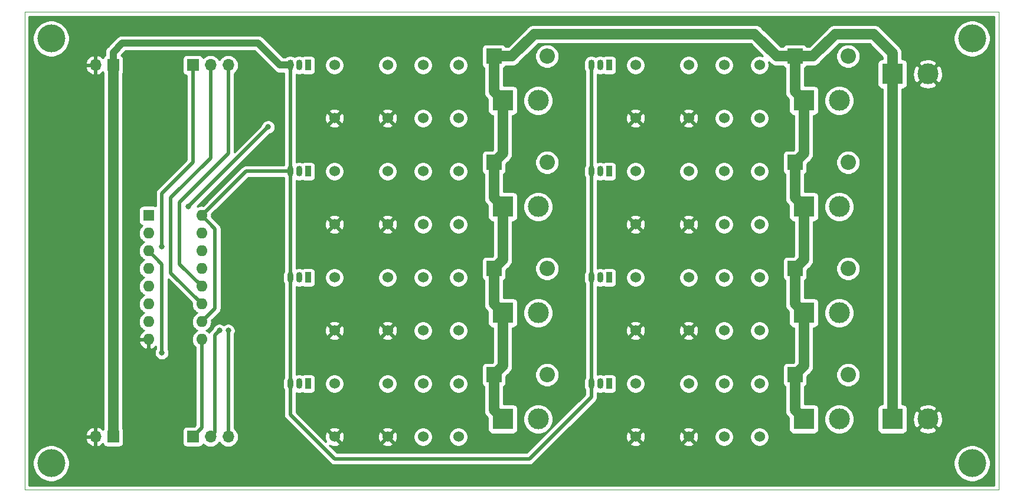
<source format=gbr>
G04 #@! TF.GenerationSoftware,KiCad,Pcbnew,(5.1.0-0)*
G04 #@! TF.CreationDate,2019-05-28T23:35:20+03:00*
G04 #@! TF.ProjectId,relelauta,72656c65-6c61-4757-9461-2e6b69636164,rev?*
G04 #@! TF.SameCoordinates,Original*
G04 #@! TF.FileFunction,Copper,L2,Bot*
G04 #@! TF.FilePolarity,Positive*
%FSLAX46Y46*%
G04 Gerber Fmt 4.6, Leading zero omitted, Abs format (unit mm)*
G04 Created by KiCad (PCBNEW (5.1.0-0)) date 2019-05-28 23:35:20*
%MOMM*%
%LPD*%
G04 APERTURE LIST*
%ADD10C,0.050000*%
%ADD11C,4.000000*%
%ADD12R,1.600000X1.600000*%
%ADD13O,1.600000X1.600000*%
%ADD14R,2.200000X2.200000*%
%ADD15O,2.200000X2.200000*%
%ADD16O,0.900000X1.500000*%
%ADD17R,0.900000X1.500000*%
%ADD18R,3.000000X3.000000*%
%ADD19C,3.000000*%
%ADD20C,1.524000*%
%ADD21R,1.700000X1.700000*%
%ADD22O,1.700000X1.700000*%
%ADD23C,0.800000*%
%ADD24C,0.500000*%
%ADD25C,1.000000*%
%ADD26C,1.500000*%
%ADD27C,0.254000*%
G04 APERTURE END LIST*
D10*
X43180000Y-106680000D02*
X43180000Y-38100000D01*
X182880000Y-106680000D02*
X43180000Y-106680000D01*
X182880000Y-38100000D02*
X182880000Y-106680000D01*
X43180000Y-38100000D02*
X182880000Y-38100000D01*
D11*
X46990000Y-41910000D03*
X46990000Y-102870000D03*
X179070000Y-102870000D03*
X179070000Y-41910000D03*
D12*
X60960000Y-67310000D03*
D13*
X68580000Y-85090000D03*
X60960000Y-69850000D03*
X68580000Y-82550000D03*
X60960000Y-72390000D03*
X68580000Y-80010000D03*
X60960000Y-74930000D03*
X68580000Y-77470000D03*
X60960000Y-77470000D03*
X68580000Y-74930000D03*
X60960000Y-80010000D03*
X68580000Y-72390000D03*
X60960000Y-82550000D03*
X68580000Y-69850000D03*
X60960000Y-85090000D03*
X68580000Y-67310000D03*
D14*
X153670000Y-74930000D03*
D15*
X161290000Y-74930000D03*
D16*
X125730000Y-91440000D03*
X124460000Y-91440000D03*
D17*
X127000000Y-91440000D03*
D16*
X125730000Y-60960000D03*
X124460000Y-60960000D03*
D17*
X127000000Y-60960000D03*
D16*
X125730000Y-45720000D03*
X124460000Y-45720000D03*
D17*
X127000000Y-45720000D03*
D16*
X82550000Y-91440000D03*
X81280000Y-91440000D03*
D17*
X83820000Y-91440000D03*
D16*
X82550000Y-76200000D03*
X81280000Y-76200000D03*
D17*
X83820000Y-76200000D03*
D16*
X82550000Y-60960000D03*
X81280000Y-60960000D03*
D17*
X83820000Y-60960000D03*
D16*
X82550000Y-45720000D03*
X81280000Y-45720000D03*
D17*
X83820000Y-45720000D03*
D16*
X125730000Y-76200000D03*
X124460000Y-76200000D03*
D17*
X127000000Y-76200000D03*
D18*
X154940000Y-96520000D03*
D19*
X160020000Y-96520000D03*
D18*
X154940000Y-66040000D03*
D19*
X160020000Y-66040000D03*
D18*
X154940000Y-50800000D03*
D19*
X160020000Y-50800000D03*
D18*
X111760000Y-96520000D03*
D19*
X116840000Y-96520000D03*
D18*
X111760000Y-81280000D03*
D19*
X116840000Y-81280000D03*
D18*
X111760000Y-66040000D03*
D19*
X116840000Y-66040000D03*
D18*
X111760000Y-50800000D03*
D19*
X116840000Y-50800000D03*
D18*
X154940000Y-81280000D03*
D19*
X160020000Y-81280000D03*
D20*
X130810000Y-91440000D03*
X130810000Y-99060000D03*
X138430000Y-99060000D03*
X143510000Y-99060000D03*
X148590000Y-99060000D03*
X148590000Y-91440000D03*
X143510000Y-91440000D03*
X138430000Y-91440000D03*
X130810000Y-60960000D03*
X130810000Y-68580000D03*
X138430000Y-68580000D03*
X143510000Y-68580000D03*
X148590000Y-68580000D03*
X148590000Y-60960000D03*
X143510000Y-60960000D03*
X138430000Y-60960000D03*
X130810000Y-45720000D03*
X130810000Y-53340000D03*
X138430000Y-53340000D03*
X143510000Y-53340000D03*
X148590000Y-53340000D03*
X148590000Y-45720000D03*
X143510000Y-45720000D03*
X138430000Y-45720000D03*
X87630000Y-91440000D03*
X87630000Y-99060000D03*
X95250000Y-99060000D03*
X100330000Y-99060000D03*
X105410000Y-99060000D03*
X105410000Y-91440000D03*
X100330000Y-91440000D03*
X95250000Y-91440000D03*
X87630000Y-76200000D03*
X87630000Y-83820000D03*
X95250000Y-83820000D03*
X100330000Y-83820000D03*
X105410000Y-83820000D03*
X105410000Y-76200000D03*
X100330000Y-76200000D03*
X95250000Y-76200000D03*
X87630000Y-60960000D03*
X87630000Y-68580000D03*
X95250000Y-68580000D03*
X100330000Y-68580000D03*
X105410000Y-68580000D03*
X105410000Y-60960000D03*
X100330000Y-60960000D03*
X95250000Y-60960000D03*
X87630000Y-45720000D03*
X87630000Y-53340000D03*
X95250000Y-53340000D03*
X100330000Y-53340000D03*
X105410000Y-53340000D03*
X105410000Y-45720000D03*
X100330000Y-45720000D03*
X95250000Y-45720000D03*
X130810000Y-76200000D03*
X130810000Y-83820000D03*
X138430000Y-83820000D03*
X143510000Y-83820000D03*
X148590000Y-83820000D03*
X148590000Y-76200000D03*
X143510000Y-76200000D03*
X138430000Y-76200000D03*
D21*
X55880000Y-99060000D03*
D22*
X53340000Y-99060000D03*
D18*
X167640000Y-96520000D03*
D19*
X172720000Y-96520000D03*
D18*
X167640000Y-46990000D03*
D19*
X172720000Y-46990000D03*
D21*
X55880000Y-45720000D03*
D22*
X53340000Y-45720000D03*
D21*
X67310000Y-99060000D03*
D22*
X69850000Y-99060000D03*
X72390000Y-99060000D03*
D21*
X67310000Y-45720000D03*
D22*
X69850000Y-45720000D03*
X72390000Y-45720000D03*
D14*
X153670000Y-90170000D03*
D15*
X161290000Y-90170000D03*
D14*
X153670000Y-59690000D03*
D15*
X161290000Y-59690000D03*
D14*
X153670000Y-44450000D03*
D15*
X161290000Y-44450000D03*
D14*
X110490000Y-90170000D03*
D15*
X118110000Y-90170000D03*
D14*
X110490000Y-74930000D03*
D15*
X118110000Y-74930000D03*
D14*
X110490000Y-59690000D03*
D15*
X118110000Y-59690000D03*
D14*
X110490000Y-44450000D03*
D15*
X118110000Y-44450000D03*
D23*
X72390000Y-83820000D03*
X62865000Y-71755000D03*
X71120000Y-83819990D03*
X78105000Y-54610000D03*
X66675000Y-66040000D03*
X62865000Y-86995000D03*
D24*
X65405000Y-74295000D02*
X68580000Y-77470000D01*
X65405000Y-65405000D02*
X65405000Y-74295000D01*
X72390000Y-58420000D02*
X65405000Y-65405000D01*
X72390000Y-45720000D02*
X72390000Y-58420000D01*
X72390000Y-83820000D02*
X72390000Y-99060000D01*
X124460000Y-45720000D02*
X124460000Y-60960000D01*
X124460000Y-60960000D02*
X124460000Y-76200000D01*
X124460000Y-76200000D02*
X124460000Y-91440000D01*
X81280000Y-92690000D02*
X81280000Y-91440000D01*
X81280000Y-95885000D02*
X81280000Y-92690000D01*
X124460000Y-93345000D02*
X115570000Y-102235000D01*
X87630000Y-102235000D02*
X81280000Y-95885000D01*
X115570000Y-102235000D02*
X87630000Y-102235000D01*
X124460000Y-91440000D02*
X124460000Y-93345000D01*
X81280000Y-91440000D02*
X81280000Y-76200000D01*
X81280000Y-76200000D02*
X81280000Y-60960000D01*
X81280000Y-60960000D02*
X81280000Y-45720000D01*
D25*
X55880000Y-43870000D02*
X57205000Y-42545000D01*
X55880000Y-45720000D02*
X55880000Y-43870000D01*
X79830000Y-45720000D02*
X81280000Y-45720000D01*
X76655000Y-42545000D02*
X79830000Y-45720000D01*
X57205000Y-42545000D02*
X76655000Y-42545000D01*
D26*
X55880000Y-45720000D02*
X55880000Y-99060000D01*
D24*
X74930000Y-60960000D02*
X68580000Y-67310000D01*
X81280000Y-60960000D02*
X74930000Y-60960000D01*
X68580000Y-67310000D02*
X70485000Y-69215000D01*
X70485000Y-80645000D02*
X68580000Y-82550000D01*
X70485000Y-69215000D02*
X70485000Y-80645000D01*
D26*
X167640000Y-46990000D02*
X167640000Y-96520000D01*
X153670000Y-49530000D02*
X154940000Y-50800000D01*
X153670000Y-44450000D02*
X153670000Y-49530000D01*
X153670000Y-64770000D02*
X154940000Y-66040000D01*
X153670000Y-59690000D02*
X153670000Y-64770000D01*
X153670000Y-80010000D02*
X154940000Y-81280000D01*
X153670000Y-74930000D02*
X153670000Y-80010000D01*
X153670000Y-95250000D02*
X154940000Y-96520000D01*
X153670000Y-90170000D02*
X153670000Y-95250000D01*
X110490000Y-49530000D02*
X111760000Y-50800000D01*
X110490000Y-44450000D02*
X110490000Y-49530000D01*
X110490000Y-64770000D02*
X111760000Y-66040000D01*
X110490000Y-59690000D02*
X110490000Y-64770000D01*
X110490000Y-80010000D02*
X111760000Y-81280000D01*
X110490000Y-74930000D02*
X110490000Y-80010000D01*
X110490000Y-95250000D02*
X111760000Y-96520000D01*
X110490000Y-90170000D02*
X110490000Y-95250000D01*
X111760000Y-58420000D02*
X110490000Y-59690000D01*
X111760000Y-50800000D02*
X111760000Y-58420000D01*
X111760000Y-73660000D02*
X110490000Y-74930000D01*
X111760000Y-66040000D02*
X111760000Y-73660000D01*
X111760000Y-88900000D02*
X110490000Y-90170000D01*
X111760000Y-81280000D02*
X111760000Y-88900000D01*
X154940000Y-58420000D02*
X153670000Y-59690000D01*
X154940000Y-50800000D02*
X154940000Y-58420000D01*
X154940000Y-73660000D02*
X153670000Y-74930000D01*
X154940000Y-66040000D02*
X154940000Y-73660000D01*
X154940000Y-88900000D02*
X153670000Y-90170000D01*
X154940000Y-81280000D02*
X154940000Y-88900000D01*
X151070000Y-44450000D02*
X153670000Y-44450000D01*
X116265000Y-41275000D02*
X147895000Y-41275000D01*
X147895000Y-41275000D02*
X151070000Y-44450000D01*
X113090000Y-44450000D02*
X116265000Y-41275000D01*
X110490000Y-44450000D02*
X113090000Y-44450000D01*
X167640000Y-43990000D02*
X167640000Y-46990000D01*
X164925000Y-41275000D02*
X167640000Y-43990000D01*
X156270000Y-44450000D02*
X159445000Y-41275000D01*
X159445000Y-41275000D02*
X164925000Y-41275000D01*
X153670000Y-44450000D02*
X156270000Y-44450000D01*
D24*
X67310000Y-45720000D02*
X67310000Y-59690000D01*
X62865000Y-64135000D02*
X62865000Y-71755000D01*
X67310000Y-59690000D02*
X62865000Y-64135000D01*
X69850000Y-45720000D02*
X69850000Y-59055000D01*
X69850000Y-59055000D02*
X64135000Y-64770000D01*
X64135000Y-75565000D02*
X68580000Y-80010000D01*
X64135000Y-64770000D02*
X64135000Y-75565000D01*
X70485000Y-98425000D02*
X70485000Y-84455000D01*
X71120000Y-83820000D02*
X71120000Y-83819990D01*
X70485000Y-84455000D02*
X71120000Y-83820000D01*
X69850000Y-99060000D02*
X70485000Y-98425000D01*
X68580000Y-97790000D02*
X67310000Y-99060000D01*
X68580000Y-85090000D02*
X68580000Y-97790000D01*
X78105000Y-54610000D02*
X66675000Y-66040000D01*
X62865000Y-86429315D02*
X62865000Y-86995000D01*
X62865000Y-74295000D02*
X62865000Y-86429315D01*
X60960000Y-72390000D02*
X62865000Y-74295000D01*
D27*
G36*
X182220001Y-106020000D02*
G01*
X43840000Y-106020000D01*
X43840000Y-102610475D01*
X44355000Y-102610475D01*
X44355000Y-103129525D01*
X44456261Y-103638601D01*
X44654893Y-104118141D01*
X44943262Y-104549715D01*
X45310285Y-104916738D01*
X45741859Y-105205107D01*
X46221399Y-105403739D01*
X46730475Y-105505000D01*
X47249525Y-105505000D01*
X47758601Y-105403739D01*
X48238141Y-105205107D01*
X48669715Y-104916738D01*
X49036738Y-104549715D01*
X49325107Y-104118141D01*
X49523739Y-103638601D01*
X49625000Y-103129525D01*
X49625000Y-102610475D01*
X49523739Y-102101399D01*
X49325107Y-101621859D01*
X49036738Y-101190285D01*
X48669715Y-100823262D01*
X48238141Y-100534893D01*
X47758601Y-100336261D01*
X47249525Y-100235000D01*
X46730475Y-100235000D01*
X46221399Y-100336261D01*
X45741859Y-100534893D01*
X45310285Y-100823262D01*
X44943262Y-101190285D01*
X44654893Y-101621859D01*
X44456261Y-102101399D01*
X44355000Y-102610475D01*
X43840000Y-102610475D01*
X43840000Y-99416891D01*
X51898519Y-99416891D01*
X51995843Y-99691252D01*
X52144822Y-99941355D01*
X52339731Y-100157588D01*
X52573080Y-100331641D01*
X52835901Y-100456825D01*
X52983110Y-100501476D01*
X53213000Y-100380155D01*
X53213000Y-99187000D01*
X52019186Y-99187000D01*
X51898519Y-99416891D01*
X43840000Y-99416891D01*
X43840000Y-98703109D01*
X51898519Y-98703109D01*
X52019186Y-98933000D01*
X53213000Y-98933000D01*
X53213000Y-97739845D01*
X52983110Y-97618524D01*
X52835901Y-97663175D01*
X52573080Y-97788359D01*
X52339731Y-97962412D01*
X52144822Y-98178645D01*
X51995843Y-98428748D01*
X51898519Y-98703109D01*
X43840000Y-98703109D01*
X43840000Y-46076891D01*
X51898519Y-46076891D01*
X51995843Y-46351252D01*
X52144822Y-46601355D01*
X52339731Y-46817588D01*
X52573080Y-46991641D01*
X52835901Y-47116825D01*
X52983110Y-47161476D01*
X53213000Y-47040155D01*
X53213000Y-45847000D01*
X52019186Y-45847000D01*
X51898519Y-46076891D01*
X43840000Y-46076891D01*
X43840000Y-45363109D01*
X51898519Y-45363109D01*
X52019186Y-45593000D01*
X53213000Y-45593000D01*
X53213000Y-44399845D01*
X53467000Y-44399845D01*
X53467000Y-45593000D01*
X53487000Y-45593000D01*
X53487000Y-45847000D01*
X53467000Y-45847000D01*
X53467000Y-47040155D01*
X53696890Y-47161476D01*
X53844099Y-47116825D01*
X54106920Y-46991641D01*
X54340269Y-46817588D01*
X54416034Y-46733534D01*
X54440498Y-46814180D01*
X54495000Y-46916144D01*
X54495001Y-97863854D01*
X54440498Y-97965820D01*
X54416034Y-98046466D01*
X54340269Y-97962412D01*
X54106920Y-97788359D01*
X53844099Y-97663175D01*
X53696890Y-97618524D01*
X53467000Y-97739845D01*
X53467000Y-98933000D01*
X53487000Y-98933000D01*
X53487000Y-99187000D01*
X53467000Y-99187000D01*
X53467000Y-100380155D01*
X53696890Y-100501476D01*
X53844099Y-100456825D01*
X54106920Y-100331641D01*
X54340269Y-100157588D01*
X54416034Y-100073534D01*
X54440498Y-100154180D01*
X54499463Y-100264494D01*
X54578815Y-100361185D01*
X54675506Y-100440537D01*
X54785820Y-100499502D01*
X54905518Y-100535812D01*
X55030000Y-100548072D01*
X56730000Y-100548072D01*
X56854482Y-100535812D01*
X56974180Y-100499502D01*
X57084494Y-100440537D01*
X57181185Y-100361185D01*
X57260537Y-100264494D01*
X57319502Y-100154180D01*
X57355812Y-100034482D01*
X57368072Y-99910000D01*
X57368072Y-98210000D01*
X57355812Y-98085518D01*
X57319502Y-97965820D01*
X57265000Y-97863856D01*
X57265000Y-85439039D01*
X59568096Y-85439039D01*
X59608754Y-85573087D01*
X59728963Y-85827420D01*
X59896481Y-86053414D01*
X60104869Y-86242385D01*
X60346119Y-86387070D01*
X60610960Y-86481909D01*
X60833000Y-86360624D01*
X60833000Y-85217000D01*
X59690085Y-85217000D01*
X59568096Y-85439039D01*
X57265000Y-85439039D01*
X57265000Y-46916144D01*
X57319502Y-46814180D01*
X57355812Y-46694482D01*
X57368072Y-46570000D01*
X57368072Y-44870000D01*
X57355812Y-44745518D01*
X57319502Y-44625820D01*
X57260537Y-44515506D01*
X57181185Y-44418815D01*
X57084494Y-44339463D01*
X57039642Y-44315489D01*
X57675132Y-43680000D01*
X76184869Y-43680000D01*
X78988009Y-46483141D01*
X79023551Y-46526449D01*
X79196377Y-46668284D01*
X79393553Y-46773676D01*
X79607501Y-46838577D01*
X79829999Y-46860491D01*
X79885751Y-46855000D01*
X80395001Y-46855000D01*
X80395000Y-60028081D01*
X80373491Y-60054290D01*
X80362421Y-60075000D01*
X74973465Y-60075000D01*
X74929999Y-60070719D01*
X74886533Y-60075000D01*
X74886523Y-60075000D01*
X74756510Y-60087805D01*
X74589687Y-60138411D01*
X74435941Y-60220589D01*
X74435939Y-60220590D01*
X74435940Y-60220590D01*
X74334953Y-60303468D01*
X74334951Y-60303470D01*
X74301183Y-60331183D01*
X74273470Y-60364951D01*
X68753296Y-65885126D01*
X68650492Y-65875000D01*
X68509508Y-65875000D01*
X68298691Y-65895764D01*
X68028192Y-65977818D01*
X67943481Y-66023097D01*
X78350044Y-55616535D01*
X78406898Y-55605226D01*
X78595256Y-55527205D01*
X78764774Y-55413937D01*
X78908937Y-55269774D01*
X79022205Y-55100256D01*
X79100226Y-54911898D01*
X79140000Y-54711939D01*
X79140000Y-54508061D01*
X79100226Y-54308102D01*
X79022205Y-54119744D01*
X78908937Y-53950226D01*
X78764774Y-53806063D01*
X78595256Y-53692795D01*
X78406898Y-53614774D01*
X78206939Y-53575000D01*
X78003061Y-53575000D01*
X77803102Y-53614774D01*
X77614744Y-53692795D01*
X77445226Y-53806063D01*
X77301063Y-53950226D01*
X77187795Y-54119744D01*
X77109774Y-54308102D01*
X77098465Y-54364956D01*
X73275000Y-58188421D01*
X73275000Y-46914759D01*
X73445134Y-46775134D01*
X73630706Y-46549014D01*
X73768599Y-46291034D01*
X73853513Y-46011111D01*
X73882185Y-45720000D01*
X73853513Y-45428889D01*
X73768599Y-45148966D01*
X73630706Y-44890986D01*
X73445134Y-44664866D01*
X73219014Y-44479294D01*
X72961034Y-44341401D01*
X72681111Y-44256487D01*
X72462950Y-44235000D01*
X72317050Y-44235000D01*
X72098889Y-44256487D01*
X71818966Y-44341401D01*
X71560986Y-44479294D01*
X71334866Y-44664866D01*
X71149294Y-44890986D01*
X71120000Y-44945791D01*
X71090706Y-44890986D01*
X70905134Y-44664866D01*
X70679014Y-44479294D01*
X70421034Y-44341401D01*
X70141111Y-44256487D01*
X69922950Y-44235000D01*
X69777050Y-44235000D01*
X69558889Y-44256487D01*
X69278966Y-44341401D01*
X69020986Y-44479294D01*
X68794866Y-44664866D01*
X68770393Y-44694687D01*
X68749502Y-44625820D01*
X68690537Y-44515506D01*
X68611185Y-44418815D01*
X68514494Y-44339463D01*
X68404180Y-44280498D01*
X68284482Y-44244188D01*
X68160000Y-44231928D01*
X66460000Y-44231928D01*
X66335518Y-44244188D01*
X66215820Y-44280498D01*
X66105506Y-44339463D01*
X66008815Y-44418815D01*
X65929463Y-44515506D01*
X65870498Y-44625820D01*
X65834188Y-44745518D01*
X65821928Y-44870000D01*
X65821928Y-46570000D01*
X65834188Y-46694482D01*
X65870498Y-46814180D01*
X65929463Y-46924494D01*
X66008815Y-47021185D01*
X66105506Y-47100537D01*
X66215820Y-47159502D01*
X66335518Y-47195812D01*
X66425000Y-47204625D01*
X66425001Y-59323420D01*
X62269956Y-63478466D01*
X62236183Y-63506183D01*
X62125589Y-63640942D01*
X62043411Y-63794688D01*
X62017314Y-63880718D01*
X62007161Y-63914188D01*
X61992805Y-63961511D01*
X61980000Y-64091524D01*
X61980000Y-64091531D01*
X61975719Y-64135000D01*
X61980000Y-64178469D01*
X61980000Y-65913163D01*
X61884482Y-65884188D01*
X61760000Y-65871928D01*
X60160000Y-65871928D01*
X60035518Y-65884188D01*
X59915820Y-65920498D01*
X59805506Y-65979463D01*
X59708815Y-66058815D01*
X59629463Y-66155506D01*
X59570498Y-66265820D01*
X59534188Y-66385518D01*
X59521928Y-66510000D01*
X59521928Y-68110000D01*
X59534188Y-68234482D01*
X59570498Y-68354180D01*
X59629463Y-68464494D01*
X59708815Y-68561185D01*
X59805506Y-68640537D01*
X59915820Y-68699502D01*
X60035518Y-68735812D01*
X60053482Y-68737581D01*
X59940392Y-68830392D01*
X59761068Y-69048899D01*
X59627818Y-69298192D01*
X59545764Y-69568691D01*
X59518057Y-69850000D01*
X59545764Y-70131309D01*
X59627818Y-70401808D01*
X59761068Y-70651101D01*
X59940392Y-70869608D01*
X60158899Y-71048932D01*
X60291858Y-71120000D01*
X60158899Y-71191068D01*
X59940392Y-71370392D01*
X59761068Y-71588899D01*
X59627818Y-71838192D01*
X59545764Y-72108691D01*
X59518057Y-72390000D01*
X59545764Y-72671309D01*
X59627818Y-72941808D01*
X59761068Y-73191101D01*
X59940392Y-73409608D01*
X60158899Y-73588932D01*
X60291858Y-73660000D01*
X60158899Y-73731068D01*
X59940392Y-73910392D01*
X59761068Y-74128899D01*
X59627818Y-74378192D01*
X59545764Y-74648691D01*
X59518057Y-74930000D01*
X59545764Y-75211309D01*
X59627818Y-75481808D01*
X59761068Y-75731101D01*
X59940392Y-75949608D01*
X60158899Y-76128932D01*
X60291858Y-76200000D01*
X60158899Y-76271068D01*
X59940392Y-76450392D01*
X59761068Y-76668899D01*
X59627818Y-76918192D01*
X59545764Y-77188691D01*
X59518057Y-77470000D01*
X59545764Y-77751309D01*
X59627818Y-78021808D01*
X59761068Y-78271101D01*
X59940392Y-78489608D01*
X60158899Y-78668932D01*
X60291858Y-78740000D01*
X60158899Y-78811068D01*
X59940392Y-78990392D01*
X59761068Y-79208899D01*
X59627818Y-79458192D01*
X59545764Y-79728691D01*
X59518057Y-80010000D01*
X59545764Y-80291309D01*
X59627818Y-80561808D01*
X59761068Y-80811101D01*
X59940392Y-81029608D01*
X60158899Y-81208932D01*
X60291858Y-81280000D01*
X60158899Y-81351068D01*
X59940392Y-81530392D01*
X59761068Y-81748899D01*
X59627818Y-81998192D01*
X59545764Y-82268691D01*
X59518057Y-82550000D01*
X59545764Y-82831309D01*
X59627818Y-83101808D01*
X59761068Y-83351101D01*
X59940392Y-83569608D01*
X60158899Y-83748932D01*
X60296682Y-83822579D01*
X60104869Y-83937615D01*
X59896481Y-84126586D01*
X59728963Y-84352580D01*
X59608754Y-84606913D01*
X59568096Y-84740961D01*
X59690085Y-84963000D01*
X60833000Y-84963000D01*
X60833000Y-84943000D01*
X61087000Y-84943000D01*
X61087000Y-84963000D01*
X61107000Y-84963000D01*
X61107000Y-85217000D01*
X61087000Y-85217000D01*
X61087000Y-86360624D01*
X61309040Y-86481909D01*
X61573881Y-86387070D01*
X61815131Y-86242385D01*
X61980001Y-86092877D01*
X61980001Y-86385829D01*
X61980000Y-86385839D01*
X61980000Y-86456546D01*
X61947795Y-86504744D01*
X61869774Y-86693102D01*
X61830000Y-86893061D01*
X61830000Y-87096939D01*
X61869774Y-87296898D01*
X61947795Y-87485256D01*
X62061063Y-87654774D01*
X62205226Y-87798937D01*
X62374744Y-87912205D01*
X62563102Y-87990226D01*
X62763061Y-88030000D01*
X62966939Y-88030000D01*
X63166898Y-87990226D01*
X63355256Y-87912205D01*
X63524774Y-87798937D01*
X63668937Y-87654774D01*
X63782205Y-87485256D01*
X63860226Y-87296898D01*
X63900000Y-87096939D01*
X63900000Y-86893061D01*
X63860226Y-86693102D01*
X63782205Y-86504744D01*
X63750000Y-86456546D01*
X63750000Y-76431578D01*
X67155125Y-79836704D01*
X67138057Y-80010000D01*
X67165764Y-80291309D01*
X67247818Y-80561808D01*
X67381068Y-80811101D01*
X67560392Y-81029608D01*
X67778899Y-81208932D01*
X67911858Y-81280000D01*
X67778899Y-81351068D01*
X67560392Y-81530392D01*
X67381068Y-81748899D01*
X67247818Y-81998192D01*
X67165764Y-82268691D01*
X67138057Y-82550000D01*
X67165764Y-82831309D01*
X67247818Y-83101808D01*
X67381068Y-83351101D01*
X67560392Y-83569608D01*
X67778899Y-83748932D01*
X67911858Y-83820000D01*
X67778899Y-83891068D01*
X67560392Y-84070392D01*
X67381068Y-84288899D01*
X67247818Y-84538192D01*
X67165764Y-84808691D01*
X67138057Y-85090000D01*
X67165764Y-85371309D01*
X67247818Y-85641808D01*
X67381068Y-85891101D01*
X67560392Y-86109608D01*
X67695000Y-86220078D01*
X67695001Y-97423420D01*
X67546493Y-97571928D01*
X66460000Y-97571928D01*
X66335518Y-97584188D01*
X66215820Y-97620498D01*
X66105506Y-97679463D01*
X66008815Y-97758815D01*
X65929463Y-97855506D01*
X65870498Y-97965820D01*
X65834188Y-98085518D01*
X65821928Y-98210000D01*
X65821928Y-99910000D01*
X65834188Y-100034482D01*
X65870498Y-100154180D01*
X65929463Y-100264494D01*
X66008815Y-100361185D01*
X66105506Y-100440537D01*
X66215820Y-100499502D01*
X66335518Y-100535812D01*
X66460000Y-100548072D01*
X68160000Y-100548072D01*
X68284482Y-100535812D01*
X68404180Y-100499502D01*
X68514494Y-100440537D01*
X68611185Y-100361185D01*
X68690537Y-100264494D01*
X68749502Y-100154180D01*
X68770393Y-100085313D01*
X68794866Y-100115134D01*
X69020986Y-100300706D01*
X69278966Y-100438599D01*
X69558889Y-100523513D01*
X69777050Y-100545000D01*
X69922950Y-100545000D01*
X70141111Y-100523513D01*
X70421034Y-100438599D01*
X70679014Y-100300706D01*
X70905134Y-100115134D01*
X71090706Y-99889014D01*
X71120000Y-99834209D01*
X71149294Y-99889014D01*
X71334866Y-100115134D01*
X71560986Y-100300706D01*
X71818966Y-100438599D01*
X72098889Y-100523513D01*
X72317050Y-100545000D01*
X72462950Y-100545000D01*
X72681111Y-100523513D01*
X72961034Y-100438599D01*
X73219014Y-100300706D01*
X73445134Y-100115134D01*
X73630706Y-99889014D01*
X73768599Y-99631034D01*
X73853513Y-99351111D01*
X73882185Y-99060000D01*
X73853513Y-98768889D01*
X73768599Y-98488966D01*
X73630706Y-98230986D01*
X73445134Y-98004866D01*
X73275000Y-97865241D01*
X73275000Y-84358454D01*
X73307205Y-84310256D01*
X73385226Y-84121898D01*
X73425000Y-83921939D01*
X73425000Y-83718061D01*
X73385226Y-83518102D01*
X73307205Y-83329744D01*
X73193937Y-83160226D01*
X73049774Y-83016063D01*
X72880256Y-82902795D01*
X72691898Y-82824774D01*
X72491939Y-82785000D01*
X72288061Y-82785000D01*
X72088102Y-82824774D01*
X71899744Y-82902795D01*
X71755007Y-82999505D01*
X71610256Y-82902785D01*
X71421898Y-82824764D01*
X71221939Y-82784990D01*
X71018061Y-82784990D01*
X70818102Y-82824764D01*
X70629744Y-82902785D01*
X70460226Y-83016053D01*
X70316063Y-83160216D01*
X70202795Y-83329734D01*
X70124774Y-83518092D01*
X70113463Y-83574959D01*
X69889951Y-83798471D01*
X69856184Y-83826183D01*
X69828471Y-83859951D01*
X69828468Y-83859954D01*
X69745590Y-83960941D01*
X69663412Y-84114687D01*
X69656003Y-84139110D01*
X69599608Y-84070392D01*
X69381101Y-83891068D01*
X69248142Y-83820000D01*
X69381101Y-83748932D01*
X69599608Y-83569608D01*
X69778932Y-83351101D01*
X69912182Y-83101808D01*
X69994236Y-82831309D01*
X70021943Y-82550000D01*
X70004875Y-82376704D01*
X71080049Y-81301530D01*
X71113817Y-81273817D01*
X71167068Y-81208932D01*
X71224411Y-81139059D01*
X71237271Y-81115000D01*
X71306589Y-80985313D01*
X71357195Y-80818490D01*
X71370000Y-80688477D01*
X71370000Y-80688469D01*
X71374281Y-80645000D01*
X71370000Y-80601531D01*
X71370000Y-69258469D01*
X71374281Y-69215000D01*
X71370000Y-69171531D01*
X71370000Y-69171523D01*
X71357195Y-69041510D01*
X71306589Y-68874687D01*
X71224411Y-68720941D01*
X71167846Y-68652017D01*
X71141532Y-68619953D01*
X71141530Y-68619951D01*
X71113817Y-68586183D01*
X71080050Y-68558471D01*
X70004875Y-67483296D01*
X70021943Y-67310000D01*
X70004875Y-67136704D01*
X75296579Y-61845000D01*
X80362422Y-61845000D01*
X80373492Y-61865710D01*
X80395001Y-61891919D01*
X80395000Y-75268081D01*
X80373491Y-75294290D01*
X80272741Y-75482781D01*
X80210700Y-75687304D01*
X80195000Y-75846707D01*
X80195000Y-76553294D01*
X80210700Y-76712697D01*
X80272742Y-76917220D01*
X80373492Y-77105710D01*
X80395001Y-77131919D01*
X80395000Y-90508081D01*
X80373491Y-90534290D01*
X80272741Y-90722781D01*
X80210700Y-90927304D01*
X80195000Y-91086707D01*
X80195000Y-91793294D01*
X80210700Y-91952697D01*
X80272742Y-92157220D01*
X80373492Y-92345710D01*
X80395000Y-92371918D01*
X80395000Y-92733476D01*
X80395001Y-92733486D01*
X80395000Y-95841531D01*
X80390719Y-95885000D01*
X80395000Y-95928469D01*
X80395000Y-95928476D01*
X80404328Y-96023188D01*
X80407805Y-96058490D01*
X80423157Y-96109096D01*
X80458411Y-96225312D01*
X80540589Y-96379058D01*
X80651183Y-96513817D01*
X80684956Y-96541534D01*
X86973470Y-102830049D01*
X87001183Y-102863817D01*
X87034951Y-102891530D01*
X87034953Y-102891532D01*
X87106452Y-102950210D01*
X87135941Y-102974411D01*
X87289687Y-103056589D01*
X87456510Y-103107195D01*
X87586523Y-103120000D01*
X87586533Y-103120000D01*
X87629999Y-103124281D01*
X87673465Y-103120000D01*
X115526531Y-103120000D01*
X115570000Y-103124281D01*
X115613469Y-103120000D01*
X115613477Y-103120000D01*
X115743490Y-103107195D01*
X115910313Y-103056589D01*
X116064059Y-102974411D01*
X116198817Y-102863817D01*
X116226534Y-102830044D01*
X116446103Y-102610475D01*
X176435000Y-102610475D01*
X176435000Y-103129525D01*
X176536261Y-103638601D01*
X176734893Y-104118141D01*
X177023262Y-104549715D01*
X177390285Y-104916738D01*
X177821859Y-105205107D01*
X178301399Y-105403739D01*
X178810475Y-105505000D01*
X179329525Y-105505000D01*
X179838601Y-105403739D01*
X180318141Y-105205107D01*
X180749715Y-104916738D01*
X181116738Y-104549715D01*
X181405107Y-104118141D01*
X181603739Y-103638601D01*
X181705000Y-103129525D01*
X181705000Y-102610475D01*
X181603739Y-102101399D01*
X181405107Y-101621859D01*
X181116738Y-101190285D01*
X180749715Y-100823262D01*
X180318141Y-100534893D01*
X179838601Y-100336261D01*
X179329525Y-100235000D01*
X178810475Y-100235000D01*
X178301399Y-100336261D01*
X177821859Y-100534893D01*
X177390285Y-100823262D01*
X177023262Y-101190285D01*
X176734893Y-101621859D01*
X176536261Y-102101399D01*
X176435000Y-102610475D01*
X116446103Y-102610475D01*
X119031013Y-100025565D01*
X130024040Y-100025565D01*
X130091020Y-100265656D01*
X130340048Y-100382756D01*
X130607135Y-100449023D01*
X130882017Y-100461910D01*
X131154133Y-100420922D01*
X131413023Y-100327636D01*
X131528980Y-100265656D01*
X131595960Y-100025565D01*
X137644040Y-100025565D01*
X137711020Y-100265656D01*
X137960048Y-100382756D01*
X138227135Y-100449023D01*
X138502017Y-100461910D01*
X138774133Y-100420922D01*
X139033023Y-100327636D01*
X139148980Y-100265656D01*
X139215960Y-100025565D01*
X138430000Y-99239605D01*
X137644040Y-100025565D01*
X131595960Y-100025565D01*
X130810000Y-99239605D01*
X130024040Y-100025565D01*
X119031013Y-100025565D01*
X119924561Y-99132017D01*
X129408090Y-99132017D01*
X129449078Y-99404133D01*
X129542364Y-99663023D01*
X129604344Y-99778980D01*
X129844435Y-99845960D01*
X130630395Y-99060000D01*
X130989605Y-99060000D01*
X131775565Y-99845960D01*
X132015656Y-99778980D01*
X132132756Y-99529952D01*
X132199023Y-99262865D01*
X132205157Y-99132017D01*
X137028090Y-99132017D01*
X137069078Y-99404133D01*
X137162364Y-99663023D01*
X137224344Y-99778980D01*
X137464435Y-99845960D01*
X138250395Y-99060000D01*
X138609605Y-99060000D01*
X139395565Y-99845960D01*
X139635656Y-99778980D01*
X139752756Y-99529952D01*
X139819023Y-99262865D01*
X139831910Y-98987983D01*
X139822033Y-98922408D01*
X142113000Y-98922408D01*
X142113000Y-99197592D01*
X142166686Y-99467490D01*
X142271995Y-99721727D01*
X142424880Y-99950535D01*
X142619465Y-100145120D01*
X142848273Y-100298005D01*
X143102510Y-100403314D01*
X143372408Y-100457000D01*
X143647592Y-100457000D01*
X143917490Y-100403314D01*
X144171727Y-100298005D01*
X144400535Y-100145120D01*
X144595120Y-99950535D01*
X144748005Y-99721727D01*
X144853314Y-99467490D01*
X144907000Y-99197592D01*
X144907000Y-98922408D01*
X147193000Y-98922408D01*
X147193000Y-99197592D01*
X147246686Y-99467490D01*
X147351995Y-99721727D01*
X147504880Y-99950535D01*
X147699465Y-100145120D01*
X147928273Y-100298005D01*
X148182510Y-100403314D01*
X148452408Y-100457000D01*
X148727592Y-100457000D01*
X148997490Y-100403314D01*
X149251727Y-100298005D01*
X149480535Y-100145120D01*
X149675120Y-99950535D01*
X149828005Y-99721727D01*
X149933314Y-99467490D01*
X149987000Y-99197592D01*
X149987000Y-98922408D01*
X149933314Y-98652510D01*
X149828005Y-98398273D01*
X149675120Y-98169465D01*
X149480535Y-97974880D01*
X149251727Y-97821995D01*
X148997490Y-97716686D01*
X148727592Y-97663000D01*
X148452408Y-97663000D01*
X148182510Y-97716686D01*
X147928273Y-97821995D01*
X147699465Y-97974880D01*
X147504880Y-98169465D01*
X147351995Y-98398273D01*
X147246686Y-98652510D01*
X147193000Y-98922408D01*
X144907000Y-98922408D01*
X144853314Y-98652510D01*
X144748005Y-98398273D01*
X144595120Y-98169465D01*
X144400535Y-97974880D01*
X144171727Y-97821995D01*
X143917490Y-97716686D01*
X143647592Y-97663000D01*
X143372408Y-97663000D01*
X143102510Y-97716686D01*
X142848273Y-97821995D01*
X142619465Y-97974880D01*
X142424880Y-98169465D01*
X142271995Y-98398273D01*
X142166686Y-98652510D01*
X142113000Y-98922408D01*
X139822033Y-98922408D01*
X139790922Y-98715867D01*
X139697636Y-98456977D01*
X139635656Y-98341020D01*
X139395565Y-98274040D01*
X138609605Y-99060000D01*
X138250395Y-99060000D01*
X137464435Y-98274040D01*
X137224344Y-98341020D01*
X137107244Y-98590048D01*
X137040977Y-98857135D01*
X137028090Y-99132017D01*
X132205157Y-99132017D01*
X132211910Y-98987983D01*
X132170922Y-98715867D01*
X132077636Y-98456977D01*
X132015656Y-98341020D01*
X131775565Y-98274040D01*
X130989605Y-99060000D01*
X130630395Y-99060000D01*
X129844435Y-98274040D01*
X129604344Y-98341020D01*
X129487244Y-98590048D01*
X129420977Y-98857135D01*
X129408090Y-99132017D01*
X119924561Y-99132017D01*
X120962143Y-98094435D01*
X130024040Y-98094435D01*
X130810000Y-98880395D01*
X131595960Y-98094435D01*
X137644040Y-98094435D01*
X138430000Y-98880395D01*
X139215960Y-98094435D01*
X139148980Y-97854344D01*
X138899952Y-97737244D01*
X138632865Y-97670977D01*
X138357983Y-97658090D01*
X138085867Y-97699078D01*
X137826977Y-97792364D01*
X137711020Y-97854344D01*
X137644040Y-98094435D01*
X131595960Y-98094435D01*
X131528980Y-97854344D01*
X131279952Y-97737244D01*
X131012865Y-97670977D01*
X130737983Y-97658090D01*
X130465867Y-97699078D01*
X130206977Y-97792364D01*
X130091020Y-97854344D01*
X130024040Y-98094435D01*
X120962143Y-98094435D01*
X125055049Y-94001530D01*
X125088817Y-93973817D01*
X125199411Y-93839059D01*
X125281589Y-93685314D01*
X125332195Y-93518490D01*
X125340968Y-93429411D01*
X125345000Y-93388477D01*
X125345000Y-93388469D01*
X125349281Y-93345000D01*
X125345000Y-93301531D01*
X125345000Y-92757032D01*
X125517304Y-92809300D01*
X125730000Y-92830249D01*
X125942697Y-92809300D01*
X126147220Y-92747259D01*
X126196360Y-92720993D01*
X126305820Y-92779502D01*
X126425518Y-92815812D01*
X126550000Y-92828072D01*
X127450000Y-92828072D01*
X127574482Y-92815812D01*
X127694180Y-92779502D01*
X127804494Y-92720537D01*
X127901185Y-92641185D01*
X127980537Y-92544494D01*
X128039502Y-92434180D01*
X128075812Y-92314482D01*
X128088072Y-92190000D01*
X128088072Y-91302408D01*
X129413000Y-91302408D01*
X129413000Y-91577592D01*
X129466686Y-91847490D01*
X129571995Y-92101727D01*
X129724880Y-92330535D01*
X129919465Y-92525120D01*
X130148273Y-92678005D01*
X130402510Y-92783314D01*
X130672408Y-92837000D01*
X130947592Y-92837000D01*
X131217490Y-92783314D01*
X131471727Y-92678005D01*
X131700535Y-92525120D01*
X131895120Y-92330535D01*
X132048005Y-92101727D01*
X132153314Y-91847490D01*
X132207000Y-91577592D01*
X132207000Y-91302408D01*
X137033000Y-91302408D01*
X137033000Y-91577592D01*
X137086686Y-91847490D01*
X137191995Y-92101727D01*
X137344880Y-92330535D01*
X137539465Y-92525120D01*
X137768273Y-92678005D01*
X138022510Y-92783314D01*
X138292408Y-92837000D01*
X138567592Y-92837000D01*
X138837490Y-92783314D01*
X139091727Y-92678005D01*
X139320535Y-92525120D01*
X139515120Y-92330535D01*
X139668005Y-92101727D01*
X139773314Y-91847490D01*
X139827000Y-91577592D01*
X139827000Y-91302408D01*
X142113000Y-91302408D01*
X142113000Y-91577592D01*
X142166686Y-91847490D01*
X142271995Y-92101727D01*
X142424880Y-92330535D01*
X142619465Y-92525120D01*
X142848273Y-92678005D01*
X143102510Y-92783314D01*
X143372408Y-92837000D01*
X143647592Y-92837000D01*
X143917490Y-92783314D01*
X144171727Y-92678005D01*
X144400535Y-92525120D01*
X144595120Y-92330535D01*
X144748005Y-92101727D01*
X144853314Y-91847490D01*
X144907000Y-91577592D01*
X144907000Y-91302408D01*
X147193000Y-91302408D01*
X147193000Y-91577592D01*
X147246686Y-91847490D01*
X147351995Y-92101727D01*
X147504880Y-92330535D01*
X147699465Y-92525120D01*
X147928273Y-92678005D01*
X148182510Y-92783314D01*
X148452408Y-92837000D01*
X148727592Y-92837000D01*
X148997490Y-92783314D01*
X149251727Y-92678005D01*
X149480535Y-92525120D01*
X149675120Y-92330535D01*
X149828005Y-92101727D01*
X149933314Y-91847490D01*
X149987000Y-91577592D01*
X149987000Y-91302408D01*
X149933314Y-91032510D01*
X149828005Y-90778273D01*
X149675120Y-90549465D01*
X149480535Y-90354880D01*
X149251727Y-90201995D01*
X148997490Y-90096686D01*
X148727592Y-90043000D01*
X148452408Y-90043000D01*
X148182510Y-90096686D01*
X147928273Y-90201995D01*
X147699465Y-90354880D01*
X147504880Y-90549465D01*
X147351995Y-90778273D01*
X147246686Y-91032510D01*
X147193000Y-91302408D01*
X144907000Y-91302408D01*
X144853314Y-91032510D01*
X144748005Y-90778273D01*
X144595120Y-90549465D01*
X144400535Y-90354880D01*
X144171727Y-90201995D01*
X143917490Y-90096686D01*
X143647592Y-90043000D01*
X143372408Y-90043000D01*
X143102510Y-90096686D01*
X142848273Y-90201995D01*
X142619465Y-90354880D01*
X142424880Y-90549465D01*
X142271995Y-90778273D01*
X142166686Y-91032510D01*
X142113000Y-91302408D01*
X139827000Y-91302408D01*
X139773314Y-91032510D01*
X139668005Y-90778273D01*
X139515120Y-90549465D01*
X139320535Y-90354880D01*
X139091727Y-90201995D01*
X138837490Y-90096686D01*
X138567592Y-90043000D01*
X138292408Y-90043000D01*
X138022510Y-90096686D01*
X137768273Y-90201995D01*
X137539465Y-90354880D01*
X137344880Y-90549465D01*
X137191995Y-90778273D01*
X137086686Y-91032510D01*
X137033000Y-91302408D01*
X132207000Y-91302408D01*
X132153314Y-91032510D01*
X132048005Y-90778273D01*
X131895120Y-90549465D01*
X131700535Y-90354880D01*
X131471727Y-90201995D01*
X131217490Y-90096686D01*
X130947592Y-90043000D01*
X130672408Y-90043000D01*
X130402510Y-90096686D01*
X130148273Y-90201995D01*
X129919465Y-90354880D01*
X129724880Y-90549465D01*
X129571995Y-90778273D01*
X129466686Y-91032510D01*
X129413000Y-91302408D01*
X128088072Y-91302408D01*
X128088072Y-90690000D01*
X128075812Y-90565518D01*
X128039502Y-90445820D01*
X127980537Y-90335506D01*
X127901185Y-90238815D01*
X127804494Y-90159463D01*
X127694180Y-90100498D01*
X127574482Y-90064188D01*
X127450000Y-90051928D01*
X126550000Y-90051928D01*
X126425518Y-90064188D01*
X126305820Y-90100498D01*
X126196359Y-90159007D01*
X126147219Y-90132741D01*
X125942696Y-90070700D01*
X125730000Y-90049751D01*
X125517303Y-90070700D01*
X125345000Y-90122967D01*
X125345000Y-84785565D01*
X130024040Y-84785565D01*
X130091020Y-85025656D01*
X130340048Y-85142756D01*
X130607135Y-85209023D01*
X130882017Y-85221910D01*
X131154133Y-85180922D01*
X131413023Y-85087636D01*
X131528980Y-85025656D01*
X131595960Y-84785565D01*
X137644040Y-84785565D01*
X137711020Y-85025656D01*
X137960048Y-85142756D01*
X138227135Y-85209023D01*
X138502017Y-85221910D01*
X138774133Y-85180922D01*
X139033023Y-85087636D01*
X139148980Y-85025656D01*
X139215960Y-84785565D01*
X138430000Y-83999605D01*
X137644040Y-84785565D01*
X131595960Y-84785565D01*
X130810000Y-83999605D01*
X130024040Y-84785565D01*
X125345000Y-84785565D01*
X125345000Y-83892017D01*
X129408090Y-83892017D01*
X129449078Y-84164133D01*
X129542364Y-84423023D01*
X129604344Y-84538980D01*
X129844435Y-84605960D01*
X130630395Y-83820000D01*
X130989605Y-83820000D01*
X131775565Y-84605960D01*
X132015656Y-84538980D01*
X132132756Y-84289952D01*
X132199023Y-84022865D01*
X132205157Y-83892017D01*
X137028090Y-83892017D01*
X137069078Y-84164133D01*
X137162364Y-84423023D01*
X137224344Y-84538980D01*
X137464435Y-84605960D01*
X138250395Y-83820000D01*
X138609605Y-83820000D01*
X139395565Y-84605960D01*
X139635656Y-84538980D01*
X139752756Y-84289952D01*
X139819023Y-84022865D01*
X139831910Y-83747983D01*
X139822033Y-83682408D01*
X142113000Y-83682408D01*
X142113000Y-83957592D01*
X142166686Y-84227490D01*
X142271995Y-84481727D01*
X142424880Y-84710535D01*
X142619465Y-84905120D01*
X142848273Y-85058005D01*
X143102510Y-85163314D01*
X143372408Y-85217000D01*
X143647592Y-85217000D01*
X143917490Y-85163314D01*
X144171727Y-85058005D01*
X144400535Y-84905120D01*
X144595120Y-84710535D01*
X144748005Y-84481727D01*
X144853314Y-84227490D01*
X144907000Y-83957592D01*
X144907000Y-83682408D01*
X147193000Y-83682408D01*
X147193000Y-83957592D01*
X147246686Y-84227490D01*
X147351995Y-84481727D01*
X147504880Y-84710535D01*
X147699465Y-84905120D01*
X147928273Y-85058005D01*
X148182510Y-85163314D01*
X148452408Y-85217000D01*
X148727592Y-85217000D01*
X148997490Y-85163314D01*
X149251727Y-85058005D01*
X149480535Y-84905120D01*
X149675120Y-84710535D01*
X149828005Y-84481727D01*
X149933314Y-84227490D01*
X149987000Y-83957592D01*
X149987000Y-83682408D01*
X149933314Y-83412510D01*
X149828005Y-83158273D01*
X149675120Y-82929465D01*
X149480535Y-82734880D01*
X149251727Y-82581995D01*
X148997490Y-82476686D01*
X148727592Y-82423000D01*
X148452408Y-82423000D01*
X148182510Y-82476686D01*
X147928273Y-82581995D01*
X147699465Y-82734880D01*
X147504880Y-82929465D01*
X147351995Y-83158273D01*
X147246686Y-83412510D01*
X147193000Y-83682408D01*
X144907000Y-83682408D01*
X144853314Y-83412510D01*
X144748005Y-83158273D01*
X144595120Y-82929465D01*
X144400535Y-82734880D01*
X144171727Y-82581995D01*
X143917490Y-82476686D01*
X143647592Y-82423000D01*
X143372408Y-82423000D01*
X143102510Y-82476686D01*
X142848273Y-82581995D01*
X142619465Y-82734880D01*
X142424880Y-82929465D01*
X142271995Y-83158273D01*
X142166686Y-83412510D01*
X142113000Y-83682408D01*
X139822033Y-83682408D01*
X139790922Y-83475867D01*
X139697636Y-83216977D01*
X139635656Y-83101020D01*
X139395565Y-83034040D01*
X138609605Y-83820000D01*
X138250395Y-83820000D01*
X137464435Y-83034040D01*
X137224344Y-83101020D01*
X137107244Y-83350048D01*
X137040977Y-83617135D01*
X137028090Y-83892017D01*
X132205157Y-83892017D01*
X132211910Y-83747983D01*
X132170922Y-83475867D01*
X132077636Y-83216977D01*
X132015656Y-83101020D01*
X131775565Y-83034040D01*
X130989605Y-83820000D01*
X130630395Y-83820000D01*
X129844435Y-83034040D01*
X129604344Y-83101020D01*
X129487244Y-83350048D01*
X129420977Y-83617135D01*
X129408090Y-83892017D01*
X125345000Y-83892017D01*
X125345000Y-82854435D01*
X130024040Y-82854435D01*
X130810000Y-83640395D01*
X131595960Y-82854435D01*
X137644040Y-82854435D01*
X138430000Y-83640395D01*
X139215960Y-82854435D01*
X139148980Y-82614344D01*
X138899952Y-82497244D01*
X138632865Y-82430977D01*
X138357983Y-82418090D01*
X138085867Y-82459078D01*
X137826977Y-82552364D01*
X137711020Y-82614344D01*
X137644040Y-82854435D01*
X131595960Y-82854435D01*
X131528980Y-82614344D01*
X131279952Y-82497244D01*
X131012865Y-82430977D01*
X130737983Y-82418090D01*
X130465867Y-82459078D01*
X130206977Y-82552364D01*
X130091020Y-82614344D01*
X130024040Y-82854435D01*
X125345000Y-82854435D01*
X125345000Y-77517032D01*
X125517304Y-77569300D01*
X125730000Y-77590249D01*
X125942697Y-77569300D01*
X126147220Y-77507259D01*
X126196360Y-77480993D01*
X126305820Y-77539502D01*
X126425518Y-77575812D01*
X126550000Y-77588072D01*
X127450000Y-77588072D01*
X127574482Y-77575812D01*
X127694180Y-77539502D01*
X127804494Y-77480537D01*
X127901185Y-77401185D01*
X127980537Y-77304494D01*
X128039502Y-77194180D01*
X128075812Y-77074482D01*
X128088072Y-76950000D01*
X128088072Y-76062408D01*
X129413000Y-76062408D01*
X129413000Y-76337592D01*
X129466686Y-76607490D01*
X129571995Y-76861727D01*
X129724880Y-77090535D01*
X129919465Y-77285120D01*
X130148273Y-77438005D01*
X130402510Y-77543314D01*
X130672408Y-77597000D01*
X130947592Y-77597000D01*
X131217490Y-77543314D01*
X131471727Y-77438005D01*
X131700535Y-77285120D01*
X131895120Y-77090535D01*
X132048005Y-76861727D01*
X132153314Y-76607490D01*
X132207000Y-76337592D01*
X132207000Y-76062408D01*
X137033000Y-76062408D01*
X137033000Y-76337592D01*
X137086686Y-76607490D01*
X137191995Y-76861727D01*
X137344880Y-77090535D01*
X137539465Y-77285120D01*
X137768273Y-77438005D01*
X138022510Y-77543314D01*
X138292408Y-77597000D01*
X138567592Y-77597000D01*
X138837490Y-77543314D01*
X139091727Y-77438005D01*
X139320535Y-77285120D01*
X139515120Y-77090535D01*
X139668005Y-76861727D01*
X139773314Y-76607490D01*
X139827000Y-76337592D01*
X139827000Y-76062408D01*
X142113000Y-76062408D01*
X142113000Y-76337592D01*
X142166686Y-76607490D01*
X142271995Y-76861727D01*
X142424880Y-77090535D01*
X142619465Y-77285120D01*
X142848273Y-77438005D01*
X143102510Y-77543314D01*
X143372408Y-77597000D01*
X143647592Y-77597000D01*
X143917490Y-77543314D01*
X144171727Y-77438005D01*
X144400535Y-77285120D01*
X144595120Y-77090535D01*
X144748005Y-76861727D01*
X144853314Y-76607490D01*
X144907000Y-76337592D01*
X144907000Y-76062408D01*
X147193000Y-76062408D01*
X147193000Y-76337592D01*
X147246686Y-76607490D01*
X147351995Y-76861727D01*
X147504880Y-77090535D01*
X147699465Y-77285120D01*
X147928273Y-77438005D01*
X148182510Y-77543314D01*
X148452408Y-77597000D01*
X148727592Y-77597000D01*
X148997490Y-77543314D01*
X149251727Y-77438005D01*
X149480535Y-77285120D01*
X149675120Y-77090535D01*
X149828005Y-76861727D01*
X149933314Y-76607490D01*
X149987000Y-76337592D01*
X149987000Y-76062408D01*
X149933314Y-75792510D01*
X149828005Y-75538273D01*
X149675120Y-75309465D01*
X149480535Y-75114880D01*
X149251727Y-74961995D01*
X148997490Y-74856686D01*
X148727592Y-74803000D01*
X148452408Y-74803000D01*
X148182510Y-74856686D01*
X147928273Y-74961995D01*
X147699465Y-75114880D01*
X147504880Y-75309465D01*
X147351995Y-75538273D01*
X147246686Y-75792510D01*
X147193000Y-76062408D01*
X144907000Y-76062408D01*
X144853314Y-75792510D01*
X144748005Y-75538273D01*
X144595120Y-75309465D01*
X144400535Y-75114880D01*
X144171727Y-74961995D01*
X143917490Y-74856686D01*
X143647592Y-74803000D01*
X143372408Y-74803000D01*
X143102510Y-74856686D01*
X142848273Y-74961995D01*
X142619465Y-75114880D01*
X142424880Y-75309465D01*
X142271995Y-75538273D01*
X142166686Y-75792510D01*
X142113000Y-76062408D01*
X139827000Y-76062408D01*
X139773314Y-75792510D01*
X139668005Y-75538273D01*
X139515120Y-75309465D01*
X139320535Y-75114880D01*
X139091727Y-74961995D01*
X138837490Y-74856686D01*
X138567592Y-74803000D01*
X138292408Y-74803000D01*
X138022510Y-74856686D01*
X137768273Y-74961995D01*
X137539465Y-75114880D01*
X137344880Y-75309465D01*
X137191995Y-75538273D01*
X137086686Y-75792510D01*
X137033000Y-76062408D01*
X132207000Y-76062408D01*
X132153314Y-75792510D01*
X132048005Y-75538273D01*
X131895120Y-75309465D01*
X131700535Y-75114880D01*
X131471727Y-74961995D01*
X131217490Y-74856686D01*
X130947592Y-74803000D01*
X130672408Y-74803000D01*
X130402510Y-74856686D01*
X130148273Y-74961995D01*
X129919465Y-75114880D01*
X129724880Y-75309465D01*
X129571995Y-75538273D01*
X129466686Y-75792510D01*
X129413000Y-76062408D01*
X128088072Y-76062408D01*
X128088072Y-75450000D01*
X128075812Y-75325518D01*
X128039502Y-75205820D01*
X127980537Y-75095506D01*
X127901185Y-74998815D01*
X127804494Y-74919463D01*
X127694180Y-74860498D01*
X127574482Y-74824188D01*
X127450000Y-74811928D01*
X126550000Y-74811928D01*
X126425518Y-74824188D01*
X126305820Y-74860498D01*
X126196359Y-74919007D01*
X126147219Y-74892741D01*
X125942696Y-74830700D01*
X125730000Y-74809751D01*
X125517303Y-74830700D01*
X125345000Y-74882967D01*
X125345000Y-69545565D01*
X130024040Y-69545565D01*
X130091020Y-69785656D01*
X130340048Y-69902756D01*
X130607135Y-69969023D01*
X130882017Y-69981910D01*
X131154133Y-69940922D01*
X131413023Y-69847636D01*
X131528980Y-69785656D01*
X131595960Y-69545565D01*
X137644040Y-69545565D01*
X137711020Y-69785656D01*
X137960048Y-69902756D01*
X138227135Y-69969023D01*
X138502017Y-69981910D01*
X138774133Y-69940922D01*
X139033023Y-69847636D01*
X139148980Y-69785656D01*
X139215960Y-69545565D01*
X138430000Y-68759605D01*
X137644040Y-69545565D01*
X131595960Y-69545565D01*
X130810000Y-68759605D01*
X130024040Y-69545565D01*
X125345000Y-69545565D01*
X125345000Y-68652017D01*
X129408090Y-68652017D01*
X129449078Y-68924133D01*
X129542364Y-69183023D01*
X129604344Y-69298980D01*
X129844435Y-69365960D01*
X130630395Y-68580000D01*
X130989605Y-68580000D01*
X131775565Y-69365960D01*
X132015656Y-69298980D01*
X132132756Y-69049952D01*
X132199023Y-68782865D01*
X132205157Y-68652017D01*
X137028090Y-68652017D01*
X137069078Y-68924133D01*
X137162364Y-69183023D01*
X137224344Y-69298980D01*
X137464435Y-69365960D01*
X138250395Y-68580000D01*
X138609605Y-68580000D01*
X139395565Y-69365960D01*
X139635656Y-69298980D01*
X139752756Y-69049952D01*
X139819023Y-68782865D01*
X139831910Y-68507983D01*
X139822033Y-68442408D01*
X142113000Y-68442408D01*
X142113000Y-68717592D01*
X142166686Y-68987490D01*
X142271995Y-69241727D01*
X142424880Y-69470535D01*
X142619465Y-69665120D01*
X142848273Y-69818005D01*
X143102510Y-69923314D01*
X143372408Y-69977000D01*
X143647592Y-69977000D01*
X143917490Y-69923314D01*
X144171727Y-69818005D01*
X144400535Y-69665120D01*
X144595120Y-69470535D01*
X144748005Y-69241727D01*
X144853314Y-68987490D01*
X144907000Y-68717592D01*
X144907000Y-68442408D01*
X147193000Y-68442408D01*
X147193000Y-68717592D01*
X147246686Y-68987490D01*
X147351995Y-69241727D01*
X147504880Y-69470535D01*
X147699465Y-69665120D01*
X147928273Y-69818005D01*
X148182510Y-69923314D01*
X148452408Y-69977000D01*
X148727592Y-69977000D01*
X148997490Y-69923314D01*
X149251727Y-69818005D01*
X149480535Y-69665120D01*
X149675120Y-69470535D01*
X149828005Y-69241727D01*
X149933314Y-68987490D01*
X149987000Y-68717592D01*
X149987000Y-68442408D01*
X149933314Y-68172510D01*
X149828005Y-67918273D01*
X149675120Y-67689465D01*
X149480535Y-67494880D01*
X149251727Y-67341995D01*
X148997490Y-67236686D01*
X148727592Y-67183000D01*
X148452408Y-67183000D01*
X148182510Y-67236686D01*
X147928273Y-67341995D01*
X147699465Y-67494880D01*
X147504880Y-67689465D01*
X147351995Y-67918273D01*
X147246686Y-68172510D01*
X147193000Y-68442408D01*
X144907000Y-68442408D01*
X144853314Y-68172510D01*
X144748005Y-67918273D01*
X144595120Y-67689465D01*
X144400535Y-67494880D01*
X144171727Y-67341995D01*
X143917490Y-67236686D01*
X143647592Y-67183000D01*
X143372408Y-67183000D01*
X143102510Y-67236686D01*
X142848273Y-67341995D01*
X142619465Y-67494880D01*
X142424880Y-67689465D01*
X142271995Y-67918273D01*
X142166686Y-68172510D01*
X142113000Y-68442408D01*
X139822033Y-68442408D01*
X139790922Y-68235867D01*
X139697636Y-67976977D01*
X139635656Y-67861020D01*
X139395565Y-67794040D01*
X138609605Y-68580000D01*
X138250395Y-68580000D01*
X137464435Y-67794040D01*
X137224344Y-67861020D01*
X137107244Y-68110048D01*
X137040977Y-68377135D01*
X137028090Y-68652017D01*
X132205157Y-68652017D01*
X132211910Y-68507983D01*
X132170922Y-68235867D01*
X132077636Y-67976977D01*
X132015656Y-67861020D01*
X131775565Y-67794040D01*
X130989605Y-68580000D01*
X130630395Y-68580000D01*
X129844435Y-67794040D01*
X129604344Y-67861020D01*
X129487244Y-68110048D01*
X129420977Y-68377135D01*
X129408090Y-68652017D01*
X125345000Y-68652017D01*
X125345000Y-67614435D01*
X130024040Y-67614435D01*
X130810000Y-68400395D01*
X131595960Y-67614435D01*
X137644040Y-67614435D01*
X138430000Y-68400395D01*
X139215960Y-67614435D01*
X139148980Y-67374344D01*
X138899952Y-67257244D01*
X138632865Y-67190977D01*
X138357983Y-67178090D01*
X138085867Y-67219078D01*
X137826977Y-67312364D01*
X137711020Y-67374344D01*
X137644040Y-67614435D01*
X131595960Y-67614435D01*
X131528980Y-67374344D01*
X131279952Y-67257244D01*
X131012865Y-67190977D01*
X130737983Y-67178090D01*
X130465867Y-67219078D01*
X130206977Y-67312364D01*
X130091020Y-67374344D01*
X130024040Y-67614435D01*
X125345000Y-67614435D01*
X125345000Y-62277032D01*
X125517304Y-62329300D01*
X125730000Y-62350249D01*
X125942697Y-62329300D01*
X126147220Y-62267259D01*
X126196360Y-62240993D01*
X126305820Y-62299502D01*
X126425518Y-62335812D01*
X126550000Y-62348072D01*
X127450000Y-62348072D01*
X127574482Y-62335812D01*
X127694180Y-62299502D01*
X127804494Y-62240537D01*
X127901185Y-62161185D01*
X127980537Y-62064494D01*
X128039502Y-61954180D01*
X128075812Y-61834482D01*
X128088072Y-61710000D01*
X128088072Y-60822408D01*
X129413000Y-60822408D01*
X129413000Y-61097592D01*
X129466686Y-61367490D01*
X129571995Y-61621727D01*
X129724880Y-61850535D01*
X129919465Y-62045120D01*
X130148273Y-62198005D01*
X130402510Y-62303314D01*
X130672408Y-62357000D01*
X130947592Y-62357000D01*
X131217490Y-62303314D01*
X131471727Y-62198005D01*
X131700535Y-62045120D01*
X131895120Y-61850535D01*
X132048005Y-61621727D01*
X132153314Y-61367490D01*
X132207000Y-61097592D01*
X132207000Y-60822408D01*
X137033000Y-60822408D01*
X137033000Y-61097592D01*
X137086686Y-61367490D01*
X137191995Y-61621727D01*
X137344880Y-61850535D01*
X137539465Y-62045120D01*
X137768273Y-62198005D01*
X138022510Y-62303314D01*
X138292408Y-62357000D01*
X138567592Y-62357000D01*
X138837490Y-62303314D01*
X139091727Y-62198005D01*
X139320535Y-62045120D01*
X139515120Y-61850535D01*
X139668005Y-61621727D01*
X139773314Y-61367490D01*
X139827000Y-61097592D01*
X139827000Y-60822408D01*
X142113000Y-60822408D01*
X142113000Y-61097592D01*
X142166686Y-61367490D01*
X142271995Y-61621727D01*
X142424880Y-61850535D01*
X142619465Y-62045120D01*
X142848273Y-62198005D01*
X143102510Y-62303314D01*
X143372408Y-62357000D01*
X143647592Y-62357000D01*
X143917490Y-62303314D01*
X144171727Y-62198005D01*
X144400535Y-62045120D01*
X144595120Y-61850535D01*
X144748005Y-61621727D01*
X144853314Y-61367490D01*
X144907000Y-61097592D01*
X144907000Y-60822408D01*
X147193000Y-60822408D01*
X147193000Y-61097592D01*
X147246686Y-61367490D01*
X147351995Y-61621727D01*
X147504880Y-61850535D01*
X147699465Y-62045120D01*
X147928273Y-62198005D01*
X148182510Y-62303314D01*
X148452408Y-62357000D01*
X148727592Y-62357000D01*
X148997490Y-62303314D01*
X149251727Y-62198005D01*
X149480535Y-62045120D01*
X149675120Y-61850535D01*
X149828005Y-61621727D01*
X149933314Y-61367490D01*
X149987000Y-61097592D01*
X149987000Y-60822408D01*
X149933314Y-60552510D01*
X149828005Y-60298273D01*
X149675120Y-60069465D01*
X149480535Y-59874880D01*
X149251727Y-59721995D01*
X148997490Y-59616686D01*
X148727592Y-59563000D01*
X148452408Y-59563000D01*
X148182510Y-59616686D01*
X147928273Y-59721995D01*
X147699465Y-59874880D01*
X147504880Y-60069465D01*
X147351995Y-60298273D01*
X147246686Y-60552510D01*
X147193000Y-60822408D01*
X144907000Y-60822408D01*
X144853314Y-60552510D01*
X144748005Y-60298273D01*
X144595120Y-60069465D01*
X144400535Y-59874880D01*
X144171727Y-59721995D01*
X143917490Y-59616686D01*
X143647592Y-59563000D01*
X143372408Y-59563000D01*
X143102510Y-59616686D01*
X142848273Y-59721995D01*
X142619465Y-59874880D01*
X142424880Y-60069465D01*
X142271995Y-60298273D01*
X142166686Y-60552510D01*
X142113000Y-60822408D01*
X139827000Y-60822408D01*
X139773314Y-60552510D01*
X139668005Y-60298273D01*
X139515120Y-60069465D01*
X139320535Y-59874880D01*
X139091727Y-59721995D01*
X138837490Y-59616686D01*
X138567592Y-59563000D01*
X138292408Y-59563000D01*
X138022510Y-59616686D01*
X137768273Y-59721995D01*
X137539465Y-59874880D01*
X137344880Y-60069465D01*
X137191995Y-60298273D01*
X137086686Y-60552510D01*
X137033000Y-60822408D01*
X132207000Y-60822408D01*
X132153314Y-60552510D01*
X132048005Y-60298273D01*
X131895120Y-60069465D01*
X131700535Y-59874880D01*
X131471727Y-59721995D01*
X131217490Y-59616686D01*
X130947592Y-59563000D01*
X130672408Y-59563000D01*
X130402510Y-59616686D01*
X130148273Y-59721995D01*
X129919465Y-59874880D01*
X129724880Y-60069465D01*
X129571995Y-60298273D01*
X129466686Y-60552510D01*
X129413000Y-60822408D01*
X128088072Y-60822408D01*
X128088072Y-60210000D01*
X128075812Y-60085518D01*
X128039502Y-59965820D01*
X127980537Y-59855506D01*
X127901185Y-59758815D01*
X127804494Y-59679463D01*
X127694180Y-59620498D01*
X127574482Y-59584188D01*
X127450000Y-59571928D01*
X126550000Y-59571928D01*
X126425518Y-59584188D01*
X126305820Y-59620498D01*
X126196359Y-59679007D01*
X126147219Y-59652741D01*
X125942696Y-59590700D01*
X125730000Y-59569751D01*
X125517303Y-59590700D01*
X125345000Y-59642967D01*
X125345000Y-54305565D01*
X130024040Y-54305565D01*
X130091020Y-54545656D01*
X130340048Y-54662756D01*
X130607135Y-54729023D01*
X130882017Y-54741910D01*
X131154133Y-54700922D01*
X131413023Y-54607636D01*
X131528980Y-54545656D01*
X131595960Y-54305565D01*
X137644040Y-54305565D01*
X137711020Y-54545656D01*
X137960048Y-54662756D01*
X138227135Y-54729023D01*
X138502017Y-54741910D01*
X138774133Y-54700922D01*
X139033023Y-54607636D01*
X139148980Y-54545656D01*
X139215960Y-54305565D01*
X138430000Y-53519605D01*
X137644040Y-54305565D01*
X131595960Y-54305565D01*
X130810000Y-53519605D01*
X130024040Y-54305565D01*
X125345000Y-54305565D01*
X125345000Y-53412017D01*
X129408090Y-53412017D01*
X129449078Y-53684133D01*
X129542364Y-53943023D01*
X129604344Y-54058980D01*
X129844435Y-54125960D01*
X130630395Y-53340000D01*
X130989605Y-53340000D01*
X131775565Y-54125960D01*
X132015656Y-54058980D01*
X132132756Y-53809952D01*
X132199023Y-53542865D01*
X132205157Y-53412017D01*
X137028090Y-53412017D01*
X137069078Y-53684133D01*
X137162364Y-53943023D01*
X137224344Y-54058980D01*
X137464435Y-54125960D01*
X138250395Y-53340000D01*
X138609605Y-53340000D01*
X139395565Y-54125960D01*
X139635656Y-54058980D01*
X139752756Y-53809952D01*
X139819023Y-53542865D01*
X139831910Y-53267983D01*
X139822033Y-53202408D01*
X142113000Y-53202408D01*
X142113000Y-53477592D01*
X142166686Y-53747490D01*
X142271995Y-54001727D01*
X142424880Y-54230535D01*
X142619465Y-54425120D01*
X142848273Y-54578005D01*
X143102510Y-54683314D01*
X143372408Y-54737000D01*
X143647592Y-54737000D01*
X143917490Y-54683314D01*
X144171727Y-54578005D01*
X144400535Y-54425120D01*
X144595120Y-54230535D01*
X144748005Y-54001727D01*
X144853314Y-53747490D01*
X144907000Y-53477592D01*
X144907000Y-53202408D01*
X147193000Y-53202408D01*
X147193000Y-53477592D01*
X147246686Y-53747490D01*
X147351995Y-54001727D01*
X147504880Y-54230535D01*
X147699465Y-54425120D01*
X147928273Y-54578005D01*
X148182510Y-54683314D01*
X148452408Y-54737000D01*
X148727592Y-54737000D01*
X148997490Y-54683314D01*
X149251727Y-54578005D01*
X149480535Y-54425120D01*
X149675120Y-54230535D01*
X149828005Y-54001727D01*
X149933314Y-53747490D01*
X149987000Y-53477592D01*
X149987000Y-53202408D01*
X149933314Y-52932510D01*
X149828005Y-52678273D01*
X149675120Y-52449465D01*
X149480535Y-52254880D01*
X149251727Y-52101995D01*
X148997490Y-51996686D01*
X148727592Y-51943000D01*
X148452408Y-51943000D01*
X148182510Y-51996686D01*
X147928273Y-52101995D01*
X147699465Y-52254880D01*
X147504880Y-52449465D01*
X147351995Y-52678273D01*
X147246686Y-52932510D01*
X147193000Y-53202408D01*
X144907000Y-53202408D01*
X144853314Y-52932510D01*
X144748005Y-52678273D01*
X144595120Y-52449465D01*
X144400535Y-52254880D01*
X144171727Y-52101995D01*
X143917490Y-51996686D01*
X143647592Y-51943000D01*
X143372408Y-51943000D01*
X143102510Y-51996686D01*
X142848273Y-52101995D01*
X142619465Y-52254880D01*
X142424880Y-52449465D01*
X142271995Y-52678273D01*
X142166686Y-52932510D01*
X142113000Y-53202408D01*
X139822033Y-53202408D01*
X139790922Y-52995867D01*
X139697636Y-52736977D01*
X139635656Y-52621020D01*
X139395565Y-52554040D01*
X138609605Y-53340000D01*
X138250395Y-53340000D01*
X137464435Y-52554040D01*
X137224344Y-52621020D01*
X137107244Y-52870048D01*
X137040977Y-53137135D01*
X137028090Y-53412017D01*
X132205157Y-53412017D01*
X132211910Y-53267983D01*
X132170922Y-52995867D01*
X132077636Y-52736977D01*
X132015656Y-52621020D01*
X131775565Y-52554040D01*
X130989605Y-53340000D01*
X130630395Y-53340000D01*
X129844435Y-52554040D01*
X129604344Y-52621020D01*
X129487244Y-52870048D01*
X129420977Y-53137135D01*
X129408090Y-53412017D01*
X125345000Y-53412017D01*
X125345000Y-52374435D01*
X130024040Y-52374435D01*
X130810000Y-53160395D01*
X131595960Y-52374435D01*
X137644040Y-52374435D01*
X138430000Y-53160395D01*
X139215960Y-52374435D01*
X139148980Y-52134344D01*
X138899952Y-52017244D01*
X138632865Y-51950977D01*
X138357983Y-51938090D01*
X138085867Y-51979078D01*
X137826977Y-52072364D01*
X137711020Y-52134344D01*
X137644040Y-52374435D01*
X131595960Y-52374435D01*
X131528980Y-52134344D01*
X131279952Y-52017244D01*
X131012865Y-51950977D01*
X130737983Y-51938090D01*
X130465867Y-51979078D01*
X130206977Y-52072364D01*
X130091020Y-52134344D01*
X130024040Y-52374435D01*
X125345000Y-52374435D01*
X125345000Y-47037032D01*
X125517304Y-47089300D01*
X125730000Y-47110249D01*
X125942697Y-47089300D01*
X126147220Y-47027259D01*
X126196360Y-47000993D01*
X126305820Y-47059502D01*
X126425518Y-47095812D01*
X126550000Y-47108072D01*
X127450000Y-47108072D01*
X127574482Y-47095812D01*
X127694180Y-47059502D01*
X127804494Y-47000537D01*
X127901185Y-46921185D01*
X127980537Y-46824494D01*
X128039502Y-46714180D01*
X128075812Y-46594482D01*
X128088072Y-46470000D01*
X128088072Y-45582408D01*
X129413000Y-45582408D01*
X129413000Y-45857592D01*
X129466686Y-46127490D01*
X129571995Y-46381727D01*
X129724880Y-46610535D01*
X129919465Y-46805120D01*
X130148273Y-46958005D01*
X130402510Y-47063314D01*
X130672408Y-47117000D01*
X130947592Y-47117000D01*
X131217490Y-47063314D01*
X131471727Y-46958005D01*
X131700535Y-46805120D01*
X131895120Y-46610535D01*
X132048005Y-46381727D01*
X132153314Y-46127490D01*
X132207000Y-45857592D01*
X132207000Y-45582408D01*
X137033000Y-45582408D01*
X137033000Y-45857592D01*
X137086686Y-46127490D01*
X137191995Y-46381727D01*
X137344880Y-46610535D01*
X137539465Y-46805120D01*
X137768273Y-46958005D01*
X138022510Y-47063314D01*
X138292408Y-47117000D01*
X138567592Y-47117000D01*
X138837490Y-47063314D01*
X139091727Y-46958005D01*
X139320535Y-46805120D01*
X139515120Y-46610535D01*
X139668005Y-46381727D01*
X139773314Y-46127490D01*
X139827000Y-45857592D01*
X139827000Y-45582408D01*
X142113000Y-45582408D01*
X142113000Y-45857592D01*
X142166686Y-46127490D01*
X142271995Y-46381727D01*
X142424880Y-46610535D01*
X142619465Y-46805120D01*
X142848273Y-46958005D01*
X143102510Y-47063314D01*
X143372408Y-47117000D01*
X143647592Y-47117000D01*
X143917490Y-47063314D01*
X144171727Y-46958005D01*
X144400535Y-46805120D01*
X144595120Y-46610535D01*
X144748005Y-46381727D01*
X144853314Y-46127490D01*
X144907000Y-45857592D01*
X144907000Y-45582408D01*
X144853314Y-45312510D01*
X144748005Y-45058273D01*
X144595120Y-44829465D01*
X144400535Y-44634880D01*
X144171727Y-44481995D01*
X143917490Y-44376686D01*
X143647592Y-44323000D01*
X143372408Y-44323000D01*
X143102510Y-44376686D01*
X142848273Y-44481995D01*
X142619465Y-44634880D01*
X142424880Y-44829465D01*
X142271995Y-45058273D01*
X142166686Y-45312510D01*
X142113000Y-45582408D01*
X139827000Y-45582408D01*
X139773314Y-45312510D01*
X139668005Y-45058273D01*
X139515120Y-44829465D01*
X139320535Y-44634880D01*
X139091727Y-44481995D01*
X138837490Y-44376686D01*
X138567592Y-44323000D01*
X138292408Y-44323000D01*
X138022510Y-44376686D01*
X137768273Y-44481995D01*
X137539465Y-44634880D01*
X137344880Y-44829465D01*
X137191995Y-45058273D01*
X137086686Y-45312510D01*
X137033000Y-45582408D01*
X132207000Y-45582408D01*
X132153314Y-45312510D01*
X132048005Y-45058273D01*
X131895120Y-44829465D01*
X131700535Y-44634880D01*
X131471727Y-44481995D01*
X131217490Y-44376686D01*
X130947592Y-44323000D01*
X130672408Y-44323000D01*
X130402510Y-44376686D01*
X130148273Y-44481995D01*
X129919465Y-44634880D01*
X129724880Y-44829465D01*
X129571995Y-45058273D01*
X129466686Y-45312510D01*
X129413000Y-45582408D01*
X128088072Y-45582408D01*
X128088072Y-44970000D01*
X128075812Y-44845518D01*
X128039502Y-44725820D01*
X127980537Y-44615506D01*
X127901185Y-44518815D01*
X127804494Y-44439463D01*
X127694180Y-44380498D01*
X127574482Y-44344188D01*
X127450000Y-44331928D01*
X126550000Y-44331928D01*
X126425518Y-44344188D01*
X126305820Y-44380498D01*
X126196359Y-44439007D01*
X126147219Y-44412741D01*
X125942696Y-44350700D01*
X125730000Y-44329751D01*
X125517303Y-44350700D01*
X125312780Y-44412741D01*
X125124290Y-44513491D01*
X125095000Y-44537529D01*
X125065710Y-44513491D01*
X124877219Y-44412741D01*
X124672696Y-44350700D01*
X124460000Y-44329751D01*
X124247303Y-44350700D01*
X124042780Y-44412741D01*
X123854290Y-44513491D01*
X123689078Y-44649078D01*
X123553491Y-44814290D01*
X123452741Y-45002781D01*
X123390700Y-45207304D01*
X123375000Y-45366707D01*
X123375000Y-46073294D01*
X123390700Y-46232697D01*
X123452742Y-46437220D01*
X123553492Y-46625710D01*
X123575000Y-46651917D01*
X123575001Y-60028080D01*
X123553491Y-60054290D01*
X123452741Y-60242781D01*
X123390700Y-60447304D01*
X123375000Y-60606707D01*
X123375000Y-61313294D01*
X123390700Y-61472697D01*
X123452742Y-61677220D01*
X123553492Y-61865710D01*
X123575000Y-61891917D01*
X123575001Y-75268080D01*
X123553491Y-75294290D01*
X123452741Y-75482781D01*
X123390700Y-75687304D01*
X123375000Y-75846707D01*
X123375000Y-76553294D01*
X123390700Y-76712697D01*
X123452742Y-76917220D01*
X123553492Y-77105710D01*
X123575000Y-77131917D01*
X123575001Y-90508080D01*
X123553491Y-90534290D01*
X123452741Y-90722781D01*
X123390700Y-90927304D01*
X123375000Y-91086707D01*
X123375000Y-91793294D01*
X123390700Y-91952697D01*
X123452742Y-92157220D01*
X123553492Y-92345710D01*
X123575000Y-92371918D01*
X123575001Y-92978420D01*
X115203422Y-101350000D01*
X87996579Y-101350000D01*
X86913313Y-100266734D01*
X87160048Y-100382756D01*
X87427135Y-100449023D01*
X87702017Y-100461910D01*
X87974133Y-100420922D01*
X88233023Y-100327636D01*
X88348980Y-100265656D01*
X88415960Y-100025565D01*
X94464040Y-100025565D01*
X94531020Y-100265656D01*
X94780048Y-100382756D01*
X95047135Y-100449023D01*
X95322017Y-100461910D01*
X95594133Y-100420922D01*
X95853023Y-100327636D01*
X95968980Y-100265656D01*
X96035960Y-100025565D01*
X95250000Y-99239605D01*
X94464040Y-100025565D01*
X88415960Y-100025565D01*
X87630000Y-99239605D01*
X87615858Y-99253748D01*
X87436253Y-99074143D01*
X87450395Y-99060000D01*
X87809605Y-99060000D01*
X88595565Y-99845960D01*
X88835656Y-99778980D01*
X88952756Y-99529952D01*
X89019023Y-99262865D01*
X89025157Y-99132017D01*
X93848090Y-99132017D01*
X93889078Y-99404133D01*
X93982364Y-99663023D01*
X94044344Y-99778980D01*
X94284435Y-99845960D01*
X95070395Y-99060000D01*
X95429605Y-99060000D01*
X96215565Y-99845960D01*
X96455656Y-99778980D01*
X96572756Y-99529952D01*
X96639023Y-99262865D01*
X96651910Y-98987983D01*
X96642033Y-98922408D01*
X98933000Y-98922408D01*
X98933000Y-99197592D01*
X98986686Y-99467490D01*
X99091995Y-99721727D01*
X99244880Y-99950535D01*
X99439465Y-100145120D01*
X99668273Y-100298005D01*
X99922510Y-100403314D01*
X100192408Y-100457000D01*
X100467592Y-100457000D01*
X100737490Y-100403314D01*
X100991727Y-100298005D01*
X101220535Y-100145120D01*
X101415120Y-99950535D01*
X101568005Y-99721727D01*
X101673314Y-99467490D01*
X101727000Y-99197592D01*
X101727000Y-98922408D01*
X104013000Y-98922408D01*
X104013000Y-99197592D01*
X104066686Y-99467490D01*
X104171995Y-99721727D01*
X104324880Y-99950535D01*
X104519465Y-100145120D01*
X104748273Y-100298005D01*
X105002510Y-100403314D01*
X105272408Y-100457000D01*
X105547592Y-100457000D01*
X105817490Y-100403314D01*
X106071727Y-100298005D01*
X106300535Y-100145120D01*
X106495120Y-99950535D01*
X106648005Y-99721727D01*
X106753314Y-99467490D01*
X106807000Y-99197592D01*
X106807000Y-98922408D01*
X106753314Y-98652510D01*
X106648005Y-98398273D01*
X106495120Y-98169465D01*
X106300535Y-97974880D01*
X106071727Y-97821995D01*
X105817490Y-97716686D01*
X105547592Y-97663000D01*
X105272408Y-97663000D01*
X105002510Y-97716686D01*
X104748273Y-97821995D01*
X104519465Y-97974880D01*
X104324880Y-98169465D01*
X104171995Y-98398273D01*
X104066686Y-98652510D01*
X104013000Y-98922408D01*
X101727000Y-98922408D01*
X101673314Y-98652510D01*
X101568005Y-98398273D01*
X101415120Y-98169465D01*
X101220535Y-97974880D01*
X100991727Y-97821995D01*
X100737490Y-97716686D01*
X100467592Y-97663000D01*
X100192408Y-97663000D01*
X99922510Y-97716686D01*
X99668273Y-97821995D01*
X99439465Y-97974880D01*
X99244880Y-98169465D01*
X99091995Y-98398273D01*
X98986686Y-98652510D01*
X98933000Y-98922408D01*
X96642033Y-98922408D01*
X96610922Y-98715867D01*
X96517636Y-98456977D01*
X96455656Y-98341020D01*
X96215565Y-98274040D01*
X95429605Y-99060000D01*
X95070395Y-99060000D01*
X94284435Y-98274040D01*
X94044344Y-98341020D01*
X93927244Y-98590048D01*
X93860977Y-98857135D01*
X93848090Y-99132017D01*
X89025157Y-99132017D01*
X89031910Y-98987983D01*
X88990922Y-98715867D01*
X88897636Y-98456977D01*
X88835656Y-98341020D01*
X88595565Y-98274040D01*
X87809605Y-99060000D01*
X87450395Y-99060000D01*
X86664435Y-98274040D01*
X86424344Y-98341020D01*
X86307244Y-98590048D01*
X86240977Y-98857135D01*
X86228090Y-99132017D01*
X86269078Y-99404133D01*
X86362364Y-99663023D01*
X86422949Y-99776370D01*
X84741014Y-98094435D01*
X86844040Y-98094435D01*
X87630000Y-98880395D01*
X88415960Y-98094435D01*
X94464040Y-98094435D01*
X95250000Y-98880395D01*
X96035960Y-98094435D01*
X95968980Y-97854344D01*
X95719952Y-97737244D01*
X95452865Y-97670977D01*
X95177983Y-97658090D01*
X94905867Y-97699078D01*
X94646977Y-97792364D01*
X94531020Y-97854344D01*
X94464040Y-98094435D01*
X88415960Y-98094435D01*
X88348980Y-97854344D01*
X88099952Y-97737244D01*
X87832865Y-97670977D01*
X87557983Y-97658090D01*
X87285867Y-97699078D01*
X87026977Y-97792364D01*
X86911020Y-97854344D01*
X86844040Y-98094435D01*
X84741014Y-98094435D01*
X82165000Y-95518422D01*
X82165000Y-92757032D01*
X82337304Y-92809300D01*
X82550000Y-92830249D01*
X82762697Y-92809300D01*
X82967220Y-92747259D01*
X83016360Y-92720993D01*
X83125820Y-92779502D01*
X83245518Y-92815812D01*
X83370000Y-92828072D01*
X84270000Y-92828072D01*
X84394482Y-92815812D01*
X84514180Y-92779502D01*
X84624494Y-92720537D01*
X84721185Y-92641185D01*
X84800537Y-92544494D01*
X84859502Y-92434180D01*
X84895812Y-92314482D01*
X84908072Y-92190000D01*
X84908072Y-91302408D01*
X86233000Y-91302408D01*
X86233000Y-91577592D01*
X86286686Y-91847490D01*
X86391995Y-92101727D01*
X86544880Y-92330535D01*
X86739465Y-92525120D01*
X86968273Y-92678005D01*
X87222510Y-92783314D01*
X87492408Y-92837000D01*
X87767592Y-92837000D01*
X88037490Y-92783314D01*
X88291727Y-92678005D01*
X88520535Y-92525120D01*
X88715120Y-92330535D01*
X88868005Y-92101727D01*
X88973314Y-91847490D01*
X89027000Y-91577592D01*
X89027000Y-91302408D01*
X93853000Y-91302408D01*
X93853000Y-91577592D01*
X93906686Y-91847490D01*
X94011995Y-92101727D01*
X94164880Y-92330535D01*
X94359465Y-92525120D01*
X94588273Y-92678005D01*
X94842510Y-92783314D01*
X95112408Y-92837000D01*
X95387592Y-92837000D01*
X95657490Y-92783314D01*
X95911727Y-92678005D01*
X96140535Y-92525120D01*
X96335120Y-92330535D01*
X96488005Y-92101727D01*
X96593314Y-91847490D01*
X96647000Y-91577592D01*
X96647000Y-91302408D01*
X98933000Y-91302408D01*
X98933000Y-91577592D01*
X98986686Y-91847490D01*
X99091995Y-92101727D01*
X99244880Y-92330535D01*
X99439465Y-92525120D01*
X99668273Y-92678005D01*
X99922510Y-92783314D01*
X100192408Y-92837000D01*
X100467592Y-92837000D01*
X100737490Y-92783314D01*
X100991727Y-92678005D01*
X101220535Y-92525120D01*
X101415120Y-92330535D01*
X101568005Y-92101727D01*
X101673314Y-91847490D01*
X101727000Y-91577592D01*
X101727000Y-91302408D01*
X104013000Y-91302408D01*
X104013000Y-91577592D01*
X104066686Y-91847490D01*
X104171995Y-92101727D01*
X104324880Y-92330535D01*
X104519465Y-92525120D01*
X104748273Y-92678005D01*
X105002510Y-92783314D01*
X105272408Y-92837000D01*
X105547592Y-92837000D01*
X105817490Y-92783314D01*
X106071727Y-92678005D01*
X106300535Y-92525120D01*
X106495120Y-92330535D01*
X106648005Y-92101727D01*
X106753314Y-91847490D01*
X106807000Y-91577592D01*
X106807000Y-91302408D01*
X106753314Y-91032510D01*
X106648005Y-90778273D01*
X106495120Y-90549465D01*
X106300535Y-90354880D01*
X106071727Y-90201995D01*
X105817490Y-90096686D01*
X105547592Y-90043000D01*
X105272408Y-90043000D01*
X105002510Y-90096686D01*
X104748273Y-90201995D01*
X104519465Y-90354880D01*
X104324880Y-90549465D01*
X104171995Y-90778273D01*
X104066686Y-91032510D01*
X104013000Y-91302408D01*
X101727000Y-91302408D01*
X101673314Y-91032510D01*
X101568005Y-90778273D01*
X101415120Y-90549465D01*
X101220535Y-90354880D01*
X100991727Y-90201995D01*
X100737490Y-90096686D01*
X100467592Y-90043000D01*
X100192408Y-90043000D01*
X99922510Y-90096686D01*
X99668273Y-90201995D01*
X99439465Y-90354880D01*
X99244880Y-90549465D01*
X99091995Y-90778273D01*
X98986686Y-91032510D01*
X98933000Y-91302408D01*
X96647000Y-91302408D01*
X96593314Y-91032510D01*
X96488005Y-90778273D01*
X96335120Y-90549465D01*
X96140535Y-90354880D01*
X95911727Y-90201995D01*
X95657490Y-90096686D01*
X95387592Y-90043000D01*
X95112408Y-90043000D01*
X94842510Y-90096686D01*
X94588273Y-90201995D01*
X94359465Y-90354880D01*
X94164880Y-90549465D01*
X94011995Y-90778273D01*
X93906686Y-91032510D01*
X93853000Y-91302408D01*
X89027000Y-91302408D01*
X88973314Y-91032510D01*
X88868005Y-90778273D01*
X88715120Y-90549465D01*
X88520535Y-90354880D01*
X88291727Y-90201995D01*
X88037490Y-90096686D01*
X87767592Y-90043000D01*
X87492408Y-90043000D01*
X87222510Y-90096686D01*
X86968273Y-90201995D01*
X86739465Y-90354880D01*
X86544880Y-90549465D01*
X86391995Y-90778273D01*
X86286686Y-91032510D01*
X86233000Y-91302408D01*
X84908072Y-91302408D01*
X84908072Y-90690000D01*
X84895812Y-90565518D01*
X84859502Y-90445820D01*
X84800537Y-90335506D01*
X84721185Y-90238815D01*
X84624494Y-90159463D01*
X84514180Y-90100498D01*
X84394482Y-90064188D01*
X84270000Y-90051928D01*
X83370000Y-90051928D01*
X83245518Y-90064188D01*
X83125820Y-90100498D01*
X83016359Y-90159007D01*
X82967219Y-90132741D01*
X82762696Y-90070700D01*
X82550000Y-90049751D01*
X82337303Y-90070700D01*
X82165000Y-90122967D01*
X82165000Y-84785565D01*
X86844040Y-84785565D01*
X86911020Y-85025656D01*
X87160048Y-85142756D01*
X87427135Y-85209023D01*
X87702017Y-85221910D01*
X87974133Y-85180922D01*
X88233023Y-85087636D01*
X88348980Y-85025656D01*
X88415960Y-84785565D01*
X94464040Y-84785565D01*
X94531020Y-85025656D01*
X94780048Y-85142756D01*
X95047135Y-85209023D01*
X95322017Y-85221910D01*
X95594133Y-85180922D01*
X95853023Y-85087636D01*
X95968980Y-85025656D01*
X96035960Y-84785565D01*
X95250000Y-83999605D01*
X94464040Y-84785565D01*
X88415960Y-84785565D01*
X87630000Y-83999605D01*
X86844040Y-84785565D01*
X82165000Y-84785565D01*
X82165000Y-83892017D01*
X86228090Y-83892017D01*
X86269078Y-84164133D01*
X86362364Y-84423023D01*
X86424344Y-84538980D01*
X86664435Y-84605960D01*
X87450395Y-83820000D01*
X87809605Y-83820000D01*
X88595565Y-84605960D01*
X88835656Y-84538980D01*
X88952756Y-84289952D01*
X89019023Y-84022865D01*
X89025157Y-83892017D01*
X93848090Y-83892017D01*
X93889078Y-84164133D01*
X93982364Y-84423023D01*
X94044344Y-84538980D01*
X94284435Y-84605960D01*
X95070395Y-83820000D01*
X95429605Y-83820000D01*
X96215565Y-84605960D01*
X96455656Y-84538980D01*
X96572756Y-84289952D01*
X96639023Y-84022865D01*
X96651910Y-83747983D01*
X96642033Y-83682408D01*
X98933000Y-83682408D01*
X98933000Y-83957592D01*
X98986686Y-84227490D01*
X99091995Y-84481727D01*
X99244880Y-84710535D01*
X99439465Y-84905120D01*
X99668273Y-85058005D01*
X99922510Y-85163314D01*
X100192408Y-85217000D01*
X100467592Y-85217000D01*
X100737490Y-85163314D01*
X100991727Y-85058005D01*
X101220535Y-84905120D01*
X101415120Y-84710535D01*
X101568005Y-84481727D01*
X101673314Y-84227490D01*
X101727000Y-83957592D01*
X101727000Y-83682408D01*
X104013000Y-83682408D01*
X104013000Y-83957592D01*
X104066686Y-84227490D01*
X104171995Y-84481727D01*
X104324880Y-84710535D01*
X104519465Y-84905120D01*
X104748273Y-85058005D01*
X105002510Y-85163314D01*
X105272408Y-85217000D01*
X105547592Y-85217000D01*
X105817490Y-85163314D01*
X106071727Y-85058005D01*
X106300535Y-84905120D01*
X106495120Y-84710535D01*
X106648005Y-84481727D01*
X106753314Y-84227490D01*
X106807000Y-83957592D01*
X106807000Y-83682408D01*
X106753314Y-83412510D01*
X106648005Y-83158273D01*
X106495120Y-82929465D01*
X106300535Y-82734880D01*
X106071727Y-82581995D01*
X105817490Y-82476686D01*
X105547592Y-82423000D01*
X105272408Y-82423000D01*
X105002510Y-82476686D01*
X104748273Y-82581995D01*
X104519465Y-82734880D01*
X104324880Y-82929465D01*
X104171995Y-83158273D01*
X104066686Y-83412510D01*
X104013000Y-83682408D01*
X101727000Y-83682408D01*
X101673314Y-83412510D01*
X101568005Y-83158273D01*
X101415120Y-82929465D01*
X101220535Y-82734880D01*
X100991727Y-82581995D01*
X100737490Y-82476686D01*
X100467592Y-82423000D01*
X100192408Y-82423000D01*
X99922510Y-82476686D01*
X99668273Y-82581995D01*
X99439465Y-82734880D01*
X99244880Y-82929465D01*
X99091995Y-83158273D01*
X98986686Y-83412510D01*
X98933000Y-83682408D01*
X96642033Y-83682408D01*
X96610922Y-83475867D01*
X96517636Y-83216977D01*
X96455656Y-83101020D01*
X96215565Y-83034040D01*
X95429605Y-83820000D01*
X95070395Y-83820000D01*
X94284435Y-83034040D01*
X94044344Y-83101020D01*
X93927244Y-83350048D01*
X93860977Y-83617135D01*
X93848090Y-83892017D01*
X89025157Y-83892017D01*
X89031910Y-83747983D01*
X88990922Y-83475867D01*
X88897636Y-83216977D01*
X88835656Y-83101020D01*
X88595565Y-83034040D01*
X87809605Y-83820000D01*
X87450395Y-83820000D01*
X86664435Y-83034040D01*
X86424344Y-83101020D01*
X86307244Y-83350048D01*
X86240977Y-83617135D01*
X86228090Y-83892017D01*
X82165000Y-83892017D01*
X82165000Y-82854435D01*
X86844040Y-82854435D01*
X87630000Y-83640395D01*
X88415960Y-82854435D01*
X94464040Y-82854435D01*
X95250000Y-83640395D01*
X96035960Y-82854435D01*
X95968980Y-82614344D01*
X95719952Y-82497244D01*
X95452865Y-82430977D01*
X95177983Y-82418090D01*
X94905867Y-82459078D01*
X94646977Y-82552364D01*
X94531020Y-82614344D01*
X94464040Y-82854435D01*
X88415960Y-82854435D01*
X88348980Y-82614344D01*
X88099952Y-82497244D01*
X87832865Y-82430977D01*
X87557983Y-82418090D01*
X87285867Y-82459078D01*
X87026977Y-82552364D01*
X86911020Y-82614344D01*
X86844040Y-82854435D01*
X82165000Y-82854435D01*
X82165000Y-77517032D01*
X82337304Y-77569300D01*
X82550000Y-77590249D01*
X82762697Y-77569300D01*
X82967220Y-77507259D01*
X83016360Y-77480993D01*
X83125820Y-77539502D01*
X83245518Y-77575812D01*
X83370000Y-77588072D01*
X84270000Y-77588072D01*
X84394482Y-77575812D01*
X84514180Y-77539502D01*
X84624494Y-77480537D01*
X84721185Y-77401185D01*
X84800537Y-77304494D01*
X84859502Y-77194180D01*
X84895812Y-77074482D01*
X84908072Y-76950000D01*
X84908072Y-76062408D01*
X86233000Y-76062408D01*
X86233000Y-76337592D01*
X86286686Y-76607490D01*
X86391995Y-76861727D01*
X86544880Y-77090535D01*
X86739465Y-77285120D01*
X86968273Y-77438005D01*
X87222510Y-77543314D01*
X87492408Y-77597000D01*
X87767592Y-77597000D01*
X88037490Y-77543314D01*
X88291727Y-77438005D01*
X88520535Y-77285120D01*
X88715120Y-77090535D01*
X88868005Y-76861727D01*
X88973314Y-76607490D01*
X89027000Y-76337592D01*
X89027000Y-76062408D01*
X93853000Y-76062408D01*
X93853000Y-76337592D01*
X93906686Y-76607490D01*
X94011995Y-76861727D01*
X94164880Y-77090535D01*
X94359465Y-77285120D01*
X94588273Y-77438005D01*
X94842510Y-77543314D01*
X95112408Y-77597000D01*
X95387592Y-77597000D01*
X95657490Y-77543314D01*
X95911727Y-77438005D01*
X96140535Y-77285120D01*
X96335120Y-77090535D01*
X96488005Y-76861727D01*
X96593314Y-76607490D01*
X96647000Y-76337592D01*
X96647000Y-76062408D01*
X98933000Y-76062408D01*
X98933000Y-76337592D01*
X98986686Y-76607490D01*
X99091995Y-76861727D01*
X99244880Y-77090535D01*
X99439465Y-77285120D01*
X99668273Y-77438005D01*
X99922510Y-77543314D01*
X100192408Y-77597000D01*
X100467592Y-77597000D01*
X100737490Y-77543314D01*
X100991727Y-77438005D01*
X101220535Y-77285120D01*
X101415120Y-77090535D01*
X101568005Y-76861727D01*
X101673314Y-76607490D01*
X101727000Y-76337592D01*
X101727000Y-76062408D01*
X104013000Y-76062408D01*
X104013000Y-76337592D01*
X104066686Y-76607490D01*
X104171995Y-76861727D01*
X104324880Y-77090535D01*
X104519465Y-77285120D01*
X104748273Y-77438005D01*
X105002510Y-77543314D01*
X105272408Y-77597000D01*
X105547592Y-77597000D01*
X105817490Y-77543314D01*
X106071727Y-77438005D01*
X106300535Y-77285120D01*
X106495120Y-77090535D01*
X106648005Y-76861727D01*
X106753314Y-76607490D01*
X106807000Y-76337592D01*
X106807000Y-76062408D01*
X106753314Y-75792510D01*
X106648005Y-75538273D01*
X106495120Y-75309465D01*
X106300535Y-75114880D01*
X106071727Y-74961995D01*
X105817490Y-74856686D01*
X105547592Y-74803000D01*
X105272408Y-74803000D01*
X105002510Y-74856686D01*
X104748273Y-74961995D01*
X104519465Y-75114880D01*
X104324880Y-75309465D01*
X104171995Y-75538273D01*
X104066686Y-75792510D01*
X104013000Y-76062408D01*
X101727000Y-76062408D01*
X101673314Y-75792510D01*
X101568005Y-75538273D01*
X101415120Y-75309465D01*
X101220535Y-75114880D01*
X100991727Y-74961995D01*
X100737490Y-74856686D01*
X100467592Y-74803000D01*
X100192408Y-74803000D01*
X99922510Y-74856686D01*
X99668273Y-74961995D01*
X99439465Y-75114880D01*
X99244880Y-75309465D01*
X99091995Y-75538273D01*
X98986686Y-75792510D01*
X98933000Y-76062408D01*
X96647000Y-76062408D01*
X96593314Y-75792510D01*
X96488005Y-75538273D01*
X96335120Y-75309465D01*
X96140535Y-75114880D01*
X95911727Y-74961995D01*
X95657490Y-74856686D01*
X95387592Y-74803000D01*
X95112408Y-74803000D01*
X94842510Y-74856686D01*
X94588273Y-74961995D01*
X94359465Y-75114880D01*
X94164880Y-75309465D01*
X94011995Y-75538273D01*
X93906686Y-75792510D01*
X93853000Y-76062408D01*
X89027000Y-76062408D01*
X88973314Y-75792510D01*
X88868005Y-75538273D01*
X88715120Y-75309465D01*
X88520535Y-75114880D01*
X88291727Y-74961995D01*
X88037490Y-74856686D01*
X87767592Y-74803000D01*
X87492408Y-74803000D01*
X87222510Y-74856686D01*
X86968273Y-74961995D01*
X86739465Y-75114880D01*
X86544880Y-75309465D01*
X86391995Y-75538273D01*
X86286686Y-75792510D01*
X86233000Y-76062408D01*
X84908072Y-76062408D01*
X84908072Y-75450000D01*
X84895812Y-75325518D01*
X84859502Y-75205820D01*
X84800537Y-75095506D01*
X84721185Y-74998815D01*
X84624494Y-74919463D01*
X84514180Y-74860498D01*
X84394482Y-74824188D01*
X84270000Y-74811928D01*
X83370000Y-74811928D01*
X83245518Y-74824188D01*
X83125820Y-74860498D01*
X83016359Y-74919007D01*
X82967219Y-74892741D01*
X82762696Y-74830700D01*
X82550000Y-74809751D01*
X82337303Y-74830700D01*
X82165000Y-74882967D01*
X82165000Y-69545565D01*
X86844040Y-69545565D01*
X86911020Y-69785656D01*
X87160048Y-69902756D01*
X87427135Y-69969023D01*
X87702017Y-69981910D01*
X87974133Y-69940922D01*
X88233023Y-69847636D01*
X88348980Y-69785656D01*
X88415960Y-69545565D01*
X94464040Y-69545565D01*
X94531020Y-69785656D01*
X94780048Y-69902756D01*
X95047135Y-69969023D01*
X95322017Y-69981910D01*
X95594133Y-69940922D01*
X95853023Y-69847636D01*
X95968980Y-69785656D01*
X96035960Y-69545565D01*
X95250000Y-68759605D01*
X94464040Y-69545565D01*
X88415960Y-69545565D01*
X87630000Y-68759605D01*
X86844040Y-69545565D01*
X82165000Y-69545565D01*
X82165000Y-68652017D01*
X86228090Y-68652017D01*
X86269078Y-68924133D01*
X86362364Y-69183023D01*
X86424344Y-69298980D01*
X86664435Y-69365960D01*
X87450395Y-68580000D01*
X87809605Y-68580000D01*
X88595565Y-69365960D01*
X88835656Y-69298980D01*
X88952756Y-69049952D01*
X89019023Y-68782865D01*
X89025157Y-68652017D01*
X93848090Y-68652017D01*
X93889078Y-68924133D01*
X93982364Y-69183023D01*
X94044344Y-69298980D01*
X94284435Y-69365960D01*
X95070395Y-68580000D01*
X95429605Y-68580000D01*
X96215565Y-69365960D01*
X96455656Y-69298980D01*
X96572756Y-69049952D01*
X96639023Y-68782865D01*
X96651910Y-68507983D01*
X96642033Y-68442408D01*
X98933000Y-68442408D01*
X98933000Y-68717592D01*
X98986686Y-68987490D01*
X99091995Y-69241727D01*
X99244880Y-69470535D01*
X99439465Y-69665120D01*
X99668273Y-69818005D01*
X99922510Y-69923314D01*
X100192408Y-69977000D01*
X100467592Y-69977000D01*
X100737490Y-69923314D01*
X100991727Y-69818005D01*
X101220535Y-69665120D01*
X101415120Y-69470535D01*
X101568005Y-69241727D01*
X101673314Y-68987490D01*
X101727000Y-68717592D01*
X101727000Y-68442408D01*
X104013000Y-68442408D01*
X104013000Y-68717592D01*
X104066686Y-68987490D01*
X104171995Y-69241727D01*
X104324880Y-69470535D01*
X104519465Y-69665120D01*
X104748273Y-69818005D01*
X105002510Y-69923314D01*
X105272408Y-69977000D01*
X105547592Y-69977000D01*
X105817490Y-69923314D01*
X106071727Y-69818005D01*
X106300535Y-69665120D01*
X106495120Y-69470535D01*
X106648005Y-69241727D01*
X106753314Y-68987490D01*
X106807000Y-68717592D01*
X106807000Y-68442408D01*
X106753314Y-68172510D01*
X106648005Y-67918273D01*
X106495120Y-67689465D01*
X106300535Y-67494880D01*
X106071727Y-67341995D01*
X105817490Y-67236686D01*
X105547592Y-67183000D01*
X105272408Y-67183000D01*
X105002510Y-67236686D01*
X104748273Y-67341995D01*
X104519465Y-67494880D01*
X104324880Y-67689465D01*
X104171995Y-67918273D01*
X104066686Y-68172510D01*
X104013000Y-68442408D01*
X101727000Y-68442408D01*
X101673314Y-68172510D01*
X101568005Y-67918273D01*
X101415120Y-67689465D01*
X101220535Y-67494880D01*
X100991727Y-67341995D01*
X100737490Y-67236686D01*
X100467592Y-67183000D01*
X100192408Y-67183000D01*
X99922510Y-67236686D01*
X99668273Y-67341995D01*
X99439465Y-67494880D01*
X99244880Y-67689465D01*
X99091995Y-67918273D01*
X98986686Y-68172510D01*
X98933000Y-68442408D01*
X96642033Y-68442408D01*
X96610922Y-68235867D01*
X96517636Y-67976977D01*
X96455656Y-67861020D01*
X96215565Y-67794040D01*
X95429605Y-68580000D01*
X95070395Y-68580000D01*
X94284435Y-67794040D01*
X94044344Y-67861020D01*
X93927244Y-68110048D01*
X93860977Y-68377135D01*
X93848090Y-68652017D01*
X89025157Y-68652017D01*
X89031910Y-68507983D01*
X88990922Y-68235867D01*
X88897636Y-67976977D01*
X88835656Y-67861020D01*
X88595565Y-67794040D01*
X87809605Y-68580000D01*
X87450395Y-68580000D01*
X86664435Y-67794040D01*
X86424344Y-67861020D01*
X86307244Y-68110048D01*
X86240977Y-68377135D01*
X86228090Y-68652017D01*
X82165000Y-68652017D01*
X82165000Y-67614435D01*
X86844040Y-67614435D01*
X87630000Y-68400395D01*
X88415960Y-67614435D01*
X94464040Y-67614435D01*
X95250000Y-68400395D01*
X96035960Y-67614435D01*
X95968980Y-67374344D01*
X95719952Y-67257244D01*
X95452865Y-67190977D01*
X95177983Y-67178090D01*
X94905867Y-67219078D01*
X94646977Y-67312364D01*
X94531020Y-67374344D01*
X94464040Y-67614435D01*
X88415960Y-67614435D01*
X88348980Y-67374344D01*
X88099952Y-67257244D01*
X87832865Y-67190977D01*
X87557983Y-67178090D01*
X87285867Y-67219078D01*
X87026977Y-67312364D01*
X86911020Y-67374344D01*
X86844040Y-67614435D01*
X82165000Y-67614435D01*
X82165000Y-62277032D01*
X82337304Y-62329300D01*
X82550000Y-62350249D01*
X82762697Y-62329300D01*
X82967220Y-62267259D01*
X83016360Y-62240993D01*
X83125820Y-62299502D01*
X83245518Y-62335812D01*
X83370000Y-62348072D01*
X84270000Y-62348072D01*
X84394482Y-62335812D01*
X84514180Y-62299502D01*
X84624494Y-62240537D01*
X84721185Y-62161185D01*
X84800537Y-62064494D01*
X84859502Y-61954180D01*
X84895812Y-61834482D01*
X84908072Y-61710000D01*
X84908072Y-60822408D01*
X86233000Y-60822408D01*
X86233000Y-61097592D01*
X86286686Y-61367490D01*
X86391995Y-61621727D01*
X86544880Y-61850535D01*
X86739465Y-62045120D01*
X86968273Y-62198005D01*
X87222510Y-62303314D01*
X87492408Y-62357000D01*
X87767592Y-62357000D01*
X88037490Y-62303314D01*
X88291727Y-62198005D01*
X88520535Y-62045120D01*
X88715120Y-61850535D01*
X88868005Y-61621727D01*
X88973314Y-61367490D01*
X89027000Y-61097592D01*
X89027000Y-60822408D01*
X93853000Y-60822408D01*
X93853000Y-61097592D01*
X93906686Y-61367490D01*
X94011995Y-61621727D01*
X94164880Y-61850535D01*
X94359465Y-62045120D01*
X94588273Y-62198005D01*
X94842510Y-62303314D01*
X95112408Y-62357000D01*
X95387592Y-62357000D01*
X95657490Y-62303314D01*
X95911727Y-62198005D01*
X96140535Y-62045120D01*
X96335120Y-61850535D01*
X96488005Y-61621727D01*
X96593314Y-61367490D01*
X96647000Y-61097592D01*
X96647000Y-60822408D01*
X98933000Y-60822408D01*
X98933000Y-61097592D01*
X98986686Y-61367490D01*
X99091995Y-61621727D01*
X99244880Y-61850535D01*
X99439465Y-62045120D01*
X99668273Y-62198005D01*
X99922510Y-62303314D01*
X100192408Y-62357000D01*
X100467592Y-62357000D01*
X100737490Y-62303314D01*
X100991727Y-62198005D01*
X101220535Y-62045120D01*
X101415120Y-61850535D01*
X101568005Y-61621727D01*
X101673314Y-61367490D01*
X101727000Y-61097592D01*
X101727000Y-60822408D01*
X104013000Y-60822408D01*
X104013000Y-61097592D01*
X104066686Y-61367490D01*
X104171995Y-61621727D01*
X104324880Y-61850535D01*
X104519465Y-62045120D01*
X104748273Y-62198005D01*
X105002510Y-62303314D01*
X105272408Y-62357000D01*
X105547592Y-62357000D01*
X105817490Y-62303314D01*
X106071727Y-62198005D01*
X106300535Y-62045120D01*
X106495120Y-61850535D01*
X106648005Y-61621727D01*
X106753314Y-61367490D01*
X106807000Y-61097592D01*
X106807000Y-60822408D01*
X106753314Y-60552510D01*
X106648005Y-60298273D01*
X106495120Y-60069465D01*
X106300535Y-59874880D01*
X106071727Y-59721995D01*
X105817490Y-59616686D01*
X105547592Y-59563000D01*
X105272408Y-59563000D01*
X105002510Y-59616686D01*
X104748273Y-59721995D01*
X104519465Y-59874880D01*
X104324880Y-60069465D01*
X104171995Y-60298273D01*
X104066686Y-60552510D01*
X104013000Y-60822408D01*
X101727000Y-60822408D01*
X101673314Y-60552510D01*
X101568005Y-60298273D01*
X101415120Y-60069465D01*
X101220535Y-59874880D01*
X100991727Y-59721995D01*
X100737490Y-59616686D01*
X100467592Y-59563000D01*
X100192408Y-59563000D01*
X99922510Y-59616686D01*
X99668273Y-59721995D01*
X99439465Y-59874880D01*
X99244880Y-60069465D01*
X99091995Y-60298273D01*
X98986686Y-60552510D01*
X98933000Y-60822408D01*
X96647000Y-60822408D01*
X96593314Y-60552510D01*
X96488005Y-60298273D01*
X96335120Y-60069465D01*
X96140535Y-59874880D01*
X95911727Y-59721995D01*
X95657490Y-59616686D01*
X95387592Y-59563000D01*
X95112408Y-59563000D01*
X94842510Y-59616686D01*
X94588273Y-59721995D01*
X94359465Y-59874880D01*
X94164880Y-60069465D01*
X94011995Y-60298273D01*
X93906686Y-60552510D01*
X93853000Y-60822408D01*
X89027000Y-60822408D01*
X88973314Y-60552510D01*
X88868005Y-60298273D01*
X88715120Y-60069465D01*
X88520535Y-59874880D01*
X88291727Y-59721995D01*
X88037490Y-59616686D01*
X87767592Y-59563000D01*
X87492408Y-59563000D01*
X87222510Y-59616686D01*
X86968273Y-59721995D01*
X86739465Y-59874880D01*
X86544880Y-60069465D01*
X86391995Y-60298273D01*
X86286686Y-60552510D01*
X86233000Y-60822408D01*
X84908072Y-60822408D01*
X84908072Y-60210000D01*
X84895812Y-60085518D01*
X84859502Y-59965820D01*
X84800537Y-59855506D01*
X84721185Y-59758815D01*
X84624494Y-59679463D01*
X84514180Y-59620498D01*
X84394482Y-59584188D01*
X84270000Y-59571928D01*
X83370000Y-59571928D01*
X83245518Y-59584188D01*
X83125820Y-59620498D01*
X83016359Y-59679007D01*
X82967219Y-59652741D01*
X82762696Y-59590700D01*
X82550000Y-59569751D01*
X82337303Y-59590700D01*
X82165000Y-59642967D01*
X82165000Y-54305565D01*
X86844040Y-54305565D01*
X86911020Y-54545656D01*
X87160048Y-54662756D01*
X87427135Y-54729023D01*
X87702017Y-54741910D01*
X87974133Y-54700922D01*
X88233023Y-54607636D01*
X88348980Y-54545656D01*
X88415960Y-54305565D01*
X94464040Y-54305565D01*
X94531020Y-54545656D01*
X94780048Y-54662756D01*
X95047135Y-54729023D01*
X95322017Y-54741910D01*
X95594133Y-54700922D01*
X95853023Y-54607636D01*
X95968980Y-54545656D01*
X96035960Y-54305565D01*
X95250000Y-53519605D01*
X94464040Y-54305565D01*
X88415960Y-54305565D01*
X87630000Y-53519605D01*
X86844040Y-54305565D01*
X82165000Y-54305565D01*
X82165000Y-53412017D01*
X86228090Y-53412017D01*
X86269078Y-53684133D01*
X86362364Y-53943023D01*
X86424344Y-54058980D01*
X86664435Y-54125960D01*
X87450395Y-53340000D01*
X87809605Y-53340000D01*
X88595565Y-54125960D01*
X88835656Y-54058980D01*
X88952756Y-53809952D01*
X89019023Y-53542865D01*
X89025157Y-53412017D01*
X93848090Y-53412017D01*
X93889078Y-53684133D01*
X93982364Y-53943023D01*
X94044344Y-54058980D01*
X94284435Y-54125960D01*
X95070395Y-53340000D01*
X95429605Y-53340000D01*
X96215565Y-54125960D01*
X96455656Y-54058980D01*
X96572756Y-53809952D01*
X96639023Y-53542865D01*
X96651910Y-53267983D01*
X96642033Y-53202408D01*
X98933000Y-53202408D01*
X98933000Y-53477592D01*
X98986686Y-53747490D01*
X99091995Y-54001727D01*
X99244880Y-54230535D01*
X99439465Y-54425120D01*
X99668273Y-54578005D01*
X99922510Y-54683314D01*
X100192408Y-54737000D01*
X100467592Y-54737000D01*
X100737490Y-54683314D01*
X100991727Y-54578005D01*
X101220535Y-54425120D01*
X101415120Y-54230535D01*
X101568005Y-54001727D01*
X101673314Y-53747490D01*
X101727000Y-53477592D01*
X101727000Y-53202408D01*
X104013000Y-53202408D01*
X104013000Y-53477592D01*
X104066686Y-53747490D01*
X104171995Y-54001727D01*
X104324880Y-54230535D01*
X104519465Y-54425120D01*
X104748273Y-54578005D01*
X105002510Y-54683314D01*
X105272408Y-54737000D01*
X105547592Y-54737000D01*
X105817490Y-54683314D01*
X106071727Y-54578005D01*
X106300535Y-54425120D01*
X106495120Y-54230535D01*
X106648005Y-54001727D01*
X106753314Y-53747490D01*
X106807000Y-53477592D01*
X106807000Y-53202408D01*
X106753314Y-52932510D01*
X106648005Y-52678273D01*
X106495120Y-52449465D01*
X106300535Y-52254880D01*
X106071727Y-52101995D01*
X105817490Y-51996686D01*
X105547592Y-51943000D01*
X105272408Y-51943000D01*
X105002510Y-51996686D01*
X104748273Y-52101995D01*
X104519465Y-52254880D01*
X104324880Y-52449465D01*
X104171995Y-52678273D01*
X104066686Y-52932510D01*
X104013000Y-53202408D01*
X101727000Y-53202408D01*
X101673314Y-52932510D01*
X101568005Y-52678273D01*
X101415120Y-52449465D01*
X101220535Y-52254880D01*
X100991727Y-52101995D01*
X100737490Y-51996686D01*
X100467592Y-51943000D01*
X100192408Y-51943000D01*
X99922510Y-51996686D01*
X99668273Y-52101995D01*
X99439465Y-52254880D01*
X99244880Y-52449465D01*
X99091995Y-52678273D01*
X98986686Y-52932510D01*
X98933000Y-53202408D01*
X96642033Y-53202408D01*
X96610922Y-52995867D01*
X96517636Y-52736977D01*
X96455656Y-52621020D01*
X96215565Y-52554040D01*
X95429605Y-53340000D01*
X95070395Y-53340000D01*
X94284435Y-52554040D01*
X94044344Y-52621020D01*
X93927244Y-52870048D01*
X93860977Y-53137135D01*
X93848090Y-53412017D01*
X89025157Y-53412017D01*
X89031910Y-53267983D01*
X88990922Y-52995867D01*
X88897636Y-52736977D01*
X88835656Y-52621020D01*
X88595565Y-52554040D01*
X87809605Y-53340000D01*
X87450395Y-53340000D01*
X86664435Y-52554040D01*
X86424344Y-52621020D01*
X86307244Y-52870048D01*
X86240977Y-53137135D01*
X86228090Y-53412017D01*
X82165000Y-53412017D01*
X82165000Y-52374435D01*
X86844040Y-52374435D01*
X87630000Y-53160395D01*
X88415960Y-52374435D01*
X94464040Y-52374435D01*
X95250000Y-53160395D01*
X96035960Y-52374435D01*
X95968980Y-52134344D01*
X95719952Y-52017244D01*
X95452865Y-51950977D01*
X95177983Y-51938090D01*
X94905867Y-51979078D01*
X94646977Y-52072364D01*
X94531020Y-52134344D01*
X94464040Y-52374435D01*
X88415960Y-52374435D01*
X88348980Y-52134344D01*
X88099952Y-52017244D01*
X87832865Y-51950977D01*
X87557983Y-51938090D01*
X87285867Y-51979078D01*
X87026977Y-52072364D01*
X86911020Y-52134344D01*
X86844040Y-52374435D01*
X82165000Y-52374435D01*
X82165000Y-47037032D01*
X82337304Y-47089300D01*
X82550000Y-47110249D01*
X82762697Y-47089300D01*
X82967220Y-47027259D01*
X83016360Y-47000993D01*
X83125820Y-47059502D01*
X83245518Y-47095812D01*
X83370000Y-47108072D01*
X84270000Y-47108072D01*
X84394482Y-47095812D01*
X84514180Y-47059502D01*
X84624494Y-47000537D01*
X84721185Y-46921185D01*
X84800537Y-46824494D01*
X84859502Y-46714180D01*
X84895812Y-46594482D01*
X84908072Y-46470000D01*
X84908072Y-45582408D01*
X86233000Y-45582408D01*
X86233000Y-45857592D01*
X86286686Y-46127490D01*
X86391995Y-46381727D01*
X86544880Y-46610535D01*
X86739465Y-46805120D01*
X86968273Y-46958005D01*
X87222510Y-47063314D01*
X87492408Y-47117000D01*
X87767592Y-47117000D01*
X88037490Y-47063314D01*
X88291727Y-46958005D01*
X88520535Y-46805120D01*
X88715120Y-46610535D01*
X88868005Y-46381727D01*
X88973314Y-46127490D01*
X89027000Y-45857592D01*
X89027000Y-45582408D01*
X93853000Y-45582408D01*
X93853000Y-45857592D01*
X93906686Y-46127490D01*
X94011995Y-46381727D01*
X94164880Y-46610535D01*
X94359465Y-46805120D01*
X94588273Y-46958005D01*
X94842510Y-47063314D01*
X95112408Y-47117000D01*
X95387592Y-47117000D01*
X95657490Y-47063314D01*
X95911727Y-46958005D01*
X96140535Y-46805120D01*
X96335120Y-46610535D01*
X96488005Y-46381727D01*
X96593314Y-46127490D01*
X96647000Y-45857592D01*
X96647000Y-45582408D01*
X98933000Y-45582408D01*
X98933000Y-45857592D01*
X98986686Y-46127490D01*
X99091995Y-46381727D01*
X99244880Y-46610535D01*
X99439465Y-46805120D01*
X99668273Y-46958005D01*
X99922510Y-47063314D01*
X100192408Y-47117000D01*
X100467592Y-47117000D01*
X100737490Y-47063314D01*
X100991727Y-46958005D01*
X101220535Y-46805120D01*
X101415120Y-46610535D01*
X101568005Y-46381727D01*
X101673314Y-46127490D01*
X101727000Y-45857592D01*
X101727000Y-45582408D01*
X104013000Y-45582408D01*
X104013000Y-45857592D01*
X104066686Y-46127490D01*
X104171995Y-46381727D01*
X104324880Y-46610535D01*
X104519465Y-46805120D01*
X104748273Y-46958005D01*
X105002510Y-47063314D01*
X105272408Y-47117000D01*
X105547592Y-47117000D01*
X105817490Y-47063314D01*
X106071727Y-46958005D01*
X106300535Y-46805120D01*
X106495120Y-46610535D01*
X106648005Y-46381727D01*
X106753314Y-46127490D01*
X106807000Y-45857592D01*
X106807000Y-45582408D01*
X106753314Y-45312510D01*
X106648005Y-45058273D01*
X106495120Y-44829465D01*
X106300535Y-44634880D01*
X106071727Y-44481995D01*
X105817490Y-44376686D01*
X105547592Y-44323000D01*
X105272408Y-44323000D01*
X105002510Y-44376686D01*
X104748273Y-44481995D01*
X104519465Y-44634880D01*
X104324880Y-44829465D01*
X104171995Y-45058273D01*
X104066686Y-45312510D01*
X104013000Y-45582408D01*
X101727000Y-45582408D01*
X101673314Y-45312510D01*
X101568005Y-45058273D01*
X101415120Y-44829465D01*
X101220535Y-44634880D01*
X100991727Y-44481995D01*
X100737490Y-44376686D01*
X100467592Y-44323000D01*
X100192408Y-44323000D01*
X99922510Y-44376686D01*
X99668273Y-44481995D01*
X99439465Y-44634880D01*
X99244880Y-44829465D01*
X99091995Y-45058273D01*
X98986686Y-45312510D01*
X98933000Y-45582408D01*
X96647000Y-45582408D01*
X96593314Y-45312510D01*
X96488005Y-45058273D01*
X96335120Y-44829465D01*
X96140535Y-44634880D01*
X95911727Y-44481995D01*
X95657490Y-44376686D01*
X95387592Y-44323000D01*
X95112408Y-44323000D01*
X94842510Y-44376686D01*
X94588273Y-44481995D01*
X94359465Y-44634880D01*
X94164880Y-44829465D01*
X94011995Y-45058273D01*
X93906686Y-45312510D01*
X93853000Y-45582408D01*
X89027000Y-45582408D01*
X88973314Y-45312510D01*
X88868005Y-45058273D01*
X88715120Y-44829465D01*
X88520535Y-44634880D01*
X88291727Y-44481995D01*
X88037490Y-44376686D01*
X87767592Y-44323000D01*
X87492408Y-44323000D01*
X87222510Y-44376686D01*
X86968273Y-44481995D01*
X86739465Y-44634880D01*
X86544880Y-44829465D01*
X86391995Y-45058273D01*
X86286686Y-45312510D01*
X86233000Y-45582408D01*
X84908072Y-45582408D01*
X84908072Y-44970000D01*
X84895812Y-44845518D01*
X84859502Y-44725820D01*
X84800537Y-44615506D01*
X84721185Y-44518815D01*
X84624494Y-44439463D01*
X84514180Y-44380498D01*
X84394482Y-44344188D01*
X84270000Y-44331928D01*
X83370000Y-44331928D01*
X83245518Y-44344188D01*
X83125820Y-44380498D01*
X83016359Y-44439007D01*
X82967219Y-44412741D01*
X82762696Y-44350700D01*
X82550000Y-44329751D01*
X82337303Y-44350700D01*
X82132780Y-44412741D01*
X81944290Y-44513491D01*
X81915000Y-44537529D01*
X81885710Y-44513491D01*
X81697219Y-44412741D01*
X81492696Y-44350700D01*
X81280000Y-44329751D01*
X81067303Y-44350700D01*
X80862780Y-44412741D01*
X80674290Y-44513491D01*
X80587157Y-44585000D01*
X80300132Y-44585000D01*
X79065132Y-43350000D01*
X108751928Y-43350000D01*
X108751928Y-45550000D01*
X108764188Y-45674482D01*
X108800498Y-45794180D01*
X108859463Y-45904494D01*
X108938815Y-46001185D01*
X109035506Y-46080537D01*
X109105000Y-46117683D01*
X109105001Y-49461961D01*
X109098300Y-49530000D01*
X109125040Y-49801507D01*
X109204236Y-50062580D01*
X109332844Y-50303188D01*
X109462548Y-50461233D01*
X109462551Y-50461236D01*
X109505920Y-50514081D01*
X109558764Y-50557449D01*
X109621928Y-50620613D01*
X109621928Y-52300000D01*
X109634188Y-52424482D01*
X109670498Y-52544180D01*
X109729463Y-52654494D01*
X109808815Y-52751185D01*
X109905506Y-52830537D01*
X110015820Y-52889502D01*
X110135518Y-52925812D01*
X110260000Y-52938072D01*
X110375000Y-52938072D01*
X110375001Y-57846313D01*
X110269386Y-57951928D01*
X109390000Y-57951928D01*
X109265518Y-57964188D01*
X109145820Y-58000498D01*
X109035506Y-58059463D01*
X108938815Y-58138815D01*
X108859463Y-58235506D01*
X108800498Y-58345820D01*
X108764188Y-58465518D01*
X108751928Y-58590000D01*
X108751928Y-60790000D01*
X108764188Y-60914482D01*
X108800498Y-61034180D01*
X108859463Y-61144494D01*
X108938815Y-61241185D01*
X109035506Y-61320537D01*
X109105000Y-61357683D01*
X109105001Y-64701961D01*
X109098300Y-64770000D01*
X109125040Y-65041507D01*
X109204236Y-65302580D01*
X109332844Y-65543188D01*
X109462548Y-65701233D01*
X109462551Y-65701236D01*
X109505920Y-65754081D01*
X109558764Y-65797449D01*
X109621928Y-65860613D01*
X109621928Y-67540000D01*
X109634188Y-67664482D01*
X109670498Y-67784180D01*
X109729463Y-67894494D01*
X109808815Y-67991185D01*
X109905506Y-68070537D01*
X110015820Y-68129502D01*
X110135518Y-68165812D01*
X110260000Y-68178072D01*
X110375000Y-68178072D01*
X110375001Y-73086313D01*
X110269386Y-73191928D01*
X109390000Y-73191928D01*
X109265518Y-73204188D01*
X109145820Y-73240498D01*
X109035506Y-73299463D01*
X108938815Y-73378815D01*
X108859463Y-73475506D01*
X108800498Y-73585820D01*
X108764188Y-73705518D01*
X108751928Y-73830000D01*
X108751928Y-76030000D01*
X108764188Y-76154482D01*
X108800498Y-76274180D01*
X108859463Y-76384494D01*
X108938815Y-76481185D01*
X109035506Y-76560537D01*
X109105000Y-76597683D01*
X109105001Y-79941961D01*
X109098300Y-80010000D01*
X109125040Y-80281507D01*
X109204236Y-80542580D01*
X109332844Y-80783188D01*
X109462548Y-80941233D01*
X109462551Y-80941236D01*
X109505920Y-80994081D01*
X109558764Y-81037449D01*
X109621928Y-81100613D01*
X109621928Y-82780000D01*
X109634188Y-82904482D01*
X109670498Y-83024180D01*
X109729463Y-83134494D01*
X109808815Y-83231185D01*
X109905506Y-83310537D01*
X110015820Y-83369502D01*
X110135518Y-83405812D01*
X110260000Y-83418072D01*
X110375000Y-83418072D01*
X110375001Y-88326313D01*
X110269386Y-88431928D01*
X109390000Y-88431928D01*
X109265518Y-88444188D01*
X109145820Y-88480498D01*
X109035506Y-88539463D01*
X108938815Y-88618815D01*
X108859463Y-88715506D01*
X108800498Y-88825820D01*
X108764188Y-88945518D01*
X108751928Y-89070000D01*
X108751928Y-91270000D01*
X108764188Y-91394482D01*
X108800498Y-91514180D01*
X108859463Y-91624494D01*
X108938815Y-91721185D01*
X109035506Y-91800537D01*
X109105000Y-91837683D01*
X109105001Y-95181961D01*
X109098300Y-95250000D01*
X109125040Y-95521507D01*
X109204236Y-95782580D01*
X109332844Y-96023188D01*
X109462548Y-96181233D01*
X109462551Y-96181236D01*
X109505920Y-96234081D01*
X109558764Y-96277449D01*
X109621928Y-96340613D01*
X109621928Y-98020000D01*
X109634188Y-98144482D01*
X109670498Y-98264180D01*
X109729463Y-98374494D01*
X109808815Y-98471185D01*
X109905506Y-98550537D01*
X110015820Y-98609502D01*
X110135518Y-98645812D01*
X110260000Y-98658072D01*
X113260000Y-98658072D01*
X113384482Y-98645812D01*
X113504180Y-98609502D01*
X113614494Y-98550537D01*
X113711185Y-98471185D01*
X113790537Y-98374494D01*
X113849502Y-98264180D01*
X113885812Y-98144482D01*
X113898072Y-98020000D01*
X113898072Y-96309721D01*
X114705000Y-96309721D01*
X114705000Y-96730279D01*
X114787047Y-97142756D01*
X114947988Y-97531302D01*
X115181637Y-97880983D01*
X115479017Y-98178363D01*
X115828698Y-98412012D01*
X116217244Y-98572953D01*
X116629721Y-98655000D01*
X117050279Y-98655000D01*
X117462756Y-98572953D01*
X117851302Y-98412012D01*
X118200983Y-98178363D01*
X118498363Y-97880983D01*
X118732012Y-97531302D01*
X118892953Y-97142756D01*
X118975000Y-96730279D01*
X118975000Y-96309721D01*
X118892953Y-95897244D01*
X118732012Y-95508698D01*
X118498363Y-95159017D01*
X118200983Y-94861637D01*
X117851302Y-94627988D01*
X117462756Y-94467047D01*
X117050279Y-94385000D01*
X116629721Y-94385000D01*
X116217244Y-94467047D01*
X115828698Y-94627988D01*
X115479017Y-94861637D01*
X115181637Y-95159017D01*
X114947988Y-95508698D01*
X114787047Y-95897244D01*
X114705000Y-96309721D01*
X113898072Y-96309721D01*
X113898072Y-95020000D01*
X113885812Y-94895518D01*
X113849502Y-94775820D01*
X113790537Y-94665506D01*
X113711185Y-94568815D01*
X113614494Y-94489463D01*
X113504180Y-94430498D01*
X113384482Y-94394188D01*
X113260000Y-94381928D01*
X111875000Y-94381928D01*
X111875000Y-91837683D01*
X111944494Y-91800537D01*
X112041185Y-91721185D01*
X112120537Y-91624494D01*
X112179502Y-91514180D01*
X112215812Y-91394482D01*
X112228072Y-91270000D01*
X112228072Y-90390614D01*
X112448686Y-90170000D01*
X116366606Y-90170000D01*
X116400105Y-90510119D01*
X116499314Y-90837168D01*
X116660421Y-91138578D01*
X116877234Y-91402766D01*
X117141422Y-91619579D01*
X117442832Y-91780686D01*
X117769881Y-91879895D01*
X118024775Y-91905000D01*
X118195225Y-91905000D01*
X118450119Y-91879895D01*
X118777168Y-91780686D01*
X119078578Y-91619579D01*
X119342766Y-91402766D01*
X119559579Y-91138578D01*
X119720686Y-90837168D01*
X119819895Y-90510119D01*
X119853394Y-90170000D01*
X119819895Y-89829881D01*
X119720686Y-89502832D01*
X119559579Y-89201422D01*
X119342766Y-88937234D01*
X119078578Y-88720421D01*
X118777168Y-88559314D01*
X118450119Y-88460105D01*
X118195225Y-88435000D01*
X118024775Y-88435000D01*
X117769881Y-88460105D01*
X117442832Y-88559314D01*
X117141422Y-88720421D01*
X116877234Y-88937234D01*
X116660421Y-89201422D01*
X116499314Y-89502832D01*
X116400105Y-89829881D01*
X116366606Y-90170000D01*
X112448686Y-90170000D01*
X112691236Y-89927450D01*
X112744081Y-89884081D01*
X112917157Y-89673188D01*
X113045764Y-89432581D01*
X113124960Y-89171507D01*
X113145000Y-88968037D01*
X113145000Y-88968028D01*
X113151700Y-88900001D01*
X113145000Y-88831974D01*
X113145000Y-83418072D01*
X113260000Y-83418072D01*
X113384482Y-83405812D01*
X113504180Y-83369502D01*
X113614494Y-83310537D01*
X113711185Y-83231185D01*
X113790537Y-83134494D01*
X113849502Y-83024180D01*
X113885812Y-82904482D01*
X113898072Y-82780000D01*
X113898072Y-81069721D01*
X114705000Y-81069721D01*
X114705000Y-81490279D01*
X114787047Y-81902756D01*
X114947988Y-82291302D01*
X115181637Y-82640983D01*
X115479017Y-82938363D01*
X115828698Y-83172012D01*
X116217244Y-83332953D01*
X116629721Y-83415000D01*
X117050279Y-83415000D01*
X117462756Y-83332953D01*
X117851302Y-83172012D01*
X118200983Y-82938363D01*
X118498363Y-82640983D01*
X118732012Y-82291302D01*
X118892953Y-81902756D01*
X118975000Y-81490279D01*
X118975000Y-81069721D01*
X118892953Y-80657244D01*
X118732012Y-80268698D01*
X118498363Y-79919017D01*
X118200983Y-79621637D01*
X117851302Y-79387988D01*
X117462756Y-79227047D01*
X117050279Y-79145000D01*
X116629721Y-79145000D01*
X116217244Y-79227047D01*
X115828698Y-79387988D01*
X115479017Y-79621637D01*
X115181637Y-79919017D01*
X114947988Y-80268698D01*
X114787047Y-80657244D01*
X114705000Y-81069721D01*
X113898072Y-81069721D01*
X113898072Y-79780000D01*
X113885812Y-79655518D01*
X113849502Y-79535820D01*
X113790537Y-79425506D01*
X113711185Y-79328815D01*
X113614494Y-79249463D01*
X113504180Y-79190498D01*
X113384482Y-79154188D01*
X113260000Y-79141928D01*
X111875000Y-79141928D01*
X111875000Y-76597683D01*
X111944494Y-76560537D01*
X112041185Y-76481185D01*
X112120537Y-76384494D01*
X112179502Y-76274180D01*
X112215812Y-76154482D01*
X112228072Y-76030000D01*
X112228072Y-75150614D01*
X112448686Y-74930000D01*
X116366606Y-74930000D01*
X116400105Y-75270119D01*
X116499314Y-75597168D01*
X116660421Y-75898578D01*
X116877234Y-76162766D01*
X117141422Y-76379579D01*
X117442832Y-76540686D01*
X117769881Y-76639895D01*
X118024775Y-76665000D01*
X118195225Y-76665000D01*
X118450119Y-76639895D01*
X118777168Y-76540686D01*
X119078578Y-76379579D01*
X119342766Y-76162766D01*
X119559579Y-75898578D01*
X119720686Y-75597168D01*
X119819895Y-75270119D01*
X119853394Y-74930000D01*
X119819895Y-74589881D01*
X119720686Y-74262832D01*
X119559579Y-73961422D01*
X119342766Y-73697234D01*
X119078578Y-73480421D01*
X118777168Y-73319314D01*
X118450119Y-73220105D01*
X118195225Y-73195000D01*
X118024775Y-73195000D01*
X117769881Y-73220105D01*
X117442832Y-73319314D01*
X117141422Y-73480421D01*
X116877234Y-73697234D01*
X116660421Y-73961422D01*
X116499314Y-74262832D01*
X116400105Y-74589881D01*
X116366606Y-74930000D01*
X112448686Y-74930000D01*
X112691236Y-74687450D01*
X112744081Y-74644081D01*
X112795883Y-74580961D01*
X112917156Y-74433189D01*
X112936275Y-74397420D01*
X113045764Y-74192581D01*
X113124960Y-73931507D01*
X113145000Y-73728037D01*
X113145000Y-73728028D01*
X113151700Y-73660001D01*
X113145000Y-73591974D01*
X113145000Y-68178072D01*
X113260000Y-68178072D01*
X113384482Y-68165812D01*
X113504180Y-68129502D01*
X113614494Y-68070537D01*
X113711185Y-67991185D01*
X113790537Y-67894494D01*
X113849502Y-67784180D01*
X113885812Y-67664482D01*
X113898072Y-67540000D01*
X113898072Y-65829721D01*
X114705000Y-65829721D01*
X114705000Y-66250279D01*
X114787047Y-66662756D01*
X114947988Y-67051302D01*
X115181637Y-67400983D01*
X115479017Y-67698363D01*
X115828698Y-67932012D01*
X116217244Y-68092953D01*
X116629721Y-68175000D01*
X117050279Y-68175000D01*
X117462756Y-68092953D01*
X117851302Y-67932012D01*
X118200983Y-67698363D01*
X118498363Y-67400983D01*
X118732012Y-67051302D01*
X118892953Y-66662756D01*
X118975000Y-66250279D01*
X118975000Y-65829721D01*
X118892953Y-65417244D01*
X118732012Y-65028698D01*
X118498363Y-64679017D01*
X118200983Y-64381637D01*
X117851302Y-64147988D01*
X117462756Y-63987047D01*
X117050279Y-63905000D01*
X116629721Y-63905000D01*
X116217244Y-63987047D01*
X115828698Y-64147988D01*
X115479017Y-64381637D01*
X115181637Y-64679017D01*
X114947988Y-65028698D01*
X114787047Y-65417244D01*
X114705000Y-65829721D01*
X113898072Y-65829721D01*
X113898072Y-64540000D01*
X113885812Y-64415518D01*
X113849502Y-64295820D01*
X113790537Y-64185506D01*
X113711185Y-64088815D01*
X113614494Y-64009463D01*
X113504180Y-63950498D01*
X113384482Y-63914188D01*
X113260000Y-63901928D01*
X111875000Y-63901928D01*
X111875000Y-61357683D01*
X111944494Y-61320537D01*
X112041185Y-61241185D01*
X112120537Y-61144494D01*
X112179502Y-61034180D01*
X112215812Y-60914482D01*
X112228072Y-60790000D01*
X112228072Y-59910614D01*
X112448686Y-59690000D01*
X116366606Y-59690000D01*
X116400105Y-60030119D01*
X116499314Y-60357168D01*
X116660421Y-60658578D01*
X116877234Y-60922766D01*
X117141422Y-61139579D01*
X117442832Y-61300686D01*
X117769881Y-61399895D01*
X118024775Y-61425000D01*
X118195225Y-61425000D01*
X118450119Y-61399895D01*
X118777168Y-61300686D01*
X119078578Y-61139579D01*
X119342766Y-60922766D01*
X119559579Y-60658578D01*
X119720686Y-60357168D01*
X119819895Y-60030119D01*
X119853394Y-59690000D01*
X119819895Y-59349881D01*
X119720686Y-59022832D01*
X119559579Y-58721422D01*
X119342766Y-58457234D01*
X119078578Y-58240421D01*
X118777168Y-58079314D01*
X118450119Y-57980105D01*
X118195225Y-57955000D01*
X118024775Y-57955000D01*
X117769881Y-57980105D01*
X117442832Y-58079314D01*
X117141422Y-58240421D01*
X116877234Y-58457234D01*
X116660421Y-58721422D01*
X116499314Y-59022832D01*
X116400105Y-59349881D01*
X116366606Y-59690000D01*
X112448686Y-59690000D01*
X112691236Y-59447450D01*
X112744081Y-59404081D01*
X112788722Y-59349687D01*
X112917156Y-59193189D01*
X112936275Y-59157420D01*
X113045764Y-58952581D01*
X113124960Y-58691507D01*
X113145000Y-58488037D01*
X113145000Y-58488028D01*
X113151700Y-58420001D01*
X113145000Y-58351974D01*
X113145000Y-52938072D01*
X113260000Y-52938072D01*
X113384482Y-52925812D01*
X113504180Y-52889502D01*
X113614494Y-52830537D01*
X113711185Y-52751185D01*
X113790537Y-52654494D01*
X113849502Y-52544180D01*
X113885812Y-52424482D01*
X113898072Y-52300000D01*
X113898072Y-50589721D01*
X114705000Y-50589721D01*
X114705000Y-51010279D01*
X114787047Y-51422756D01*
X114947988Y-51811302D01*
X115181637Y-52160983D01*
X115479017Y-52458363D01*
X115828698Y-52692012D01*
X116217244Y-52852953D01*
X116629721Y-52935000D01*
X117050279Y-52935000D01*
X117462756Y-52852953D01*
X117851302Y-52692012D01*
X118200983Y-52458363D01*
X118498363Y-52160983D01*
X118732012Y-51811302D01*
X118892953Y-51422756D01*
X118975000Y-51010279D01*
X118975000Y-50589721D01*
X118892953Y-50177244D01*
X118732012Y-49788698D01*
X118498363Y-49439017D01*
X118200983Y-49141637D01*
X117851302Y-48907988D01*
X117462756Y-48747047D01*
X117050279Y-48665000D01*
X116629721Y-48665000D01*
X116217244Y-48747047D01*
X115828698Y-48907988D01*
X115479017Y-49141637D01*
X115181637Y-49439017D01*
X114947988Y-49788698D01*
X114787047Y-50177244D01*
X114705000Y-50589721D01*
X113898072Y-50589721D01*
X113898072Y-49300000D01*
X113885812Y-49175518D01*
X113849502Y-49055820D01*
X113790537Y-48945506D01*
X113711185Y-48848815D01*
X113614494Y-48769463D01*
X113504180Y-48710498D01*
X113384482Y-48674188D01*
X113260000Y-48661928D01*
X111875000Y-48661928D01*
X111875000Y-46117683D01*
X111944494Y-46080537D01*
X112041185Y-46001185D01*
X112120537Y-45904494D01*
X112157683Y-45835000D01*
X113021971Y-45835000D01*
X113090000Y-45841700D01*
X113158029Y-45835000D01*
X113158037Y-45835000D01*
X113361507Y-45814960D01*
X113622581Y-45735764D01*
X113863188Y-45607157D01*
X114074081Y-45434081D01*
X114117454Y-45381231D01*
X115048685Y-44450000D01*
X116366606Y-44450000D01*
X116400105Y-44790119D01*
X116499314Y-45117168D01*
X116660421Y-45418578D01*
X116877234Y-45682766D01*
X117141422Y-45899579D01*
X117442832Y-46060686D01*
X117769881Y-46159895D01*
X118024775Y-46185000D01*
X118195225Y-46185000D01*
X118450119Y-46159895D01*
X118777168Y-46060686D01*
X119078578Y-45899579D01*
X119342766Y-45682766D01*
X119559579Y-45418578D01*
X119720686Y-45117168D01*
X119819895Y-44790119D01*
X119853394Y-44450000D01*
X119819895Y-44109881D01*
X119720686Y-43782832D01*
X119559579Y-43481422D01*
X119342766Y-43217234D01*
X119078578Y-43000421D01*
X118777168Y-42839314D01*
X118450119Y-42740105D01*
X118195225Y-42715000D01*
X118024775Y-42715000D01*
X117769881Y-42740105D01*
X117442832Y-42839314D01*
X117141422Y-43000421D01*
X116877234Y-43217234D01*
X116660421Y-43481422D01*
X116499314Y-43782832D01*
X116400105Y-44109881D01*
X116366606Y-44450000D01*
X115048685Y-44450000D01*
X116838686Y-42660000D01*
X147321315Y-42660000D01*
X149066646Y-44405331D01*
X148997490Y-44376686D01*
X148727592Y-44323000D01*
X148452408Y-44323000D01*
X148182510Y-44376686D01*
X147928273Y-44481995D01*
X147699465Y-44634880D01*
X147504880Y-44829465D01*
X147351995Y-45058273D01*
X147246686Y-45312510D01*
X147193000Y-45582408D01*
X147193000Y-45857592D01*
X147246686Y-46127490D01*
X147351995Y-46381727D01*
X147504880Y-46610535D01*
X147699465Y-46805120D01*
X147928273Y-46958005D01*
X148182510Y-47063314D01*
X148452408Y-47117000D01*
X148727592Y-47117000D01*
X148997490Y-47063314D01*
X149251727Y-46958005D01*
X149480535Y-46805120D01*
X149675120Y-46610535D01*
X149828005Y-46381727D01*
X149933314Y-46127490D01*
X149987000Y-45857592D01*
X149987000Y-45582408D01*
X149933314Y-45312510D01*
X149904669Y-45243355D01*
X150042550Y-45381236D01*
X150085919Y-45434081D01*
X150138764Y-45477450D01*
X150138766Y-45477452D01*
X150154056Y-45490000D01*
X150296812Y-45607157D01*
X150537419Y-45735764D01*
X150798493Y-45814960D01*
X151001963Y-45835000D01*
X151001972Y-45835000D01*
X151069999Y-45841700D01*
X151138026Y-45835000D01*
X152002317Y-45835000D01*
X152039463Y-45904494D01*
X152118815Y-46001185D01*
X152215506Y-46080537D01*
X152285000Y-46117683D01*
X152285001Y-49461961D01*
X152278300Y-49530000D01*
X152305040Y-49801507D01*
X152384236Y-50062580D01*
X152512844Y-50303188D01*
X152642548Y-50461233D01*
X152642551Y-50461236D01*
X152685920Y-50514081D01*
X152738764Y-50557449D01*
X152801928Y-50620613D01*
X152801928Y-52300000D01*
X152814188Y-52424482D01*
X152850498Y-52544180D01*
X152909463Y-52654494D01*
X152988815Y-52751185D01*
X153085506Y-52830537D01*
X153195820Y-52889502D01*
X153315518Y-52925812D01*
X153440000Y-52938072D01*
X153555000Y-52938072D01*
X153555001Y-57846313D01*
X153449386Y-57951928D01*
X152570000Y-57951928D01*
X152445518Y-57964188D01*
X152325820Y-58000498D01*
X152215506Y-58059463D01*
X152118815Y-58138815D01*
X152039463Y-58235506D01*
X151980498Y-58345820D01*
X151944188Y-58465518D01*
X151931928Y-58590000D01*
X151931928Y-60790000D01*
X151944188Y-60914482D01*
X151980498Y-61034180D01*
X152039463Y-61144494D01*
X152118815Y-61241185D01*
X152215506Y-61320537D01*
X152285000Y-61357683D01*
X152285001Y-64701961D01*
X152278300Y-64770000D01*
X152305040Y-65041507D01*
X152384236Y-65302580D01*
X152512844Y-65543188D01*
X152642548Y-65701233D01*
X152642551Y-65701236D01*
X152685920Y-65754081D01*
X152738764Y-65797449D01*
X152801928Y-65860613D01*
X152801928Y-67540000D01*
X152814188Y-67664482D01*
X152850498Y-67784180D01*
X152909463Y-67894494D01*
X152988815Y-67991185D01*
X153085506Y-68070537D01*
X153195820Y-68129502D01*
X153315518Y-68165812D01*
X153440000Y-68178072D01*
X153555000Y-68178072D01*
X153555001Y-73086313D01*
X153449386Y-73191928D01*
X152570000Y-73191928D01*
X152445518Y-73204188D01*
X152325820Y-73240498D01*
X152215506Y-73299463D01*
X152118815Y-73378815D01*
X152039463Y-73475506D01*
X151980498Y-73585820D01*
X151944188Y-73705518D01*
X151931928Y-73830000D01*
X151931928Y-76030000D01*
X151944188Y-76154482D01*
X151980498Y-76274180D01*
X152039463Y-76384494D01*
X152118815Y-76481185D01*
X152215506Y-76560537D01*
X152285000Y-76597683D01*
X152285001Y-79941961D01*
X152278300Y-80010000D01*
X152305040Y-80281507D01*
X152384236Y-80542580D01*
X152512844Y-80783188D01*
X152642548Y-80941233D01*
X152642551Y-80941236D01*
X152685920Y-80994081D01*
X152738764Y-81037449D01*
X152801928Y-81100613D01*
X152801928Y-82780000D01*
X152814188Y-82904482D01*
X152850498Y-83024180D01*
X152909463Y-83134494D01*
X152988815Y-83231185D01*
X153085506Y-83310537D01*
X153195820Y-83369502D01*
X153315518Y-83405812D01*
X153440000Y-83418072D01*
X153555000Y-83418072D01*
X153555001Y-88326313D01*
X153449386Y-88431928D01*
X152570000Y-88431928D01*
X152445518Y-88444188D01*
X152325820Y-88480498D01*
X152215506Y-88539463D01*
X152118815Y-88618815D01*
X152039463Y-88715506D01*
X151980498Y-88825820D01*
X151944188Y-88945518D01*
X151931928Y-89070000D01*
X151931928Y-91270000D01*
X151944188Y-91394482D01*
X151980498Y-91514180D01*
X152039463Y-91624494D01*
X152118815Y-91721185D01*
X152215506Y-91800537D01*
X152285000Y-91837683D01*
X152285001Y-95181961D01*
X152278300Y-95250000D01*
X152305040Y-95521507D01*
X152384236Y-95782580D01*
X152512844Y-96023188D01*
X152642548Y-96181233D01*
X152642551Y-96181236D01*
X152685920Y-96234081D01*
X152738764Y-96277449D01*
X152801928Y-96340613D01*
X152801928Y-98020000D01*
X152814188Y-98144482D01*
X152850498Y-98264180D01*
X152909463Y-98374494D01*
X152988815Y-98471185D01*
X153085506Y-98550537D01*
X153195820Y-98609502D01*
X153315518Y-98645812D01*
X153440000Y-98658072D01*
X156440000Y-98658072D01*
X156564482Y-98645812D01*
X156684180Y-98609502D01*
X156794494Y-98550537D01*
X156891185Y-98471185D01*
X156970537Y-98374494D01*
X157029502Y-98264180D01*
X157065812Y-98144482D01*
X157078072Y-98020000D01*
X157078072Y-96309721D01*
X157885000Y-96309721D01*
X157885000Y-96730279D01*
X157967047Y-97142756D01*
X158127988Y-97531302D01*
X158361637Y-97880983D01*
X158659017Y-98178363D01*
X159008698Y-98412012D01*
X159397244Y-98572953D01*
X159809721Y-98655000D01*
X160230279Y-98655000D01*
X160642756Y-98572953D01*
X161031302Y-98412012D01*
X161380983Y-98178363D01*
X161678363Y-97880983D01*
X161912012Y-97531302D01*
X162072953Y-97142756D01*
X162155000Y-96730279D01*
X162155000Y-96309721D01*
X162072953Y-95897244D01*
X161912012Y-95508698D01*
X161678363Y-95159017D01*
X161380983Y-94861637D01*
X161031302Y-94627988D01*
X160642756Y-94467047D01*
X160230279Y-94385000D01*
X159809721Y-94385000D01*
X159397244Y-94467047D01*
X159008698Y-94627988D01*
X158659017Y-94861637D01*
X158361637Y-95159017D01*
X158127988Y-95508698D01*
X157967047Y-95897244D01*
X157885000Y-96309721D01*
X157078072Y-96309721D01*
X157078072Y-95020000D01*
X157065812Y-94895518D01*
X157029502Y-94775820D01*
X156970537Y-94665506D01*
X156891185Y-94568815D01*
X156794494Y-94489463D01*
X156684180Y-94430498D01*
X156564482Y-94394188D01*
X156440000Y-94381928D01*
X155055000Y-94381928D01*
X155055000Y-91837683D01*
X155124494Y-91800537D01*
X155221185Y-91721185D01*
X155300537Y-91624494D01*
X155359502Y-91514180D01*
X155395812Y-91394482D01*
X155408072Y-91270000D01*
X155408072Y-90390614D01*
X155628686Y-90170000D01*
X159546606Y-90170000D01*
X159580105Y-90510119D01*
X159679314Y-90837168D01*
X159840421Y-91138578D01*
X160057234Y-91402766D01*
X160321422Y-91619579D01*
X160622832Y-91780686D01*
X160949881Y-91879895D01*
X161204775Y-91905000D01*
X161375225Y-91905000D01*
X161630119Y-91879895D01*
X161957168Y-91780686D01*
X162258578Y-91619579D01*
X162522766Y-91402766D01*
X162739579Y-91138578D01*
X162900686Y-90837168D01*
X162999895Y-90510119D01*
X163033394Y-90170000D01*
X162999895Y-89829881D01*
X162900686Y-89502832D01*
X162739579Y-89201422D01*
X162522766Y-88937234D01*
X162258578Y-88720421D01*
X161957168Y-88559314D01*
X161630119Y-88460105D01*
X161375225Y-88435000D01*
X161204775Y-88435000D01*
X160949881Y-88460105D01*
X160622832Y-88559314D01*
X160321422Y-88720421D01*
X160057234Y-88937234D01*
X159840421Y-89201422D01*
X159679314Y-89502832D01*
X159580105Y-89829881D01*
X159546606Y-90170000D01*
X155628686Y-90170000D01*
X155871236Y-89927450D01*
X155924081Y-89884081D01*
X156097157Y-89673188D01*
X156225764Y-89432581D01*
X156304960Y-89171507D01*
X156325000Y-88968037D01*
X156325000Y-88968028D01*
X156331700Y-88900001D01*
X156325000Y-88831974D01*
X156325000Y-83418072D01*
X156440000Y-83418072D01*
X156564482Y-83405812D01*
X156684180Y-83369502D01*
X156794494Y-83310537D01*
X156891185Y-83231185D01*
X156970537Y-83134494D01*
X157029502Y-83024180D01*
X157065812Y-82904482D01*
X157078072Y-82780000D01*
X157078072Y-81069721D01*
X157885000Y-81069721D01*
X157885000Y-81490279D01*
X157967047Y-81902756D01*
X158127988Y-82291302D01*
X158361637Y-82640983D01*
X158659017Y-82938363D01*
X159008698Y-83172012D01*
X159397244Y-83332953D01*
X159809721Y-83415000D01*
X160230279Y-83415000D01*
X160642756Y-83332953D01*
X161031302Y-83172012D01*
X161380983Y-82938363D01*
X161678363Y-82640983D01*
X161912012Y-82291302D01*
X162072953Y-81902756D01*
X162155000Y-81490279D01*
X162155000Y-81069721D01*
X162072953Y-80657244D01*
X161912012Y-80268698D01*
X161678363Y-79919017D01*
X161380983Y-79621637D01*
X161031302Y-79387988D01*
X160642756Y-79227047D01*
X160230279Y-79145000D01*
X159809721Y-79145000D01*
X159397244Y-79227047D01*
X159008698Y-79387988D01*
X158659017Y-79621637D01*
X158361637Y-79919017D01*
X158127988Y-80268698D01*
X157967047Y-80657244D01*
X157885000Y-81069721D01*
X157078072Y-81069721D01*
X157078072Y-79780000D01*
X157065812Y-79655518D01*
X157029502Y-79535820D01*
X156970537Y-79425506D01*
X156891185Y-79328815D01*
X156794494Y-79249463D01*
X156684180Y-79190498D01*
X156564482Y-79154188D01*
X156440000Y-79141928D01*
X155055000Y-79141928D01*
X155055000Y-76597683D01*
X155124494Y-76560537D01*
X155221185Y-76481185D01*
X155300537Y-76384494D01*
X155359502Y-76274180D01*
X155395812Y-76154482D01*
X155408072Y-76030000D01*
X155408072Y-75150614D01*
X155628686Y-74930000D01*
X159546606Y-74930000D01*
X159580105Y-75270119D01*
X159679314Y-75597168D01*
X159840421Y-75898578D01*
X160057234Y-76162766D01*
X160321422Y-76379579D01*
X160622832Y-76540686D01*
X160949881Y-76639895D01*
X161204775Y-76665000D01*
X161375225Y-76665000D01*
X161630119Y-76639895D01*
X161957168Y-76540686D01*
X162258578Y-76379579D01*
X162522766Y-76162766D01*
X162739579Y-75898578D01*
X162900686Y-75597168D01*
X162999895Y-75270119D01*
X163033394Y-74930000D01*
X162999895Y-74589881D01*
X162900686Y-74262832D01*
X162739579Y-73961422D01*
X162522766Y-73697234D01*
X162258578Y-73480421D01*
X161957168Y-73319314D01*
X161630119Y-73220105D01*
X161375225Y-73195000D01*
X161204775Y-73195000D01*
X160949881Y-73220105D01*
X160622832Y-73319314D01*
X160321422Y-73480421D01*
X160057234Y-73697234D01*
X159840421Y-73961422D01*
X159679314Y-74262832D01*
X159580105Y-74589881D01*
X159546606Y-74930000D01*
X155628686Y-74930000D01*
X155871236Y-74687450D01*
X155924081Y-74644081D01*
X155975883Y-74580961D01*
X156097156Y-74433189D01*
X156116275Y-74397420D01*
X156225764Y-74192581D01*
X156304960Y-73931507D01*
X156325000Y-73728037D01*
X156325000Y-73728028D01*
X156331700Y-73660001D01*
X156325000Y-73591974D01*
X156325000Y-68178072D01*
X156440000Y-68178072D01*
X156564482Y-68165812D01*
X156684180Y-68129502D01*
X156794494Y-68070537D01*
X156891185Y-67991185D01*
X156970537Y-67894494D01*
X157029502Y-67784180D01*
X157065812Y-67664482D01*
X157078072Y-67540000D01*
X157078072Y-65829721D01*
X157885000Y-65829721D01*
X157885000Y-66250279D01*
X157967047Y-66662756D01*
X158127988Y-67051302D01*
X158361637Y-67400983D01*
X158659017Y-67698363D01*
X159008698Y-67932012D01*
X159397244Y-68092953D01*
X159809721Y-68175000D01*
X160230279Y-68175000D01*
X160642756Y-68092953D01*
X161031302Y-67932012D01*
X161380983Y-67698363D01*
X161678363Y-67400983D01*
X161912012Y-67051302D01*
X162072953Y-66662756D01*
X162155000Y-66250279D01*
X162155000Y-65829721D01*
X162072953Y-65417244D01*
X161912012Y-65028698D01*
X161678363Y-64679017D01*
X161380983Y-64381637D01*
X161031302Y-64147988D01*
X160642756Y-63987047D01*
X160230279Y-63905000D01*
X159809721Y-63905000D01*
X159397244Y-63987047D01*
X159008698Y-64147988D01*
X158659017Y-64381637D01*
X158361637Y-64679017D01*
X158127988Y-65028698D01*
X157967047Y-65417244D01*
X157885000Y-65829721D01*
X157078072Y-65829721D01*
X157078072Y-64540000D01*
X157065812Y-64415518D01*
X157029502Y-64295820D01*
X156970537Y-64185506D01*
X156891185Y-64088815D01*
X156794494Y-64009463D01*
X156684180Y-63950498D01*
X156564482Y-63914188D01*
X156440000Y-63901928D01*
X155055000Y-63901928D01*
X155055000Y-61357683D01*
X155124494Y-61320537D01*
X155221185Y-61241185D01*
X155300537Y-61144494D01*
X155359502Y-61034180D01*
X155395812Y-60914482D01*
X155408072Y-60790000D01*
X155408072Y-59910614D01*
X155628686Y-59690000D01*
X159546606Y-59690000D01*
X159580105Y-60030119D01*
X159679314Y-60357168D01*
X159840421Y-60658578D01*
X160057234Y-60922766D01*
X160321422Y-61139579D01*
X160622832Y-61300686D01*
X160949881Y-61399895D01*
X161204775Y-61425000D01*
X161375225Y-61425000D01*
X161630119Y-61399895D01*
X161957168Y-61300686D01*
X162258578Y-61139579D01*
X162522766Y-60922766D01*
X162739579Y-60658578D01*
X162900686Y-60357168D01*
X162999895Y-60030119D01*
X163033394Y-59690000D01*
X162999895Y-59349881D01*
X162900686Y-59022832D01*
X162739579Y-58721422D01*
X162522766Y-58457234D01*
X162258578Y-58240421D01*
X161957168Y-58079314D01*
X161630119Y-57980105D01*
X161375225Y-57955000D01*
X161204775Y-57955000D01*
X160949881Y-57980105D01*
X160622832Y-58079314D01*
X160321422Y-58240421D01*
X160057234Y-58457234D01*
X159840421Y-58721422D01*
X159679314Y-59022832D01*
X159580105Y-59349881D01*
X159546606Y-59690000D01*
X155628686Y-59690000D01*
X155871236Y-59447450D01*
X155924081Y-59404081D01*
X155968722Y-59349687D01*
X156097156Y-59193189D01*
X156116275Y-59157420D01*
X156225764Y-58952581D01*
X156304960Y-58691507D01*
X156325000Y-58488037D01*
X156325000Y-58488028D01*
X156331700Y-58420001D01*
X156325000Y-58351974D01*
X156325000Y-52938072D01*
X156440000Y-52938072D01*
X156564482Y-52925812D01*
X156684180Y-52889502D01*
X156794494Y-52830537D01*
X156891185Y-52751185D01*
X156970537Y-52654494D01*
X157029502Y-52544180D01*
X157065812Y-52424482D01*
X157078072Y-52300000D01*
X157078072Y-50589721D01*
X157885000Y-50589721D01*
X157885000Y-51010279D01*
X157967047Y-51422756D01*
X158127988Y-51811302D01*
X158361637Y-52160983D01*
X158659017Y-52458363D01*
X159008698Y-52692012D01*
X159397244Y-52852953D01*
X159809721Y-52935000D01*
X160230279Y-52935000D01*
X160642756Y-52852953D01*
X161031302Y-52692012D01*
X161380983Y-52458363D01*
X161678363Y-52160983D01*
X161912012Y-51811302D01*
X162072953Y-51422756D01*
X162155000Y-51010279D01*
X162155000Y-50589721D01*
X162072953Y-50177244D01*
X161912012Y-49788698D01*
X161678363Y-49439017D01*
X161380983Y-49141637D01*
X161031302Y-48907988D01*
X160642756Y-48747047D01*
X160230279Y-48665000D01*
X159809721Y-48665000D01*
X159397244Y-48747047D01*
X159008698Y-48907988D01*
X158659017Y-49141637D01*
X158361637Y-49439017D01*
X158127988Y-49788698D01*
X157967047Y-50177244D01*
X157885000Y-50589721D01*
X157078072Y-50589721D01*
X157078072Y-49300000D01*
X157065812Y-49175518D01*
X157029502Y-49055820D01*
X156970537Y-48945506D01*
X156891185Y-48848815D01*
X156794494Y-48769463D01*
X156684180Y-48710498D01*
X156564482Y-48674188D01*
X156440000Y-48661928D01*
X155055000Y-48661928D01*
X155055000Y-46117683D01*
X155124494Y-46080537D01*
X155221185Y-46001185D01*
X155300537Y-45904494D01*
X155337683Y-45835000D01*
X156201971Y-45835000D01*
X156270000Y-45841700D01*
X156338029Y-45835000D01*
X156338037Y-45835000D01*
X156541507Y-45814960D01*
X156802581Y-45735764D01*
X157043188Y-45607157D01*
X157254081Y-45434081D01*
X157297454Y-45381231D01*
X158228685Y-44450000D01*
X159546606Y-44450000D01*
X159580105Y-44790119D01*
X159679314Y-45117168D01*
X159840421Y-45418578D01*
X160057234Y-45682766D01*
X160321422Y-45899579D01*
X160622832Y-46060686D01*
X160949881Y-46159895D01*
X161204775Y-46185000D01*
X161375225Y-46185000D01*
X161630119Y-46159895D01*
X161957168Y-46060686D01*
X162258578Y-45899579D01*
X162522766Y-45682766D01*
X162739579Y-45418578D01*
X162900686Y-45117168D01*
X162999895Y-44790119D01*
X163033394Y-44450000D01*
X162999895Y-44109881D01*
X162900686Y-43782832D01*
X162739579Y-43481422D01*
X162522766Y-43217234D01*
X162258578Y-43000421D01*
X161957168Y-42839314D01*
X161630119Y-42740105D01*
X161375225Y-42715000D01*
X161204775Y-42715000D01*
X160949881Y-42740105D01*
X160622832Y-42839314D01*
X160321422Y-43000421D01*
X160057234Y-43217234D01*
X159840421Y-43481422D01*
X159679314Y-43782832D01*
X159580105Y-44109881D01*
X159546606Y-44450000D01*
X158228685Y-44450000D01*
X160018686Y-42660000D01*
X164351315Y-42660000D01*
X166255000Y-44563686D01*
X166255000Y-44851928D01*
X166140000Y-44851928D01*
X166015518Y-44864188D01*
X165895820Y-44900498D01*
X165785506Y-44959463D01*
X165688815Y-45038815D01*
X165609463Y-45135506D01*
X165550498Y-45245820D01*
X165514188Y-45365518D01*
X165501928Y-45490000D01*
X165501928Y-48490000D01*
X165514188Y-48614482D01*
X165550498Y-48734180D01*
X165609463Y-48844494D01*
X165688815Y-48941185D01*
X165785506Y-49020537D01*
X165895820Y-49079502D01*
X166015518Y-49115812D01*
X166140000Y-49128072D01*
X166255000Y-49128072D01*
X166255001Y-94381928D01*
X166140000Y-94381928D01*
X166015518Y-94394188D01*
X165895820Y-94430498D01*
X165785506Y-94489463D01*
X165688815Y-94568815D01*
X165609463Y-94665506D01*
X165550498Y-94775820D01*
X165514188Y-94895518D01*
X165501928Y-95020000D01*
X165501928Y-98020000D01*
X165514188Y-98144482D01*
X165550498Y-98264180D01*
X165609463Y-98374494D01*
X165688815Y-98471185D01*
X165785506Y-98550537D01*
X165895820Y-98609502D01*
X166015518Y-98645812D01*
X166140000Y-98658072D01*
X169140000Y-98658072D01*
X169264482Y-98645812D01*
X169384180Y-98609502D01*
X169494494Y-98550537D01*
X169591185Y-98471185D01*
X169670537Y-98374494D01*
X169729502Y-98264180D01*
X169765812Y-98144482D01*
X169778072Y-98020000D01*
X169778072Y-98011653D01*
X171407952Y-98011653D01*
X171563962Y-98327214D01*
X171938745Y-98518020D01*
X172343551Y-98632044D01*
X172762824Y-98664902D01*
X173180451Y-98615334D01*
X173580383Y-98485243D01*
X173876038Y-98327214D01*
X174032048Y-98011653D01*
X172720000Y-96699605D01*
X171407952Y-98011653D01*
X169778072Y-98011653D01*
X169778072Y-96562824D01*
X170575098Y-96562824D01*
X170624666Y-96980451D01*
X170754757Y-97380383D01*
X170912786Y-97676038D01*
X171228347Y-97832048D01*
X172540395Y-96520000D01*
X172899605Y-96520000D01*
X174211653Y-97832048D01*
X174527214Y-97676038D01*
X174718020Y-97301255D01*
X174832044Y-96896449D01*
X174864902Y-96477176D01*
X174815334Y-96059549D01*
X174685243Y-95659617D01*
X174527214Y-95363962D01*
X174211653Y-95207952D01*
X172899605Y-96520000D01*
X172540395Y-96520000D01*
X171228347Y-95207952D01*
X170912786Y-95363962D01*
X170721980Y-95738745D01*
X170607956Y-96143551D01*
X170575098Y-96562824D01*
X169778072Y-96562824D01*
X169778072Y-95028347D01*
X171407952Y-95028347D01*
X172720000Y-96340395D01*
X174032048Y-95028347D01*
X173876038Y-94712786D01*
X173501255Y-94521980D01*
X173096449Y-94407956D01*
X172677176Y-94375098D01*
X172259549Y-94424666D01*
X171859617Y-94554757D01*
X171563962Y-94712786D01*
X171407952Y-95028347D01*
X169778072Y-95028347D01*
X169778072Y-95020000D01*
X169765812Y-94895518D01*
X169729502Y-94775820D01*
X169670537Y-94665506D01*
X169591185Y-94568815D01*
X169494494Y-94489463D01*
X169384180Y-94430498D01*
X169264482Y-94394188D01*
X169140000Y-94381928D01*
X169025000Y-94381928D01*
X169025000Y-49128072D01*
X169140000Y-49128072D01*
X169264482Y-49115812D01*
X169384180Y-49079502D01*
X169494494Y-49020537D01*
X169591185Y-48941185D01*
X169670537Y-48844494D01*
X169729502Y-48734180D01*
X169765812Y-48614482D01*
X169778072Y-48490000D01*
X169778072Y-48481653D01*
X171407952Y-48481653D01*
X171563962Y-48797214D01*
X171938745Y-48988020D01*
X172343551Y-49102044D01*
X172762824Y-49134902D01*
X173180451Y-49085334D01*
X173580383Y-48955243D01*
X173876038Y-48797214D01*
X174032048Y-48481653D01*
X172720000Y-47169605D01*
X171407952Y-48481653D01*
X169778072Y-48481653D01*
X169778072Y-47032824D01*
X170575098Y-47032824D01*
X170624666Y-47450451D01*
X170754757Y-47850383D01*
X170912786Y-48146038D01*
X171228347Y-48302048D01*
X172540395Y-46990000D01*
X172899605Y-46990000D01*
X174211653Y-48302048D01*
X174527214Y-48146038D01*
X174718020Y-47771255D01*
X174832044Y-47366449D01*
X174864902Y-46947176D01*
X174815334Y-46529549D01*
X174685243Y-46129617D01*
X174527214Y-45833962D01*
X174211653Y-45677952D01*
X172899605Y-46990000D01*
X172540395Y-46990000D01*
X171228347Y-45677952D01*
X170912786Y-45833962D01*
X170721980Y-46208745D01*
X170607956Y-46613551D01*
X170575098Y-47032824D01*
X169778072Y-47032824D01*
X169778072Y-45498347D01*
X171407952Y-45498347D01*
X172720000Y-46810395D01*
X174032048Y-45498347D01*
X173876038Y-45182786D01*
X173501255Y-44991980D01*
X173096449Y-44877956D01*
X172677176Y-44845098D01*
X172259549Y-44894666D01*
X171859617Y-45024757D01*
X171563962Y-45182786D01*
X171407952Y-45498347D01*
X169778072Y-45498347D01*
X169778072Y-45490000D01*
X169765812Y-45365518D01*
X169729502Y-45245820D01*
X169670537Y-45135506D01*
X169591185Y-45038815D01*
X169494494Y-44959463D01*
X169384180Y-44900498D01*
X169264482Y-44864188D01*
X169140000Y-44851928D01*
X169025000Y-44851928D01*
X169025000Y-44058029D01*
X169031700Y-43990000D01*
X169025000Y-43921971D01*
X169025000Y-43921963D01*
X169004960Y-43718493D01*
X168925764Y-43457419D01*
X168797157Y-43216812D01*
X168749007Y-43158141D01*
X168667452Y-43058766D01*
X168667445Y-43058759D01*
X168624080Y-43005919D01*
X168571241Y-42962555D01*
X167259161Y-41650475D01*
X176435000Y-41650475D01*
X176435000Y-42169525D01*
X176536261Y-42678601D01*
X176734893Y-43158141D01*
X177023262Y-43589715D01*
X177390285Y-43956738D01*
X177821859Y-44245107D01*
X178301399Y-44443739D01*
X178810475Y-44545000D01*
X179329525Y-44545000D01*
X179838601Y-44443739D01*
X180318141Y-44245107D01*
X180749715Y-43956738D01*
X181116738Y-43589715D01*
X181405107Y-43158141D01*
X181603739Y-42678601D01*
X181705000Y-42169525D01*
X181705000Y-41650475D01*
X181603739Y-41141399D01*
X181405107Y-40661859D01*
X181116738Y-40230285D01*
X180749715Y-39863262D01*
X180318141Y-39574893D01*
X179838601Y-39376261D01*
X179329525Y-39275000D01*
X178810475Y-39275000D01*
X178301399Y-39376261D01*
X177821859Y-39574893D01*
X177390285Y-39863262D01*
X177023262Y-40230285D01*
X176734893Y-40661859D01*
X176536261Y-41141399D01*
X176435000Y-41650475D01*
X167259161Y-41650475D01*
X165952454Y-40343769D01*
X165909081Y-40290919D01*
X165698188Y-40117843D01*
X165457581Y-39989236D01*
X165196507Y-39910040D01*
X164993037Y-39890000D01*
X164993029Y-39890000D01*
X164925000Y-39883300D01*
X164856971Y-39890000D01*
X159513026Y-39890000D01*
X159444999Y-39883300D01*
X159376972Y-39890000D01*
X159376963Y-39890000D01*
X159173493Y-39910040D01*
X158912419Y-39989236D01*
X158671812Y-40117843D01*
X158671810Y-40117844D01*
X158671811Y-40117844D01*
X158513766Y-40247548D01*
X158513764Y-40247550D01*
X158460919Y-40290919D01*
X158417550Y-40343764D01*
X155696315Y-43065000D01*
X155337683Y-43065000D01*
X155300537Y-42995506D01*
X155221185Y-42898815D01*
X155124494Y-42819463D01*
X155014180Y-42760498D01*
X154894482Y-42724188D01*
X154770000Y-42711928D01*
X152570000Y-42711928D01*
X152445518Y-42724188D01*
X152325820Y-42760498D01*
X152215506Y-42819463D01*
X152118815Y-42898815D01*
X152039463Y-42995506D01*
X152002317Y-43065000D01*
X151643686Y-43065000D01*
X148922454Y-40343769D01*
X148879081Y-40290919D01*
X148668188Y-40117843D01*
X148427581Y-39989236D01*
X148166507Y-39910040D01*
X147963037Y-39890000D01*
X147963029Y-39890000D01*
X147895000Y-39883300D01*
X147826971Y-39890000D01*
X116333026Y-39890000D01*
X116264999Y-39883300D01*
X116196972Y-39890000D01*
X116196963Y-39890000D01*
X115993493Y-39910040D01*
X115732419Y-39989236D01*
X115491812Y-40117843D01*
X115491810Y-40117844D01*
X115491811Y-40117844D01*
X115333766Y-40247548D01*
X115333764Y-40247550D01*
X115280919Y-40290919D01*
X115237550Y-40343764D01*
X112516315Y-43065000D01*
X112157683Y-43065000D01*
X112120537Y-42995506D01*
X112041185Y-42898815D01*
X111944494Y-42819463D01*
X111834180Y-42760498D01*
X111714482Y-42724188D01*
X111590000Y-42711928D01*
X109390000Y-42711928D01*
X109265518Y-42724188D01*
X109145820Y-42760498D01*
X109035506Y-42819463D01*
X108938815Y-42898815D01*
X108859463Y-42995506D01*
X108800498Y-43105820D01*
X108764188Y-43225518D01*
X108751928Y-43350000D01*
X79065132Y-43350000D01*
X77496996Y-41781865D01*
X77461449Y-41738551D01*
X77288623Y-41596716D01*
X77091447Y-41491324D01*
X76877499Y-41426423D01*
X76710752Y-41410000D01*
X76710751Y-41410000D01*
X76655000Y-41404509D01*
X76599249Y-41410000D01*
X57260751Y-41410000D01*
X57205000Y-41404509D01*
X57149248Y-41410000D01*
X56982501Y-41426423D01*
X56768553Y-41491324D01*
X56571377Y-41596716D01*
X56398551Y-41738551D01*
X56363008Y-41781860D01*
X55116860Y-43028009D01*
X55073552Y-43063551D01*
X54931717Y-43236377D01*
X54901536Y-43292843D01*
X54826324Y-43433554D01*
X54761423Y-43647502D01*
X54739509Y-43870000D01*
X54745001Y-43925761D01*
X54745001Y-44302317D01*
X54675506Y-44339463D01*
X54578815Y-44418815D01*
X54499463Y-44515506D01*
X54440498Y-44625820D01*
X54416034Y-44706466D01*
X54340269Y-44622412D01*
X54106920Y-44448359D01*
X53844099Y-44323175D01*
X53696890Y-44278524D01*
X53467000Y-44399845D01*
X53213000Y-44399845D01*
X52983110Y-44278524D01*
X52835901Y-44323175D01*
X52573080Y-44448359D01*
X52339731Y-44622412D01*
X52144822Y-44838645D01*
X51995843Y-45088748D01*
X51898519Y-45363109D01*
X43840000Y-45363109D01*
X43840000Y-41650475D01*
X44355000Y-41650475D01*
X44355000Y-42169525D01*
X44456261Y-42678601D01*
X44654893Y-43158141D01*
X44943262Y-43589715D01*
X45310285Y-43956738D01*
X45741859Y-44245107D01*
X46221399Y-44443739D01*
X46730475Y-44545000D01*
X47249525Y-44545000D01*
X47758601Y-44443739D01*
X48238141Y-44245107D01*
X48669715Y-43956738D01*
X49036738Y-43589715D01*
X49325107Y-43158141D01*
X49523739Y-42678601D01*
X49625000Y-42169525D01*
X49625000Y-41650475D01*
X49523739Y-41141399D01*
X49325107Y-40661859D01*
X49036738Y-40230285D01*
X48669715Y-39863262D01*
X48238141Y-39574893D01*
X47758601Y-39376261D01*
X47249525Y-39275000D01*
X46730475Y-39275000D01*
X46221399Y-39376261D01*
X45741859Y-39574893D01*
X45310285Y-39863262D01*
X44943262Y-40230285D01*
X44654893Y-40661859D01*
X44456261Y-41141399D01*
X44355000Y-41650475D01*
X43840000Y-41650475D01*
X43840000Y-38760000D01*
X182220000Y-38760000D01*
X182220001Y-106020000D01*
X182220001Y-106020000D01*
G37*
X182220001Y-106020000D02*
X43840000Y-106020000D01*
X43840000Y-102610475D01*
X44355000Y-102610475D01*
X44355000Y-103129525D01*
X44456261Y-103638601D01*
X44654893Y-104118141D01*
X44943262Y-104549715D01*
X45310285Y-104916738D01*
X45741859Y-105205107D01*
X46221399Y-105403739D01*
X46730475Y-105505000D01*
X47249525Y-105505000D01*
X47758601Y-105403739D01*
X48238141Y-105205107D01*
X48669715Y-104916738D01*
X49036738Y-104549715D01*
X49325107Y-104118141D01*
X49523739Y-103638601D01*
X49625000Y-103129525D01*
X49625000Y-102610475D01*
X49523739Y-102101399D01*
X49325107Y-101621859D01*
X49036738Y-101190285D01*
X48669715Y-100823262D01*
X48238141Y-100534893D01*
X47758601Y-100336261D01*
X47249525Y-100235000D01*
X46730475Y-100235000D01*
X46221399Y-100336261D01*
X45741859Y-100534893D01*
X45310285Y-100823262D01*
X44943262Y-101190285D01*
X44654893Y-101621859D01*
X44456261Y-102101399D01*
X44355000Y-102610475D01*
X43840000Y-102610475D01*
X43840000Y-99416891D01*
X51898519Y-99416891D01*
X51995843Y-99691252D01*
X52144822Y-99941355D01*
X52339731Y-100157588D01*
X52573080Y-100331641D01*
X52835901Y-100456825D01*
X52983110Y-100501476D01*
X53213000Y-100380155D01*
X53213000Y-99187000D01*
X52019186Y-99187000D01*
X51898519Y-99416891D01*
X43840000Y-99416891D01*
X43840000Y-98703109D01*
X51898519Y-98703109D01*
X52019186Y-98933000D01*
X53213000Y-98933000D01*
X53213000Y-97739845D01*
X52983110Y-97618524D01*
X52835901Y-97663175D01*
X52573080Y-97788359D01*
X52339731Y-97962412D01*
X52144822Y-98178645D01*
X51995843Y-98428748D01*
X51898519Y-98703109D01*
X43840000Y-98703109D01*
X43840000Y-46076891D01*
X51898519Y-46076891D01*
X51995843Y-46351252D01*
X52144822Y-46601355D01*
X52339731Y-46817588D01*
X52573080Y-46991641D01*
X52835901Y-47116825D01*
X52983110Y-47161476D01*
X53213000Y-47040155D01*
X53213000Y-45847000D01*
X52019186Y-45847000D01*
X51898519Y-46076891D01*
X43840000Y-46076891D01*
X43840000Y-45363109D01*
X51898519Y-45363109D01*
X52019186Y-45593000D01*
X53213000Y-45593000D01*
X53213000Y-44399845D01*
X53467000Y-44399845D01*
X53467000Y-45593000D01*
X53487000Y-45593000D01*
X53487000Y-45847000D01*
X53467000Y-45847000D01*
X53467000Y-47040155D01*
X53696890Y-47161476D01*
X53844099Y-47116825D01*
X54106920Y-46991641D01*
X54340269Y-46817588D01*
X54416034Y-46733534D01*
X54440498Y-46814180D01*
X54495000Y-46916144D01*
X54495001Y-97863854D01*
X54440498Y-97965820D01*
X54416034Y-98046466D01*
X54340269Y-97962412D01*
X54106920Y-97788359D01*
X53844099Y-97663175D01*
X53696890Y-97618524D01*
X53467000Y-97739845D01*
X53467000Y-98933000D01*
X53487000Y-98933000D01*
X53487000Y-99187000D01*
X53467000Y-99187000D01*
X53467000Y-100380155D01*
X53696890Y-100501476D01*
X53844099Y-100456825D01*
X54106920Y-100331641D01*
X54340269Y-100157588D01*
X54416034Y-100073534D01*
X54440498Y-100154180D01*
X54499463Y-100264494D01*
X54578815Y-100361185D01*
X54675506Y-100440537D01*
X54785820Y-100499502D01*
X54905518Y-100535812D01*
X55030000Y-100548072D01*
X56730000Y-100548072D01*
X56854482Y-100535812D01*
X56974180Y-100499502D01*
X57084494Y-100440537D01*
X57181185Y-100361185D01*
X57260537Y-100264494D01*
X57319502Y-100154180D01*
X57355812Y-100034482D01*
X57368072Y-99910000D01*
X57368072Y-98210000D01*
X57355812Y-98085518D01*
X57319502Y-97965820D01*
X57265000Y-97863856D01*
X57265000Y-85439039D01*
X59568096Y-85439039D01*
X59608754Y-85573087D01*
X59728963Y-85827420D01*
X59896481Y-86053414D01*
X60104869Y-86242385D01*
X60346119Y-86387070D01*
X60610960Y-86481909D01*
X60833000Y-86360624D01*
X60833000Y-85217000D01*
X59690085Y-85217000D01*
X59568096Y-85439039D01*
X57265000Y-85439039D01*
X57265000Y-46916144D01*
X57319502Y-46814180D01*
X57355812Y-46694482D01*
X57368072Y-46570000D01*
X57368072Y-44870000D01*
X57355812Y-44745518D01*
X57319502Y-44625820D01*
X57260537Y-44515506D01*
X57181185Y-44418815D01*
X57084494Y-44339463D01*
X57039642Y-44315489D01*
X57675132Y-43680000D01*
X76184869Y-43680000D01*
X78988009Y-46483141D01*
X79023551Y-46526449D01*
X79196377Y-46668284D01*
X79393553Y-46773676D01*
X79607501Y-46838577D01*
X79829999Y-46860491D01*
X79885751Y-46855000D01*
X80395001Y-46855000D01*
X80395000Y-60028081D01*
X80373491Y-60054290D01*
X80362421Y-60075000D01*
X74973465Y-60075000D01*
X74929999Y-60070719D01*
X74886533Y-60075000D01*
X74886523Y-60075000D01*
X74756510Y-60087805D01*
X74589687Y-60138411D01*
X74435941Y-60220589D01*
X74435939Y-60220590D01*
X74435940Y-60220590D01*
X74334953Y-60303468D01*
X74334951Y-60303470D01*
X74301183Y-60331183D01*
X74273470Y-60364951D01*
X68753296Y-65885126D01*
X68650492Y-65875000D01*
X68509508Y-65875000D01*
X68298691Y-65895764D01*
X68028192Y-65977818D01*
X67943481Y-66023097D01*
X78350044Y-55616535D01*
X78406898Y-55605226D01*
X78595256Y-55527205D01*
X78764774Y-55413937D01*
X78908937Y-55269774D01*
X79022205Y-55100256D01*
X79100226Y-54911898D01*
X79140000Y-54711939D01*
X79140000Y-54508061D01*
X79100226Y-54308102D01*
X79022205Y-54119744D01*
X78908937Y-53950226D01*
X78764774Y-53806063D01*
X78595256Y-53692795D01*
X78406898Y-53614774D01*
X78206939Y-53575000D01*
X78003061Y-53575000D01*
X77803102Y-53614774D01*
X77614744Y-53692795D01*
X77445226Y-53806063D01*
X77301063Y-53950226D01*
X77187795Y-54119744D01*
X77109774Y-54308102D01*
X77098465Y-54364956D01*
X73275000Y-58188421D01*
X73275000Y-46914759D01*
X73445134Y-46775134D01*
X73630706Y-46549014D01*
X73768599Y-46291034D01*
X73853513Y-46011111D01*
X73882185Y-45720000D01*
X73853513Y-45428889D01*
X73768599Y-45148966D01*
X73630706Y-44890986D01*
X73445134Y-44664866D01*
X73219014Y-44479294D01*
X72961034Y-44341401D01*
X72681111Y-44256487D01*
X72462950Y-44235000D01*
X72317050Y-44235000D01*
X72098889Y-44256487D01*
X71818966Y-44341401D01*
X71560986Y-44479294D01*
X71334866Y-44664866D01*
X71149294Y-44890986D01*
X71120000Y-44945791D01*
X71090706Y-44890986D01*
X70905134Y-44664866D01*
X70679014Y-44479294D01*
X70421034Y-44341401D01*
X70141111Y-44256487D01*
X69922950Y-44235000D01*
X69777050Y-44235000D01*
X69558889Y-44256487D01*
X69278966Y-44341401D01*
X69020986Y-44479294D01*
X68794866Y-44664866D01*
X68770393Y-44694687D01*
X68749502Y-44625820D01*
X68690537Y-44515506D01*
X68611185Y-44418815D01*
X68514494Y-44339463D01*
X68404180Y-44280498D01*
X68284482Y-44244188D01*
X68160000Y-44231928D01*
X66460000Y-44231928D01*
X66335518Y-44244188D01*
X66215820Y-44280498D01*
X66105506Y-44339463D01*
X66008815Y-44418815D01*
X65929463Y-44515506D01*
X65870498Y-44625820D01*
X65834188Y-44745518D01*
X65821928Y-44870000D01*
X65821928Y-46570000D01*
X65834188Y-46694482D01*
X65870498Y-46814180D01*
X65929463Y-46924494D01*
X66008815Y-47021185D01*
X66105506Y-47100537D01*
X66215820Y-47159502D01*
X66335518Y-47195812D01*
X66425000Y-47204625D01*
X66425001Y-59323420D01*
X62269956Y-63478466D01*
X62236183Y-63506183D01*
X62125589Y-63640942D01*
X62043411Y-63794688D01*
X62017314Y-63880718D01*
X62007161Y-63914188D01*
X61992805Y-63961511D01*
X61980000Y-64091524D01*
X61980000Y-64091531D01*
X61975719Y-64135000D01*
X61980000Y-64178469D01*
X61980000Y-65913163D01*
X61884482Y-65884188D01*
X61760000Y-65871928D01*
X60160000Y-65871928D01*
X60035518Y-65884188D01*
X59915820Y-65920498D01*
X59805506Y-65979463D01*
X59708815Y-66058815D01*
X59629463Y-66155506D01*
X59570498Y-66265820D01*
X59534188Y-66385518D01*
X59521928Y-66510000D01*
X59521928Y-68110000D01*
X59534188Y-68234482D01*
X59570498Y-68354180D01*
X59629463Y-68464494D01*
X59708815Y-68561185D01*
X59805506Y-68640537D01*
X59915820Y-68699502D01*
X60035518Y-68735812D01*
X60053482Y-68737581D01*
X59940392Y-68830392D01*
X59761068Y-69048899D01*
X59627818Y-69298192D01*
X59545764Y-69568691D01*
X59518057Y-69850000D01*
X59545764Y-70131309D01*
X59627818Y-70401808D01*
X59761068Y-70651101D01*
X59940392Y-70869608D01*
X60158899Y-71048932D01*
X60291858Y-71120000D01*
X60158899Y-71191068D01*
X59940392Y-71370392D01*
X59761068Y-71588899D01*
X59627818Y-71838192D01*
X59545764Y-72108691D01*
X59518057Y-72390000D01*
X59545764Y-72671309D01*
X59627818Y-72941808D01*
X59761068Y-73191101D01*
X59940392Y-73409608D01*
X60158899Y-73588932D01*
X60291858Y-73660000D01*
X60158899Y-73731068D01*
X59940392Y-73910392D01*
X59761068Y-74128899D01*
X59627818Y-74378192D01*
X59545764Y-74648691D01*
X59518057Y-74930000D01*
X59545764Y-75211309D01*
X59627818Y-75481808D01*
X59761068Y-75731101D01*
X59940392Y-75949608D01*
X60158899Y-76128932D01*
X60291858Y-76200000D01*
X60158899Y-76271068D01*
X59940392Y-76450392D01*
X59761068Y-76668899D01*
X59627818Y-76918192D01*
X59545764Y-77188691D01*
X59518057Y-77470000D01*
X59545764Y-77751309D01*
X59627818Y-78021808D01*
X59761068Y-78271101D01*
X59940392Y-78489608D01*
X60158899Y-78668932D01*
X60291858Y-78740000D01*
X60158899Y-78811068D01*
X59940392Y-78990392D01*
X59761068Y-79208899D01*
X59627818Y-79458192D01*
X59545764Y-79728691D01*
X59518057Y-80010000D01*
X59545764Y-80291309D01*
X59627818Y-80561808D01*
X59761068Y-80811101D01*
X59940392Y-81029608D01*
X60158899Y-81208932D01*
X60291858Y-81280000D01*
X60158899Y-81351068D01*
X59940392Y-81530392D01*
X59761068Y-81748899D01*
X59627818Y-81998192D01*
X59545764Y-82268691D01*
X59518057Y-82550000D01*
X59545764Y-82831309D01*
X59627818Y-83101808D01*
X59761068Y-83351101D01*
X59940392Y-83569608D01*
X60158899Y-83748932D01*
X60296682Y-83822579D01*
X60104869Y-83937615D01*
X59896481Y-84126586D01*
X59728963Y-84352580D01*
X59608754Y-84606913D01*
X59568096Y-84740961D01*
X59690085Y-84963000D01*
X60833000Y-84963000D01*
X60833000Y-84943000D01*
X61087000Y-84943000D01*
X61087000Y-84963000D01*
X61107000Y-84963000D01*
X61107000Y-85217000D01*
X61087000Y-85217000D01*
X61087000Y-86360624D01*
X61309040Y-86481909D01*
X61573881Y-86387070D01*
X61815131Y-86242385D01*
X61980001Y-86092877D01*
X61980001Y-86385829D01*
X61980000Y-86385839D01*
X61980000Y-86456546D01*
X61947795Y-86504744D01*
X61869774Y-86693102D01*
X61830000Y-86893061D01*
X61830000Y-87096939D01*
X61869774Y-87296898D01*
X61947795Y-87485256D01*
X62061063Y-87654774D01*
X62205226Y-87798937D01*
X62374744Y-87912205D01*
X62563102Y-87990226D01*
X62763061Y-88030000D01*
X62966939Y-88030000D01*
X63166898Y-87990226D01*
X63355256Y-87912205D01*
X63524774Y-87798937D01*
X63668937Y-87654774D01*
X63782205Y-87485256D01*
X63860226Y-87296898D01*
X63900000Y-87096939D01*
X63900000Y-86893061D01*
X63860226Y-86693102D01*
X63782205Y-86504744D01*
X63750000Y-86456546D01*
X63750000Y-76431578D01*
X67155125Y-79836704D01*
X67138057Y-80010000D01*
X67165764Y-80291309D01*
X67247818Y-80561808D01*
X67381068Y-80811101D01*
X67560392Y-81029608D01*
X67778899Y-81208932D01*
X67911858Y-81280000D01*
X67778899Y-81351068D01*
X67560392Y-81530392D01*
X67381068Y-81748899D01*
X67247818Y-81998192D01*
X67165764Y-82268691D01*
X67138057Y-82550000D01*
X67165764Y-82831309D01*
X67247818Y-83101808D01*
X67381068Y-83351101D01*
X67560392Y-83569608D01*
X67778899Y-83748932D01*
X67911858Y-83820000D01*
X67778899Y-83891068D01*
X67560392Y-84070392D01*
X67381068Y-84288899D01*
X67247818Y-84538192D01*
X67165764Y-84808691D01*
X67138057Y-85090000D01*
X67165764Y-85371309D01*
X67247818Y-85641808D01*
X67381068Y-85891101D01*
X67560392Y-86109608D01*
X67695000Y-86220078D01*
X67695001Y-97423420D01*
X67546493Y-97571928D01*
X66460000Y-97571928D01*
X66335518Y-97584188D01*
X66215820Y-97620498D01*
X66105506Y-97679463D01*
X66008815Y-97758815D01*
X65929463Y-97855506D01*
X65870498Y-97965820D01*
X65834188Y-98085518D01*
X65821928Y-98210000D01*
X65821928Y-99910000D01*
X65834188Y-100034482D01*
X65870498Y-100154180D01*
X65929463Y-100264494D01*
X66008815Y-100361185D01*
X66105506Y-100440537D01*
X66215820Y-100499502D01*
X66335518Y-100535812D01*
X66460000Y-100548072D01*
X68160000Y-100548072D01*
X68284482Y-100535812D01*
X68404180Y-100499502D01*
X68514494Y-100440537D01*
X68611185Y-100361185D01*
X68690537Y-100264494D01*
X68749502Y-100154180D01*
X68770393Y-100085313D01*
X68794866Y-100115134D01*
X69020986Y-100300706D01*
X69278966Y-100438599D01*
X69558889Y-100523513D01*
X69777050Y-100545000D01*
X69922950Y-100545000D01*
X70141111Y-100523513D01*
X70421034Y-100438599D01*
X70679014Y-100300706D01*
X70905134Y-100115134D01*
X71090706Y-99889014D01*
X71120000Y-99834209D01*
X71149294Y-99889014D01*
X71334866Y-100115134D01*
X71560986Y-100300706D01*
X71818966Y-100438599D01*
X72098889Y-100523513D01*
X72317050Y-100545000D01*
X72462950Y-100545000D01*
X72681111Y-100523513D01*
X72961034Y-100438599D01*
X73219014Y-100300706D01*
X73445134Y-100115134D01*
X73630706Y-99889014D01*
X73768599Y-99631034D01*
X73853513Y-99351111D01*
X73882185Y-99060000D01*
X73853513Y-98768889D01*
X73768599Y-98488966D01*
X73630706Y-98230986D01*
X73445134Y-98004866D01*
X73275000Y-97865241D01*
X73275000Y-84358454D01*
X73307205Y-84310256D01*
X73385226Y-84121898D01*
X73425000Y-83921939D01*
X73425000Y-83718061D01*
X73385226Y-83518102D01*
X73307205Y-83329744D01*
X73193937Y-83160226D01*
X73049774Y-83016063D01*
X72880256Y-82902795D01*
X72691898Y-82824774D01*
X72491939Y-82785000D01*
X72288061Y-82785000D01*
X72088102Y-82824774D01*
X71899744Y-82902795D01*
X71755007Y-82999505D01*
X71610256Y-82902785D01*
X71421898Y-82824764D01*
X71221939Y-82784990D01*
X71018061Y-82784990D01*
X70818102Y-82824764D01*
X70629744Y-82902785D01*
X70460226Y-83016053D01*
X70316063Y-83160216D01*
X70202795Y-83329734D01*
X70124774Y-83518092D01*
X70113463Y-83574959D01*
X69889951Y-83798471D01*
X69856184Y-83826183D01*
X69828471Y-83859951D01*
X69828468Y-83859954D01*
X69745590Y-83960941D01*
X69663412Y-84114687D01*
X69656003Y-84139110D01*
X69599608Y-84070392D01*
X69381101Y-83891068D01*
X69248142Y-83820000D01*
X69381101Y-83748932D01*
X69599608Y-83569608D01*
X69778932Y-83351101D01*
X69912182Y-83101808D01*
X69994236Y-82831309D01*
X70021943Y-82550000D01*
X70004875Y-82376704D01*
X71080049Y-81301530D01*
X71113817Y-81273817D01*
X71167068Y-81208932D01*
X71224411Y-81139059D01*
X71237271Y-81115000D01*
X71306589Y-80985313D01*
X71357195Y-80818490D01*
X71370000Y-80688477D01*
X71370000Y-80688469D01*
X71374281Y-80645000D01*
X71370000Y-80601531D01*
X71370000Y-69258469D01*
X71374281Y-69215000D01*
X71370000Y-69171531D01*
X71370000Y-69171523D01*
X71357195Y-69041510D01*
X71306589Y-68874687D01*
X71224411Y-68720941D01*
X71167846Y-68652017D01*
X71141532Y-68619953D01*
X71141530Y-68619951D01*
X71113817Y-68586183D01*
X71080050Y-68558471D01*
X70004875Y-67483296D01*
X70021943Y-67310000D01*
X70004875Y-67136704D01*
X75296579Y-61845000D01*
X80362422Y-61845000D01*
X80373492Y-61865710D01*
X80395001Y-61891919D01*
X80395000Y-75268081D01*
X80373491Y-75294290D01*
X80272741Y-75482781D01*
X80210700Y-75687304D01*
X80195000Y-75846707D01*
X80195000Y-76553294D01*
X80210700Y-76712697D01*
X80272742Y-76917220D01*
X80373492Y-77105710D01*
X80395001Y-77131919D01*
X80395000Y-90508081D01*
X80373491Y-90534290D01*
X80272741Y-90722781D01*
X80210700Y-90927304D01*
X80195000Y-91086707D01*
X80195000Y-91793294D01*
X80210700Y-91952697D01*
X80272742Y-92157220D01*
X80373492Y-92345710D01*
X80395000Y-92371918D01*
X80395000Y-92733476D01*
X80395001Y-92733486D01*
X80395000Y-95841531D01*
X80390719Y-95885000D01*
X80395000Y-95928469D01*
X80395000Y-95928476D01*
X80404328Y-96023188D01*
X80407805Y-96058490D01*
X80423157Y-96109096D01*
X80458411Y-96225312D01*
X80540589Y-96379058D01*
X80651183Y-96513817D01*
X80684956Y-96541534D01*
X86973470Y-102830049D01*
X87001183Y-102863817D01*
X87034951Y-102891530D01*
X87034953Y-102891532D01*
X87106452Y-102950210D01*
X87135941Y-102974411D01*
X87289687Y-103056589D01*
X87456510Y-103107195D01*
X87586523Y-103120000D01*
X87586533Y-103120000D01*
X87629999Y-103124281D01*
X87673465Y-103120000D01*
X115526531Y-103120000D01*
X115570000Y-103124281D01*
X115613469Y-103120000D01*
X115613477Y-103120000D01*
X115743490Y-103107195D01*
X115910313Y-103056589D01*
X116064059Y-102974411D01*
X116198817Y-102863817D01*
X116226534Y-102830044D01*
X116446103Y-102610475D01*
X176435000Y-102610475D01*
X176435000Y-103129525D01*
X176536261Y-103638601D01*
X176734893Y-104118141D01*
X177023262Y-104549715D01*
X177390285Y-104916738D01*
X177821859Y-105205107D01*
X178301399Y-105403739D01*
X178810475Y-105505000D01*
X179329525Y-105505000D01*
X179838601Y-105403739D01*
X180318141Y-105205107D01*
X180749715Y-104916738D01*
X181116738Y-104549715D01*
X181405107Y-104118141D01*
X181603739Y-103638601D01*
X181705000Y-103129525D01*
X181705000Y-102610475D01*
X181603739Y-102101399D01*
X181405107Y-101621859D01*
X181116738Y-101190285D01*
X180749715Y-100823262D01*
X180318141Y-100534893D01*
X179838601Y-100336261D01*
X179329525Y-100235000D01*
X178810475Y-100235000D01*
X178301399Y-100336261D01*
X177821859Y-100534893D01*
X177390285Y-100823262D01*
X177023262Y-101190285D01*
X176734893Y-101621859D01*
X176536261Y-102101399D01*
X176435000Y-102610475D01*
X116446103Y-102610475D01*
X119031013Y-100025565D01*
X130024040Y-100025565D01*
X130091020Y-100265656D01*
X130340048Y-100382756D01*
X130607135Y-100449023D01*
X130882017Y-100461910D01*
X131154133Y-100420922D01*
X131413023Y-100327636D01*
X131528980Y-100265656D01*
X131595960Y-100025565D01*
X137644040Y-100025565D01*
X137711020Y-100265656D01*
X137960048Y-100382756D01*
X138227135Y-100449023D01*
X138502017Y-100461910D01*
X138774133Y-100420922D01*
X139033023Y-100327636D01*
X139148980Y-100265656D01*
X139215960Y-100025565D01*
X138430000Y-99239605D01*
X137644040Y-100025565D01*
X131595960Y-100025565D01*
X130810000Y-99239605D01*
X130024040Y-100025565D01*
X119031013Y-100025565D01*
X119924561Y-99132017D01*
X129408090Y-99132017D01*
X129449078Y-99404133D01*
X129542364Y-99663023D01*
X129604344Y-99778980D01*
X129844435Y-99845960D01*
X130630395Y-99060000D01*
X130989605Y-99060000D01*
X131775565Y-99845960D01*
X132015656Y-99778980D01*
X132132756Y-99529952D01*
X132199023Y-99262865D01*
X132205157Y-99132017D01*
X137028090Y-99132017D01*
X137069078Y-99404133D01*
X137162364Y-99663023D01*
X137224344Y-99778980D01*
X137464435Y-99845960D01*
X138250395Y-99060000D01*
X138609605Y-99060000D01*
X139395565Y-99845960D01*
X139635656Y-99778980D01*
X139752756Y-99529952D01*
X139819023Y-99262865D01*
X139831910Y-98987983D01*
X139822033Y-98922408D01*
X142113000Y-98922408D01*
X142113000Y-99197592D01*
X142166686Y-99467490D01*
X142271995Y-99721727D01*
X142424880Y-99950535D01*
X142619465Y-100145120D01*
X142848273Y-100298005D01*
X143102510Y-100403314D01*
X143372408Y-100457000D01*
X143647592Y-100457000D01*
X143917490Y-100403314D01*
X144171727Y-100298005D01*
X144400535Y-100145120D01*
X144595120Y-99950535D01*
X144748005Y-99721727D01*
X144853314Y-99467490D01*
X144907000Y-99197592D01*
X144907000Y-98922408D01*
X147193000Y-98922408D01*
X147193000Y-99197592D01*
X147246686Y-99467490D01*
X147351995Y-99721727D01*
X147504880Y-99950535D01*
X147699465Y-100145120D01*
X147928273Y-100298005D01*
X148182510Y-100403314D01*
X148452408Y-100457000D01*
X148727592Y-100457000D01*
X148997490Y-100403314D01*
X149251727Y-100298005D01*
X149480535Y-100145120D01*
X149675120Y-99950535D01*
X149828005Y-99721727D01*
X149933314Y-99467490D01*
X149987000Y-99197592D01*
X149987000Y-98922408D01*
X149933314Y-98652510D01*
X149828005Y-98398273D01*
X149675120Y-98169465D01*
X149480535Y-97974880D01*
X149251727Y-97821995D01*
X148997490Y-97716686D01*
X148727592Y-97663000D01*
X148452408Y-97663000D01*
X148182510Y-97716686D01*
X147928273Y-97821995D01*
X147699465Y-97974880D01*
X147504880Y-98169465D01*
X147351995Y-98398273D01*
X147246686Y-98652510D01*
X147193000Y-98922408D01*
X144907000Y-98922408D01*
X144853314Y-98652510D01*
X144748005Y-98398273D01*
X144595120Y-98169465D01*
X144400535Y-97974880D01*
X144171727Y-97821995D01*
X143917490Y-97716686D01*
X143647592Y-97663000D01*
X143372408Y-97663000D01*
X143102510Y-97716686D01*
X142848273Y-97821995D01*
X142619465Y-97974880D01*
X142424880Y-98169465D01*
X142271995Y-98398273D01*
X142166686Y-98652510D01*
X142113000Y-98922408D01*
X139822033Y-98922408D01*
X139790922Y-98715867D01*
X139697636Y-98456977D01*
X139635656Y-98341020D01*
X139395565Y-98274040D01*
X138609605Y-99060000D01*
X138250395Y-99060000D01*
X137464435Y-98274040D01*
X137224344Y-98341020D01*
X137107244Y-98590048D01*
X137040977Y-98857135D01*
X137028090Y-99132017D01*
X132205157Y-99132017D01*
X132211910Y-98987983D01*
X132170922Y-98715867D01*
X132077636Y-98456977D01*
X132015656Y-98341020D01*
X131775565Y-98274040D01*
X130989605Y-99060000D01*
X130630395Y-99060000D01*
X129844435Y-98274040D01*
X129604344Y-98341020D01*
X129487244Y-98590048D01*
X129420977Y-98857135D01*
X129408090Y-99132017D01*
X119924561Y-99132017D01*
X120962143Y-98094435D01*
X130024040Y-98094435D01*
X130810000Y-98880395D01*
X131595960Y-98094435D01*
X137644040Y-98094435D01*
X138430000Y-98880395D01*
X139215960Y-98094435D01*
X139148980Y-97854344D01*
X138899952Y-97737244D01*
X138632865Y-97670977D01*
X138357983Y-97658090D01*
X138085867Y-97699078D01*
X137826977Y-97792364D01*
X137711020Y-97854344D01*
X137644040Y-98094435D01*
X131595960Y-98094435D01*
X131528980Y-97854344D01*
X131279952Y-97737244D01*
X131012865Y-97670977D01*
X130737983Y-97658090D01*
X130465867Y-97699078D01*
X130206977Y-97792364D01*
X130091020Y-97854344D01*
X130024040Y-98094435D01*
X120962143Y-98094435D01*
X125055049Y-94001530D01*
X125088817Y-93973817D01*
X125199411Y-93839059D01*
X125281589Y-93685314D01*
X125332195Y-93518490D01*
X125340968Y-93429411D01*
X125345000Y-93388477D01*
X125345000Y-93388469D01*
X125349281Y-93345000D01*
X125345000Y-93301531D01*
X125345000Y-92757032D01*
X125517304Y-92809300D01*
X125730000Y-92830249D01*
X125942697Y-92809300D01*
X126147220Y-92747259D01*
X126196360Y-92720993D01*
X126305820Y-92779502D01*
X126425518Y-92815812D01*
X126550000Y-92828072D01*
X127450000Y-92828072D01*
X127574482Y-92815812D01*
X127694180Y-92779502D01*
X127804494Y-92720537D01*
X127901185Y-92641185D01*
X127980537Y-92544494D01*
X128039502Y-92434180D01*
X128075812Y-92314482D01*
X128088072Y-92190000D01*
X128088072Y-91302408D01*
X129413000Y-91302408D01*
X129413000Y-91577592D01*
X129466686Y-91847490D01*
X129571995Y-92101727D01*
X129724880Y-92330535D01*
X129919465Y-92525120D01*
X130148273Y-92678005D01*
X130402510Y-92783314D01*
X130672408Y-92837000D01*
X130947592Y-92837000D01*
X131217490Y-92783314D01*
X131471727Y-92678005D01*
X131700535Y-92525120D01*
X131895120Y-92330535D01*
X132048005Y-92101727D01*
X132153314Y-91847490D01*
X132207000Y-91577592D01*
X132207000Y-91302408D01*
X137033000Y-91302408D01*
X137033000Y-91577592D01*
X137086686Y-91847490D01*
X137191995Y-92101727D01*
X137344880Y-92330535D01*
X137539465Y-92525120D01*
X137768273Y-92678005D01*
X138022510Y-92783314D01*
X138292408Y-92837000D01*
X138567592Y-92837000D01*
X138837490Y-92783314D01*
X139091727Y-92678005D01*
X139320535Y-92525120D01*
X139515120Y-92330535D01*
X139668005Y-92101727D01*
X139773314Y-91847490D01*
X139827000Y-91577592D01*
X139827000Y-91302408D01*
X142113000Y-91302408D01*
X142113000Y-91577592D01*
X142166686Y-91847490D01*
X142271995Y-92101727D01*
X142424880Y-92330535D01*
X142619465Y-92525120D01*
X142848273Y-92678005D01*
X143102510Y-92783314D01*
X143372408Y-92837000D01*
X143647592Y-92837000D01*
X143917490Y-92783314D01*
X144171727Y-92678005D01*
X144400535Y-92525120D01*
X144595120Y-92330535D01*
X144748005Y-92101727D01*
X144853314Y-91847490D01*
X144907000Y-91577592D01*
X144907000Y-91302408D01*
X147193000Y-91302408D01*
X147193000Y-91577592D01*
X147246686Y-91847490D01*
X147351995Y-92101727D01*
X147504880Y-92330535D01*
X147699465Y-92525120D01*
X147928273Y-92678005D01*
X148182510Y-92783314D01*
X148452408Y-92837000D01*
X148727592Y-92837000D01*
X148997490Y-92783314D01*
X149251727Y-92678005D01*
X149480535Y-92525120D01*
X149675120Y-92330535D01*
X149828005Y-92101727D01*
X149933314Y-91847490D01*
X149987000Y-91577592D01*
X149987000Y-91302408D01*
X149933314Y-91032510D01*
X149828005Y-90778273D01*
X149675120Y-90549465D01*
X149480535Y-90354880D01*
X149251727Y-90201995D01*
X148997490Y-90096686D01*
X148727592Y-90043000D01*
X148452408Y-90043000D01*
X148182510Y-90096686D01*
X147928273Y-90201995D01*
X147699465Y-90354880D01*
X147504880Y-90549465D01*
X147351995Y-90778273D01*
X147246686Y-91032510D01*
X147193000Y-91302408D01*
X144907000Y-91302408D01*
X144853314Y-91032510D01*
X144748005Y-90778273D01*
X144595120Y-90549465D01*
X144400535Y-90354880D01*
X144171727Y-90201995D01*
X143917490Y-90096686D01*
X143647592Y-90043000D01*
X143372408Y-90043000D01*
X143102510Y-90096686D01*
X142848273Y-90201995D01*
X142619465Y-90354880D01*
X142424880Y-90549465D01*
X142271995Y-90778273D01*
X142166686Y-91032510D01*
X142113000Y-91302408D01*
X139827000Y-91302408D01*
X139773314Y-91032510D01*
X139668005Y-90778273D01*
X139515120Y-90549465D01*
X139320535Y-90354880D01*
X139091727Y-90201995D01*
X138837490Y-90096686D01*
X138567592Y-90043000D01*
X138292408Y-90043000D01*
X138022510Y-90096686D01*
X137768273Y-90201995D01*
X137539465Y-90354880D01*
X137344880Y-90549465D01*
X137191995Y-90778273D01*
X137086686Y-91032510D01*
X137033000Y-91302408D01*
X132207000Y-91302408D01*
X132153314Y-91032510D01*
X132048005Y-90778273D01*
X131895120Y-90549465D01*
X131700535Y-90354880D01*
X131471727Y-90201995D01*
X131217490Y-90096686D01*
X130947592Y-90043000D01*
X130672408Y-90043000D01*
X130402510Y-90096686D01*
X130148273Y-90201995D01*
X129919465Y-90354880D01*
X129724880Y-90549465D01*
X129571995Y-90778273D01*
X129466686Y-91032510D01*
X129413000Y-91302408D01*
X128088072Y-91302408D01*
X128088072Y-90690000D01*
X128075812Y-90565518D01*
X128039502Y-90445820D01*
X127980537Y-90335506D01*
X127901185Y-90238815D01*
X127804494Y-90159463D01*
X127694180Y-90100498D01*
X127574482Y-90064188D01*
X127450000Y-90051928D01*
X126550000Y-90051928D01*
X126425518Y-90064188D01*
X126305820Y-90100498D01*
X126196359Y-90159007D01*
X126147219Y-90132741D01*
X125942696Y-90070700D01*
X125730000Y-90049751D01*
X125517303Y-90070700D01*
X125345000Y-90122967D01*
X125345000Y-84785565D01*
X130024040Y-84785565D01*
X130091020Y-85025656D01*
X130340048Y-85142756D01*
X130607135Y-85209023D01*
X130882017Y-85221910D01*
X131154133Y-85180922D01*
X131413023Y-85087636D01*
X131528980Y-85025656D01*
X131595960Y-84785565D01*
X137644040Y-84785565D01*
X137711020Y-85025656D01*
X137960048Y-85142756D01*
X138227135Y-85209023D01*
X138502017Y-85221910D01*
X138774133Y-85180922D01*
X139033023Y-85087636D01*
X139148980Y-85025656D01*
X139215960Y-84785565D01*
X138430000Y-83999605D01*
X137644040Y-84785565D01*
X131595960Y-84785565D01*
X130810000Y-83999605D01*
X130024040Y-84785565D01*
X125345000Y-84785565D01*
X125345000Y-83892017D01*
X129408090Y-83892017D01*
X129449078Y-84164133D01*
X129542364Y-84423023D01*
X129604344Y-84538980D01*
X129844435Y-84605960D01*
X130630395Y-83820000D01*
X130989605Y-83820000D01*
X131775565Y-84605960D01*
X132015656Y-84538980D01*
X132132756Y-84289952D01*
X132199023Y-84022865D01*
X132205157Y-83892017D01*
X137028090Y-83892017D01*
X137069078Y-84164133D01*
X137162364Y-84423023D01*
X137224344Y-84538980D01*
X137464435Y-84605960D01*
X138250395Y-83820000D01*
X138609605Y-83820000D01*
X139395565Y-84605960D01*
X139635656Y-84538980D01*
X139752756Y-84289952D01*
X139819023Y-84022865D01*
X139831910Y-83747983D01*
X139822033Y-83682408D01*
X142113000Y-83682408D01*
X142113000Y-83957592D01*
X142166686Y-84227490D01*
X142271995Y-84481727D01*
X142424880Y-84710535D01*
X142619465Y-84905120D01*
X142848273Y-85058005D01*
X143102510Y-85163314D01*
X143372408Y-85217000D01*
X143647592Y-85217000D01*
X143917490Y-85163314D01*
X144171727Y-85058005D01*
X144400535Y-84905120D01*
X144595120Y-84710535D01*
X144748005Y-84481727D01*
X144853314Y-84227490D01*
X144907000Y-83957592D01*
X144907000Y-83682408D01*
X147193000Y-83682408D01*
X147193000Y-83957592D01*
X147246686Y-84227490D01*
X147351995Y-84481727D01*
X147504880Y-84710535D01*
X147699465Y-84905120D01*
X147928273Y-85058005D01*
X148182510Y-85163314D01*
X148452408Y-85217000D01*
X148727592Y-85217000D01*
X148997490Y-85163314D01*
X149251727Y-85058005D01*
X149480535Y-84905120D01*
X149675120Y-84710535D01*
X149828005Y-84481727D01*
X149933314Y-84227490D01*
X149987000Y-83957592D01*
X149987000Y-83682408D01*
X149933314Y-83412510D01*
X149828005Y-83158273D01*
X149675120Y-82929465D01*
X149480535Y-82734880D01*
X149251727Y-82581995D01*
X148997490Y-82476686D01*
X148727592Y-82423000D01*
X148452408Y-82423000D01*
X148182510Y-82476686D01*
X147928273Y-82581995D01*
X147699465Y-82734880D01*
X147504880Y-82929465D01*
X147351995Y-83158273D01*
X147246686Y-83412510D01*
X147193000Y-83682408D01*
X144907000Y-83682408D01*
X144853314Y-83412510D01*
X144748005Y-83158273D01*
X144595120Y-82929465D01*
X144400535Y-82734880D01*
X144171727Y-82581995D01*
X143917490Y-82476686D01*
X143647592Y-82423000D01*
X143372408Y-82423000D01*
X143102510Y-82476686D01*
X142848273Y-82581995D01*
X142619465Y-82734880D01*
X142424880Y-82929465D01*
X142271995Y-83158273D01*
X142166686Y-83412510D01*
X142113000Y-83682408D01*
X139822033Y-83682408D01*
X139790922Y-83475867D01*
X139697636Y-83216977D01*
X139635656Y-83101020D01*
X139395565Y-83034040D01*
X138609605Y-83820000D01*
X138250395Y-83820000D01*
X137464435Y-83034040D01*
X137224344Y-83101020D01*
X137107244Y-83350048D01*
X137040977Y-83617135D01*
X137028090Y-83892017D01*
X132205157Y-83892017D01*
X132211910Y-83747983D01*
X132170922Y-83475867D01*
X132077636Y-83216977D01*
X132015656Y-83101020D01*
X131775565Y-83034040D01*
X130989605Y-83820000D01*
X130630395Y-83820000D01*
X129844435Y-83034040D01*
X129604344Y-83101020D01*
X129487244Y-83350048D01*
X129420977Y-83617135D01*
X129408090Y-83892017D01*
X125345000Y-83892017D01*
X125345000Y-82854435D01*
X130024040Y-82854435D01*
X130810000Y-83640395D01*
X131595960Y-82854435D01*
X137644040Y-82854435D01*
X138430000Y-83640395D01*
X139215960Y-82854435D01*
X139148980Y-82614344D01*
X138899952Y-82497244D01*
X138632865Y-82430977D01*
X138357983Y-82418090D01*
X138085867Y-82459078D01*
X137826977Y-82552364D01*
X137711020Y-82614344D01*
X137644040Y-82854435D01*
X131595960Y-82854435D01*
X131528980Y-82614344D01*
X131279952Y-82497244D01*
X131012865Y-82430977D01*
X130737983Y-82418090D01*
X130465867Y-82459078D01*
X130206977Y-82552364D01*
X130091020Y-82614344D01*
X130024040Y-82854435D01*
X125345000Y-82854435D01*
X125345000Y-77517032D01*
X125517304Y-77569300D01*
X125730000Y-77590249D01*
X125942697Y-77569300D01*
X126147220Y-77507259D01*
X126196360Y-77480993D01*
X126305820Y-77539502D01*
X126425518Y-77575812D01*
X126550000Y-77588072D01*
X127450000Y-77588072D01*
X127574482Y-77575812D01*
X127694180Y-77539502D01*
X127804494Y-77480537D01*
X127901185Y-77401185D01*
X127980537Y-77304494D01*
X128039502Y-77194180D01*
X128075812Y-77074482D01*
X128088072Y-76950000D01*
X128088072Y-76062408D01*
X129413000Y-76062408D01*
X129413000Y-76337592D01*
X129466686Y-76607490D01*
X129571995Y-76861727D01*
X129724880Y-77090535D01*
X129919465Y-77285120D01*
X130148273Y-77438005D01*
X130402510Y-77543314D01*
X130672408Y-77597000D01*
X130947592Y-77597000D01*
X131217490Y-77543314D01*
X131471727Y-77438005D01*
X131700535Y-77285120D01*
X131895120Y-77090535D01*
X132048005Y-76861727D01*
X132153314Y-76607490D01*
X132207000Y-76337592D01*
X132207000Y-76062408D01*
X137033000Y-76062408D01*
X137033000Y-76337592D01*
X137086686Y-76607490D01*
X137191995Y-76861727D01*
X137344880Y-77090535D01*
X137539465Y-77285120D01*
X137768273Y-77438005D01*
X138022510Y-77543314D01*
X138292408Y-77597000D01*
X138567592Y-77597000D01*
X138837490Y-77543314D01*
X139091727Y-77438005D01*
X139320535Y-77285120D01*
X139515120Y-77090535D01*
X139668005Y-76861727D01*
X139773314Y-76607490D01*
X139827000Y-76337592D01*
X139827000Y-76062408D01*
X142113000Y-76062408D01*
X142113000Y-76337592D01*
X142166686Y-76607490D01*
X142271995Y-76861727D01*
X142424880Y-77090535D01*
X142619465Y-77285120D01*
X142848273Y-77438005D01*
X143102510Y-77543314D01*
X143372408Y-77597000D01*
X143647592Y-77597000D01*
X143917490Y-77543314D01*
X144171727Y-77438005D01*
X144400535Y-77285120D01*
X144595120Y-77090535D01*
X144748005Y-76861727D01*
X144853314Y-76607490D01*
X144907000Y-76337592D01*
X144907000Y-76062408D01*
X147193000Y-76062408D01*
X147193000Y-76337592D01*
X147246686Y-76607490D01*
X147351995Y-76861727D01*
X147504880Y-77090535D01*
X147699465Y-77285120D01*
X147928273Y-77438005D01*
X148182510Y-77543314D01*
X148452408Y-77597000D01*
X148727592Y-77597000D01*
X148997490Y-77543314D01*
X149251727Y-77438005D01*
X149480535Y-77285120D01*
X149675120Y-77090535D01*
X149828005Y-76861727D01*
X149933314Y-76607490D01*
X149987000Y-76337592D01*
X149987000Y-76062408D01*
X149933314Y-75792510D01*
X149828005Y-75538273D01*
X149675120Y-75309465D01*
X149480535Y-75114880D01*
X149251727Y-74961995D01*
X148997490Y-74856686D01*
X148727592Y-74803000D01*
X148452408Y-74803000D01*
X148182510Y-74856686D01*
X147928273Y-74961995D01*
X147699465Y-75114880D01*
X147504880Y-75309465D01*
X147351995Y-75538273D01*
X147246686Y-75792510D01*
X147193000Y-76062408D01*
X144907000Y-76062408D01*
X144853314Y-75792510D01*
X144748005Y-75538273D01*
X144595120Y-75309465D01*
X144400535Y-75114880D01*
X144171727Y-74961995D01*
X143917490Y-74856686D01*
X143647592Y-74803000D01*
X143372408Y-74803000D01*
X143102510Y-74856686D01*
X142848273Y-74961995D01*
X142619465Y-75114880D01*
X142424880Y-75309465D01*
X142271995Y-75538273D01*
X142166686Y-75792510D01*
X142113000Y-76062408D01*
X139827000Y-76062408D01*
X139773314Y-75792510D01*
X139668005Y-75538273D01*
X139515120Y-75309465D01*
X139320535Y-75114880D01*
X139091727Y-74961995D01*
X138837490Y-74856686D01*
X138567592Y-74803000D01*
X138292408Y-74803000D01*
X138022510Y-74856686D01*
X137768273Y-74961995D01*
X137539465Y-75114880D01*
X137344880Y-75309465D01*
X137191995Y-75538273D01*
X137086686Y-75792510D01*
X137033000Y-76062408D01*
X132207000Y-76062408D01*
X132153314Y-75792510D01*
X132048005Y-75538273D01*
X131895120Y-75309465D01*
X131700535Y-75114880D01*
X131471727Y-74961995D01*
X131217490Y-74856686D01*
X130947592Y-74803000D01*
X130672408Y-74803000D01*
X130402510Y-74856686D01*
X130148273Y-74961995D01*
X129919465Y-75114880D01*
X129724880Y-75309465D01*
X129571995Y-75538273D01*
X129466686Y-75792510D01*
X129413000Y-76062408D01*
X128088072Y-76062408D01*
X128088072Y-75450000D01*
X128075812Y-75325518D01*
X128039502Y-75205820D01*
X127980537Y-75095506D01*
X127901185Y-74998815D01*
X127804494Y-74919463D01*
X127694180Y-74860498D01*
X127574482Y-74824188D01*
X127450000Y-74811928D01*
X126550000Y-74811928D01*
X126425518Y-74824188D01*
X126305820Y-74860498D01*
X126196359Y-74919007D01*
X126147219Y-74892741D01*
X125942696Y-74830700D01*
X125730000Y-74809751D01*
X125517303Y-74830700D01*
X125345000Y-74882967D01*
X125345000Y-69545565D01*
X130024040Y-69545565D01*
X130091020Y-69785656D01*
X130340048Y-69902756D01*
X130607135Y-69969023D01*
X130882017Y-69981910D01*
X131154133Y-69940922D01*
X131413023Y-69847636D01*
X131528980Y-69785656D01*
X131595960Y-69545565D01*
X137644040Y-69545565D01*
X137711020Y-69785656D01*
X137960048Y-69902756D01*
X138227135Y-69969023D01*
X138502017Y-69981910D01*
X138774133Y-69940922D01*
X139033023Y-69847636D01*
X139148980Y-69785656D01*
X139215960Y-69545565D01*
X138430000Y-68759605D01*
X137644040Y-69545565D01*
X131595960Y-69545565D01*
X130810000Y-68759605D01*
X130024040Y-69545565D01*
X125345000Y-69545565D01*
X125345000Y-68652017D01*
X129408090Y-68652017D01*
X129449078Y-68924133D01*
X129542364Y-69183023D01*
X129604344Y-69298980D01*
X129844435Y-69365960D01*
X130630395Y-68580000D01*
X130989605Y-68580000D01*
X131775565Y-69365960D01*
X132015656Y-69298980D01*
X132132756Y-69049952D01*
X132199023Y-68782865D01*
X132205157Y-68652017D01*
X137028090Y-68652017D01*
X137069078Y-68924133D01*
X137162364Y-69183023D01*
X137224344Y-69298980D01*
X137464435Y-69365960D01*
X138250395Y-68580000D01*
X138609605Y-68580000D01*
X139395565Y-69365960D01*
X139635656Y-69298980D01*
X139752756Y-69049952D01*
X139819023Y-68782865D01*
X139831910Y-68507983D01*
X139822033Y-68442408D01*
X142113000Y-68442408D01*
X142113000Y-68717592D01*
X142166686Y-68987490D01*
X142271995Y-69241727D01*
X142424880Y-69470535D01*
X142619465Y-69665120D01*
X142848273Y-69818005D01*
X143102510Y-69923314D01*
X143372408Y-69977000D01*
X143647592Y-69977000D01*
X143917490Y-69923314D01*
X144171727Y-69818005D01*
X144400535Y-69665120D01*
X144595120Y-69470535D01*
X144748005Y-69241727D01*
X144853314Y-68987490D01*
X144907000Y-68717592D01*
X144907000Y-68442408D01*
X147193000Y-68442408D01*
X147193000Y-68717592D01*
X147246686Y-68987490D01*
X147351995Y-69241727D01*
X147504880Y-69470535D01*
X147699465Y-69665120D01*
X147928273Y-69818005D01*
X148182510Y-69923314D01*
X148452408Y-69977000D01*
X148727592Y-69977000D01*
X148997490Y-69923314D01*
X149251727Y-69818005D01*
X149480535Y-69665120D01*
X149675120Y-69470535D01*
X149828005Y-69241727D01*
X149933314Y-68987490D01*
X149987000Y-68717592D01*
X149987000Y-68442408D01*
X149933314Y-68172510D01*
X149828005Y-67918273D01*
X149675120Y-67689465D01*
X149480535Y-67494880D01*
X149251727Y-67341995D01*
X148997490Y-67236686D01*
X148727592Y-67183000D01*
X148452408Y-67183000D01*
X148182510Y-67236686D01*
X147928273Y-67341995D01*
X147699465Y-67494880D01*
X147504880Y-67689465D01*
X147351995Y-67918273D01*
X147246686Y-68172510D01*
X147193000Y-68442408D01*
X144907000Y-68442408D01*
X144853314Y-68172510D01*
X144748005Y-67918273D01*
X144595120Y-67689465D01*
X144400535Y-67494880D01*
X144171727Y-67341995D01*
X143917490Y-67236686D01*
X143647592Y-67183000D01*
X143372408Y-67183000D01*
X143102510Y-67236686D01*
X142848273Y-67341995D01*
X142619465Y-67494880D01*
X142424880Y-67689465D01*
X142271995Y-67918273D01*
X142166686Y-68172510D01*
X142113000Y-68442408D01*
X139822033Y-68442408D01*
X139790922Y-68235867D01*
X139697636Y-67976977D01*
X139635656Y-67861020D01*
X139395565Y-67794040D01*
X138609605Y-68580000D01*
X138250395Y-68580000D01*
X137464435Y-67794040D01*
X137224344Y-67861020D01*
X137107244Y-68110048D01*
X137040977Y-68377135D01*
X137028090Y-68652017D01*
X132205157Y-68652017D01*
X132211910Y-68507983D01*
X132170922Y-68235867D01*
X132077636Y-67976977D01*
X132015656Y-67861020D01*
X131775565Y-67794040D01*
X130989605Y-68580000D01*
X130630395Y-68580000D01*
X129844435Y-67794040D01*
X129604344Y-67861020D01*
X129487244Y-68110048D01*
X129420977Y-68377135D01*
X129408090Y-68652017D01*
X125345000Y-68652017D01*
X125345000Y-67614435D01*
X130024040Y-67614435D01*
X130810000Y-68400395D01*
X131595960Y-67614435D01*
X137644040Y-67614435D01*
X138430000Y-68400395D01*
X139215960Y-67614435D01*
X139148980Y-67374344D01*
X138899952Y-67257244D01*
X138632865Y-67190977D01*
X138357983Y-67178090D01*
X138085867Y-67219078D01*
X137826977Y-67312364D01*
X137711020Y-67374344D01*
X137644040Y-67614435D01*
X131595960Y-67614435D01*
X131528980Y-67374344D01*
X131279952Y-67257244D01*
X131012865Y-67190977D01*
X130737983Y-67178090D01*
X130465867Y-67219078D01*
X130206977Y-67312364D01*
X130091020Y-67374344D01*
X130024040Y-67614435D01*
X125345000Y-67614435D01*
X125345000Y-62277032D01*
X125517304Y-62329300D01*
X125730000Y-62350249D01*
X125942697Y-62329300D01*
X126147220Y-62267259D01*
X126196360Y-62240993D01*
X126305820Y-62299502D01*
X126425518Y-62335812D01*
X126550000Y-62348072D01*
X127450000Y-62348072D01*
X127574482Y-62335812D01*
X127694180Y-62299502D01*
X127804494Y-62240537D01*
X127901185Y-62161185D01*
X127980537Y-62064494D01*
X128039502Y-61954180D01*
X128075812Y-61834482D01*
X128088072Y-61710000D01*
X128088072Y-60822408D01*
X129413000Y-60822408D01*
X129413000Y-61097592D01*
X129466686Y-61367490D01*
X129571995Y-61621727D01*
X129724880Y-61850535D01*
X129919465Y-62045120D01*
X130148273Y-62198005D01*
X130402510Y-62303314D01*
X130672408Y-62357000D01*
X130947592Y-62357000D01*
X131217490Y-62303314D01*
X131471727Y-62198005D01*
X131700535Y-62045120D01*
X131895120Y-61850535D01*
X132048005Y-61621727D01*
X132153314Y-61367490D01*
X132207000Y-61097592D01*
X132207000Y-60822408D01*
X137033000Y-60822408D01*
X137033000Y-61097592D01*
X137086686Y-61367490D01*
X137191995Y-61621727D01*
X137344880Y-61850535D01*
X137539465Y-62045120D01*
X137768273Y-62198005D01*
X138022510Y-62303314D01*
X138292408Y-62357000D01*
X138567592Y-62357000D01*
X138837490Y-62303314D01*
X139091727Y-62198005D01*
X139320535Y-62045120D01*
X139515120Y-61850535D01*
X139668005Y-61621727D01*
X139773314Y-61367490D01*
X139827000Y-61097592D01*
X139827000Y-60822408D01*
X142113000Y-60822408D01*
X142113000Y-61097592D01*
X142166686Y-61367490D01*
X142271995Y-61621727D01*
X142424880Y-61850535D01*
X142619465Y-62045120D01*
X142848273Y-62198005D01*
X143102510Y-62303314D01*
X143372408Y-62357000D01*
X143647592Y-62357000D01*
X143917490Y-62303314D01*
X144171727Y-62198005D01*
X144400535Y-62045120D01*
X144595120Y-61850535D01*
X144748005Y-61621727D01*
X144853314Y-61367490D01*
X144907000Y-61097592D01*
X144907000Y-60822408D01*
X147193000Y-60822408D01*
X147193000Y-61097592D01*
X147246686Y-61367490D01*
X147351995Y-61621727D01*
X147504880Y-61850535D01*
X147699465Y-62045120D01*
X147928273Y-62198005D01*
X148182510Y-62303314D01*
X148452408Y-62357000D01*
X148727592Y-62357000D01*
X148997490Y-62303314D01*
X149251727Y-62198005D01*
X149480535Y-62045120D01*
X149675120Y-61850535D01*
X149828005Y-61621727D01*
X149933314Y-61367490D01*
X149987000Y-61097592D01*
X149987000Y-60822408D01*
X149933314Y-60552510D01*
X149828005Y-60298273D01*
X149675120Y-60069465D01*
X149480535Y-59874880D01*
X149251727Y-59721995D01*
X148997490Y-59616686D01*
X148727592Y-59563000D01*
X148452408Y-59563000D01*
X148182510Y-59616686D01*
X147928273Y-59721995D01*
X147699465Y-59874880D01*
X147504880Y-60069465D01*
X147351995Y-60298273D01*
X147246686Y-60552510D01*
X147193000Y-60822408D01*
X144907000Y-60822408D01*
X144853314Y-60552510D01*
X144748005Y-60298273D01*
X144595120Y-60069465D01*
X144400535Y-59874880D01*
X144171727Y-59721995D01*
X143917490Y-59616686D01*
X143647592Y-59563000D01*
X143372408Y-59563000D01*
X143102510Y-59616686D01*
X142848273Y-59721995D01*
X142619465Y-59874880D01*
X142424880Y-60069465D01*
X142271995Y-60298273D01*
X142166686Y-60552510D01*
X142113000Y-60822408D01*
X139827000Y-60822408D01*
X139773314Y-60552510D01*
X139668005Y-60298273D01*
X139515120Y-60069465D01*
X139320535Y-59874880D01*
X139091727Y-59721995D01*
X138837490Y-59616686D01*
X138567592Y-59563000D01*
X138292408Y-59563000D01*
X138022510Y-59616686D01*
X137768273Y-59721995D01*
X137539465Y-59874880D01*
X137344880Y-60069465D01*
X137191995Y-60298273D01*
X137086686Y-60552510D01*
X137033000Y-60822408D01*
X132207000Y-60822408D01*
X132153314Y-60552510D01*
X132048005Y-60298273D01*
X131895120Y-60069465D01*
X131700535Y-59874880D01*
X131471727Y-59721995D01*
X131217490Y-59616686D01*
X130947592Y-59563000D01*
X130672408Y-59563000D01*
X130402510Y-59616686D01*
X130148273Y-59721995D01*
X129919465Y-59874880D01*
X129724880Y-60069465D01*
X129571995Y-60298273D01*
X129466686Y-60552510D01*
X129413000Y-60822408D01*
X128088072Y-60822408D01*
X128088072Y-60210000D01*
X128075812Y-60085518D01*
X128039502Y-59965820D01*
X127980537Y-59855506D01*
X127901185Y-59758815D01*
X127804494Y-59679463D01*
X127694180Y-59620498D01*
X127574482Y-59584188D01*
X127450000Y-59571928D01*
X126550000Y-59571928D01*
X126425518Y-59584188D01*
X126305820Y-59620498D01*
X126196359Y-59679007D01*
X126147219Y-59652741D01*
X125942696Y-59590700D01*
X125730000Y-59569751D01*
X125517303Y-59590700D01*
X125345000Y-59642967D01*
X125345000Y-54305565D01*
X130024040Y-54305565D01*
X130091020Y-54545656D01*
X130340048Y-54662756D01*
X130607135Y-54729023D01*
X130882017Y-54741910D01*
X131154133Y-54700922D01*
X131413023Y-54607636D01*
X131528980Y-54545656D01*
X131595960Y-54305565D01*
X137644040Y-54305565D01*
X137711020Y-54545656D01*
X137960048Y-54662756D01*
X138227135Y-54729023D01*
X138502017Y-54741910D01*
X138774133Y-54700922D01*
X139033023Y-54607636D01*
X139148980Y-54545656D01*
X139215960Y-54305565D01*
X138430000Y-53519605D01*
X137644040Y-54305565D01*
X131595960Y-54305565D01*
X130810000Y-53519605D01*
X130024040Y-54305565D01*
X125345000Y-54305565D01*
X125345000Y-53412017D01*
X129408090Y-53412017D01*
X129449078Y-53684133D01*
X129542364Y-53943023D01*
X129604344Y-54058980D01*
X129844435Y-54125960D01*
X130630395Y-53340000D01*
X130989605Y-53340000D01*
X131775565Y-54125960D01*
X132015656Y-54058980D01*
X132132756Y-53809952D01*
X132199023Y-53542865D01*
X132205157Y-53412017D01*
X137028090Y-53412017D01*
X137069078Y-53684133D01*
X137162364Y-53943023D01*
X137224344Y-54058980D01*
X137464435Y-54125960D01*
X138250395Y-53340000D01*
X138609605Y-53340000D01*
X139395565Y-54125960D01*
X139635656Y-54058980D01*
X139752756Y-53809952D01*
X139819023Y-53542865D01*
X139831910Y-53267983D01*
X139822033Y-53202408D01*
X142113000Y-53202408D01*
X142113000Y-53477592D01*
X142166686Y-53747490D01*
X142271995Y-54001727D01*
X142424880Y-54230535D01*
X142619465Y-54425120D01*
X142848273Y-54578005D01*
X143102510Y-54683314D01*
X143372408Y-54737000D01*
X143647592Y-54737000D01*
X143917490Y-54683314D01*
X144171727Y-54578005D01*
X144400535Y-54425120D01*
X144595120Y-54230535D01*
X144748005Y-54001727D01*
X144853314Y-53747490D01*
X144907000Y-53477592D01*
X144907000Y-53202408D01*
X147193000Y-53202408D01*
X147193000Y-53477592D01*
X147246686Y-53747490D01*
X147351995Y-54001727D01*
X147504880Y-54230535D01*
X147699465Y-54425120D01*
X147928273Y-54578005D01*
X148182510Y-54683314D01*
X148452408Y-54737000D01*
X148727592Y-54737000D01*
X148997490Y-54683314D01*
X149251727Y-54578005D01*
X149480535Y-54425120D01*
X149675120Y-54230535D01*
X149828005Y-54001727D01*
X149933314Y-53747490D01*
X149987000Y-53477592D01*
X149987000Y-53202408D01*
X149933314Y-52932510D01*
X149828005Y-52678273D01*
X149675120Y-52449465D01*
X149480535Y-52254880D01*
X149251727Y-52101995D01*
X148997490Y-51996686D01*
X148727592Y-51943000D01*
X148452408Y-51943000D01*
X148182510Y-51996686D01*
X147928273Y-52101995D01*
X147699465Y-52254880D01*
X147504880Y-52449465D01*
X147351995Y-52678273D01*
X147246686Y-52932510D01*
X147193000Y-53202408D01*
X144907000Y-53202408D01*
X144853314Y-52932510D01*
X144748005Y-52678273D01*
X144595120Y-52449465D01*
X144400535Y-52254880D01*
X144171727Y-52101995D01*
X143917490Y-51996686D01*
X143647592Y-51943000D01*
X143372408Y-51943000D01*
X143102510Y-51996686D01*
X142848273Y-52101995D01*
X142619465Y-52254880D01*
X142424880Y-52449465D01*
X142271995Y-52678273D01*
X142166686Y-52932510D01*
X142113000Y-53202408D01*
X139822033Y-53202408D01*
X139790922Y-52995867D01*
X139697636Y-52736977D01*
X139635656Y-52621020D01*
X139395565Y-52554040D01*
X138609605Y-53340000D01*
X138250395Y-53340000D01*
X137464435Y-52554040D01*
X137224344Y-52621020D01*
X137107244Y-52870048D01*
X137040977Y-53137135D01*
X137028090Y-53412017D01*
X132205157Y-53412017D01*
X132211910Y-53267983D01*
X132170922Y-52995867D01*
X132077636Y-52736977D01*
X132015656Y-52621020D01*
X131775565Y-52554040D01*
X130989605Y-53340000D01*
X130630395Y-53340000D01*
X129844435Y-52554040D01*
X129604344Y-52621020D01*
X129487244Y-52870048D01*
X129420977Y-53137135D01*
X129408090Y-53412017D01*
X125345000Y-53412017D01*
X125345000Y-52374435D01*
X130024040Y-52374435D01*
X130810000Y-53160395D01*
X131595960Y-52374435D01*
X137644040Y-52374435D01*
X138430000Y-53160395D01*
X139215960Y-52374435D01*
X139148980Y-52134344D01*
X138899952Y-52017244D01*
X138632865Y-51950977D01*
X138357983Y-51938090D01*
X138085867Y-51979078D01*
X137826977Y-52072364D01*
X137711020Y-52134344D01*
X137644040Y-52374435D01*
X131595960Y-52374435D01*
X131528980Y-52134344D01*
X131279952Y-52017244D01*
X131012865Y-51950977D01*
X130737983Y-51938090D01*
X130465867Y-51979078D01*
X130206977Y-52072364D01*
X130091020Y-52134344D01*
X130024040Y-52374435D01*
X125345000Y-52374435D01*
X125345000Y-47037032D01*
X125517304Y-47089300D01*
X125730000Y-47110249D01*
X125942697Y-47089300D01*
X126147220Y-47027259D01*
X126196360Y-47000993D01*
X126305820Y-47059502D01*
X126425518Y-47095812D01*
X126550000Y-47108072D01*
X127450000Y-47108072D01*
X127574482Y-47095812D01*
X127694180Y-47059502D01*
X127804494Y-47000537D01*
X127901185Y-46921185D01*
X127980537Y-46824494D01*
X128039502Y-46714180D01*
X128075812Y-46594482D01*
X128088072Y-46470000D01*
X128088072Y-45582408D01*
X129413000Y-45582408D01*
X129413000Y-45857592D01*
X129466686Y-46127490D01*
X129571995Y-46381727D01*
X129724880Y-46610535D01*
X129919465Y-46805120D01*
X130148273Y-46958005D01*
X130402510Y-47063314D01*
X130672408Y-47117000D01*
X130947592Y-47117000D01*
X131217490Y-47063314D01*
X131471727Y-46958005D01*
X131700535Y-46805120D01*
X131895120Y-46610535D01*
X132048005Y-46381727D01*
X132153314Y-46127490D01*
X132207000Y-45857592D01*
X132207000Y-45582408D01*
X137033000Y-45582408D01*
X137033000Y-45857592D01*
X137086686Y-46127490D01*
X137191995Y-46381727D01*
X137344880Y-46610535D01*
X137539465Y-46805120D01*
X137768273Y-46958005D01*
X138022510Y-47063314D01*
X138292408Y-47117000D01*
X138567592Y-47117000D01*
X138837490Y-47063314D01*
X139091727Y-46958005D01*
X139320535Y-46805120D01*
X139515120Y-46610535D01*
X139668005Y-46381727D01*
X139773314Y-46127490D01*
X139827000Y-45857592D01*
X139827000Y-45582408D01*
X142113000Y-45582408D01*
X142113000Y-45857592D01*
X142166686Y-46127490D01*
X142271995Y-46381727D01*
X142424880Y-46610535D01*
X142619465Y-46805120D01*
X142848273Y-46958005D01*
X143102510Y-47063314D01*
X143372408Y-47117000D01*
X143647592Y-47117000D01*
X143917490Y-47063314D01*
X144171727Y-46958005D01*
X144400535Y-46805120D01*
X144595120Y-46610535D01*
X144748005Y-46381727D01*
X144853314Y-46127490D01*
X144907000Y-45857592D01*
X144907000Y-45582408D01*
X144853314Y-45312510D01*
X144748005Y-45058273D01*
X144595120Y-44829465D01*
X144400535Y-44634880D01*
X144171727Y-44481995D01*
X143917490Y-44376686D01*
X143647592Y-44323000D01*
X143372408Y-44323000D01*
X143102510Y-44376686D01*
X142848273Y-44481995D01*
X142619465Y-44634880D01*
X142424880Y-44829465D01*
X142271995Y-45058273D01*
X142166686Y-45312510D01*
X142113000Y-45582408D01*
X139827000Y-45582408D01*
X139773314Y-45312510D01*
X139668005Y-45058273D01*
X139515120Y-44829465D01*
X139320535Y-44634880D01*
X139091727Y-44481995D01*
X138837490Y-44376686D01*
X138567592Y-44323000D01*
X138292408Y-44323000D01*
X138022510Y-44376686D01*
X137768273Y-44481995D01*
X137539465Y-44634880D01*
X137344880Y-44829465D01*
X137191995Y-45058273D01*
X137086686Y-45312510D01*
X137033000Y-45582408D01*
X132207000Y-45582408D01*
X132153314Y-45312510D01*
X132048005Y-45058273D01*
X131895120Y-44829465D01*
X131700535Y-44634880D01*
X131471727Y-44481995D01*
X131217490Y-44376686D01*
X130947592Y-44323000D01*
X130672408Y-44323000D01*
X130402510Y-44376686D01*
X130148273Y-44481995D01*
X129919465Y-44634880D01*
X129724880Y-44829465D01*
X129571995Y-45058273D01*
X129466686Y-45312510D01*
X129413000Y-45582408D01*
X128088072Y-45582408D01*
X128088072Y-44970000D01*
X128075812Y-44845518D01*
X128039502Y-44725820D01*
X127980537Y-44615506D01*
X127901185Y-44518815D01*
X127804494Y-44439463D01*
X127694180Y-44380498D01*
X127574482Y-44344188D01*
X127450000Y-44331928D01*
X126550000Y-44331928D01*
X126425518Y-44344188D01*
X126305820Y-44380498D01*
X126196359Y-44439007D01*
X126147219Y-44412741D01*
X125942696Y-44350700D01*
X125730000Y-44329751D01*
X125517303Y-44350700D01*
X125312780Y-44412741D01*
X125124290Y-44513491D01*
X125095000Y-44537529D01*
X125065710Y-44513491D01*
X124877219Y-44412741D01*
X124672696Y-44350700D01*
X124460000Y-44329751D01*
X124247303Y-44350700D01*
X124042780Y-44412741D01*
X123854290Y-44513491D01*
X123689078Y-44649078D01*
X123553491Y-44814290D01*
X123452741Y-45002781D01*
X123390700Y-45207304D01*
X123375000Y-45366707D01*
X123375000Y-46073294D01*
X123390700Y-46232697D01*
X123452742Y-46437220D01*
X123553492Y-46625710D01*
X123575000Y-46651917D01*
X123575001Y-60028080D01*
X123553491Y-60054290D01*
X123452741Y-60242781D01*
X123390700Y-60447304D01*
X123375000Y-60606707D01*
X123375000Y-61313294D01*
X123390700Y-61472697D01*
X123452742Y-61677220D01*
X123553492Y-61865710D01*
X123575000Y-61891917D01*
X123575001Y-75268080D01*
X123553491Y-75294290D01*
X123452741Y-75482781D01*
X123390700Y-75687304D01*
X123375000Y-75846707D01*
X123375000Y-76553294D01*
X123390700Y-76712697D01*
X123452742Y-76917220D01*
X123553492Y-77105710D01*
X123575000Y-77131917D01*
X123575001Y-90508080D01*
X123553491Y-90534290D01*
X123452741Y-90722781D01*
X123390700Y-90927304D01*
X123375000Y-91086707D01*
X123375000Y-91793294D01*
X123390700Y-91952697D01*
X123452742Y-92157220D01*
X123553492Y-92345710D01*
X123575000Y-92371918D01*
X123575001Y-92978420D01*
X115203422Y-101350000D01*
X87996579Y-101350000D01*
X86913313Y-100266734D01*
X87160048Y-100382756D01*
X87427135Y-100449023D01*
X87702017Y-100461910D01*
X87974133Y-100420922D01*
X88233023Y-100327636D01*
X88348980Y-100265656D01*
X88415960Y-100025565D01*
X94464040Y-100025565D01*
X94531020Y-100265656D01*
X94780048Y-100382756D01*
X95047135Y-100449023D01*
X95322017Y-100461910D01*
X95594133Y-100420922D01*
X95853023Y-100327636D01*
X95968980Y-100265656D01*
X96035960Y-100025565D01*
X95250000Y-99239605D01*
X94464040Y-100025565D01*
X88415960Y-100025565D01*
X87630000Y-99239605D01*
X87615858Y-99253748D01*
X87436253Y-99074143D01*
X87450395Y-99060000D01*
X87809605Y-99060000D01*
X88595565Y-99845960D01*
X88835656Y-99778980D01*
X88952756Y-99529952D01*
X89019023Y-99262865D01*
X89025157Y-99132017D01*
X93848090Y-99132017D01*
X93889078Y-99404133D01*
X93982364Y-99663023D01*
X94044344Y-99778980D01*
X94284435Y-99845960D01*
X95070395Y-99060000D01*
X95429605Y-99060000D01*
X96215565Y-99845960D01*
X96455656Y-99778980D01*
X96572756Y-99529952D01*
X96639023Y-99262865D01*
X96651910Y-98987983D01*
X96642033Y-98922408D01*
X98933000Y-98922408D01*
X98933000Y-99197592D01*
X98986686Y-99467490D01*
X99091995Y-99721727D01*
X99244880Y-99950535D01*
X99439465Y-100145120D01*
X99668273Y-100298005D01*
X99922510Y-100403314D01*
X100192408Y-100457000D01*
X100467592Y-100457000D01*
X100737490Y-100403314D01*
X100991727Y-100298005D01*
X101220535Y-100145120D01*
X101415120Y-99950535D01*
X101568005Y-99721727D01*
X101673314Y-99467490D01*
X101727000Y-99197592D01*
X101727000Y-98922408D01*
X104013000Y-98922408D01*
X104013000Y-99197592D01*
X104066686Y-99467490D01*
X104171995Y-99721727D01*
X104324880Y-99950535D01*
X104519465Y-100145120D01*
X104748273Y-100298005D01*
X105002510Y-100403314D01*
X105272408Y-100457000D01*
X105547592Y-100457000D01*
X105817490Y-100403314D01*
X106071727Y-100298005D01*
X106300535Y-100145120D01*
X106495120Y-99950535D01*
X106648005Y-99721727D01*
X106753314Y-99467490D01*
X106807000Y-99197592D01*
X106807000Y-98922408D01*
X106753314Y-98652510D01*
X106648005Y-98398273D01*
X106495120Y-98169465D01*
X106300535Y-97974880D01*
X106071727Y-97821995D01*
X105817490Y-97716686D01*
X105547592Y-97663000D01*
X105272408Y-97663000D01*
X105002510Y-97716686D01*
X104748273Y-97821995D01*
X104519465Y-97974880D01*
X104324880Y-98169465D01*
X104171995Y-98398273D01*
X104066686Y-98652510D01*
X104013000Y-98922408D01*
X101727000Y-98922408D01*
X101673314Y-98652510D01*
X101568005Y-98398273D01*
X101415120Y-98169465D01*
X101220535Y-97974880D01*
X100991727Y-97821995D01*
X100737490Y-97716686D01*
X100467592Y-97663000D01*
X100192408Y-97663000D01*
X99922510Y-97716686D01*
X99668273Y-97821995D01*
X99439465Y-97974880D01*
X99244880Y-98169465D01*
X99091995Y-98398273D01*
X98986686Y-98652510D01*
X98933000Y-98922408D01*
X96642033Y-98922408D01*
X96610922Y-98715867D01*
X96517636Y-98456977D01*
X96455656Y-98341020D01*
X96215565Y-98274040D01*
X95429605Y-99060000D01*
X95070395Y-99060000D01*
X94284435Y-98274040D01*
X94044344Y-98341020D01*
X93927244Y-98590048D01*
X93860977Y-98857135D01*
X93848090Y-99132017D01*
X89025157Y-99132017D01*
X89031910Y-98987983D01*
X88990922Y-98715867D01*
X88897636Y-98456977D01*
X88835656Y-98341020D01*
X88595565Y-98274040D01*
X87809605Y-99060000D01*
X87450395Y-99060000D01*
X86664435Y-98274040D01*
X86424344Y-98341020D01*
X86307244Y-98590048D01*
X86240977Y-98857135D01*
X86228090Y-99132017D01*
X86269078Y-99404133D01*
X86362364Y-99663023D01*
X86422949Y-99776370D01*
X84741014Y-98094435D01*
X86844040Y-98094435D01*
X87630000Y-98880395D01*
X88415960Y-98094435D01*
X94464040Y-98094435D01*
X95250000Y-98880395D01*
X96035960Y-98094435D01*
X95968980Y-97854344D01*
X95719952Y-97737244D01*
X95452865Y-97670977D01*
X95177983Y-97658090D01*
X94905867Y-97699078D01*
X94646977Y-97792364D01*
X94531020Y-97854344D01*
X94464040Y-98094435D01*
X88415960Y-98094435D01*
X88348980Y-97854344D01*
X88099952Y-97737244D01*
X87832865Y-97670977D01*
X87557983Y-97658090D01*
X87285867Y-97699078D01*
X87026977Y-97792364D01*
X86911020Y-97854344D01*
X86844040Y-98094435D01*
X84741014Y-98094435D01*
X82165000Y-95518422D01*
X82165000Y-92757032D01*
X82337304Y-92809300D01*
X82550000Y-92830249D01*
X82762697Y-92809300D01*
X82967220Y-92747259D01*
X83016360Y-92720993D01*
X83125820Y-92779502D01*
X83245518Y-92815812D01*
X83370000Y-92828072D01*
X84270000Y-92828072D01*
X84394482Y-92815812D01*
X84514180Y-92779502D01*
X84624494Y-92720537D01*
X84721185Y-92641185D01*
X84800537Y-92544494D01*
X84859502Y-92434180D01*
X84895812Y-92314482D01*
X84908072Y-92190000D01*
X84908072Y-91302408D01*
X86233000Y-91302408D01*
X86233000Y-91577592D01*
X86286686Y-91847490D01*
X86391995Y-92101727D01*
X86544880Y-92330535D01*
X86739465Y-92525120D01*
X86968273Y-92678005D01*
X87222510Y-92783314D01*
X87492408Y-92837000D01*
X87767592Y-92837000D01*
X88037490Y-92783314D01*
X88291727Y-92678005D01*
X88520535Y-92525120D01*
X88715120Y-92330535D01*
X88868005Y-92101727D01*
X88973314Y-91847490D01*
X89027000Y-91577592D01*
X89027000Y-91302408D01*
X93853000Y-91302408D01*
X93853000Y-91577592D01*
X93906686Y-91847490D01*
X94011995Y-92101727D01*
X94164880Y-92330535D01*
X94359465Y-92525120D01*
X94588273Y-92678005D01*
X94842510Y-92783314D01*
X95112408Y-92837000D01*
X95387592Y-92837000D01*
X95657490Y-92783314D01*
X95911727Y-92678005D01*
X96140535Y-92525120D01*
X96335120Y-92330535D01*
X96488005Y-92101727D01*
X96593314Y-91847490D01*
X96647000Y-91577592D01*
X96647000Y-91302408D01*
X98933000Y-91302408D01*
X98933000Y-91577592D01*
X98986686Y-91847490D01*
X99091995Y-92101727D01*
X99244880Y-92330535D01*
X99439465Y-92525120D01*
X99668273Y-92678005D01*
X99922510Y-92783314D01*
X100192408Y-92837000D01*
X100467592Y-92837000D01*
X100737490Y-92783314D01*
X100991727Y-92678005D01*
X101220535Y-92525120D01*
X101415120Y-92330535D01*
X101568005Y-92101727D01*
X101673314Y-91847490D01*
X101727000Y-91577592D01*
X101727000Y-91302408D01*
X104013000Y-91302408D01*
X104013000Y-91577592D01*
X104066686Y-91847490D01*
X104171995Y-92101727D01*
X104324880Y-92330535D01*
X104519465Y-92525120D01*
X104748273Y-92678005D01*
X105002510Y-92783314D01*
X105272408Y-92837000D01*
X105547592Y-92837000D01*
X105817490Y-92783314D01*
X106071727Y-92678005D01*
X106300535Y-92525120D01*
X106495120Y-92330535D01*
X106648005Y-92101727D01*
X106753314Y-91847490D01*
X106807000Y-91577592D01*
X106807000Y-91302408D01*
X106753314Y-91032510D01*
X106648005Y-90778273D01*
X106495120Y-90549465D01*
X106300535Y-90354880D01*
X106071727Y-90201995D01*
X105817490Y-90096686D01*
X105547592Y-90043000D01*
X105272408Y-90043000D01*
X105002510Y-90096686D01*
X104748273Y-90201995D01*
X104519465Y-90354880D01*
X104324880Y-90549465D01*
X104171995Y-90778273D01*
X104066686Y-91032510D01*
X104013000Y-91302408D01*
X101727000Y-91302408D01*
X101673314Y-91032510D01*
X101568005Y-90778273D01*
X101415120Y-90549465D01*
X101220535Y-90354880D01*
X100991727Y-90201995D01*
X100737490Y-90096686D01*
X100467592Y-90043000D01*
X100192408Y-90043000D01*
X99922510Y-90096686D01*
X99668273Y-90201995D01*
X99439465Y-90354880D01*
X99244880Y-90549465D01*
X99091995Y-90778273D01*
X98986686Y-91032510D01*
X98933000Y-91302408D01*
X96647000Y-91302408D01*
X96593314Y-91032510D01*
X96488005Y-90778273D01*
X96335120Y-90549465D01*
X96140535Y-90354880D01*
X95911727Y-90201995D01*
X95657490Y-90096686D01*
X95387592Y-90043000D01*
X95112408Y-90043000D01*
X94842510Y-90096686D01*
X94588273Y-90201995D01*
X94359465Y-90354880D01*
X94164880Y-90549465D01*
X94011995Y-90778273D01*
X93906686Y-91032510D01*
X93853000Y-91302408D01*
X89027000Y-91302408D01*
X88973314Y-91032510D01*
X88868005Y-90778273D01*
X88715120Y-90549465D01*
X88520535Y-90354880D01*
X88291727Y-90201995D01*
X88037490Y-90096686D01*
X87767592Y-90043000D01*
X87492408Y-90043000D01*
X87222510Y-90096686D01*
X86968273Y-90201995D01*
X86739465Y-90354880D01*
X86544880Y-90549465D01*
X86391995Y-90778273D01*
X86286686Y-91032510D01*
X86233000Y-91302408D01*
X84908072Y-91302408D01*
X84908072Y-90690000D01*
X84895812Y-90565518D01*
X84859502Y-90445820D01*
X84800537Y-90335506D01*
X84721185Y-90238815D01*
X84624494Y-90159463D01*
X84514180Y-90100498D01*
X84394482Y-90064188D01*
X84270000Y-90051928D01*
X83370000Y-90051928D01*
X83245518Y-90064188D01*
X83125820Y-90100498D01*
X83016359Y-90159007D01*
X82967219Y-90132741D01*
X82762696Y-90070700D01*
X82550000Y-90049751D01*
X82337303Y-90070700D01*
X82165000Y-90122967D01*
X82165000Y-84785565D01*
X86844040Y-84785565D01*
X86911020Y-85025656D01*
X87160048Y-85142756D01*
X87427135Y-85209023D01*
X87702017Y-85221910D01*
X87974133Y-85180922D01*
X88233023Y-85087636D01*
X88348980Y-85025656D01*
X88415960Y-84785565D01*
X94464040Y-84785565D01*
X94531020Y-85025656D01*
X94780048Y-85142756D01*
X95047135Y-85209023D01*
X95322017Y-85221910D01*
X95594133Y-85180922D01*
X95853023Y-85087636D01*
X95968980Y-85025656D01*
X96035960Y-84785565D01*
X95250000Y-83999605D01*
X94464040Y-84785565D01*
X88415960Y-84785565D01*
X87630000Y-83999605D01*
X86844040Y-84785565D01*
X82165000Y-84785565D01*
X82165000Y-83892017D01*
X86228090Y-83892017D01*
X86269078Y-84164133D01*
X86362364Y-84423023D01*
X86424344Y-84538980D01*
X86664435Y-84605960D01*
X87450395Y-83820000D01*
X87809605Y-83820000D01*
X88595565Y-84605960D01*
X88835656Y-84538980D01*
X88952756Y-84289952D01*
X89019023Y-84022865D01*
X89025157Y-83892017D01*
X93848090Y-83892017D01*
X93889078Y-84164133D01*
X93982364Y-84423023D01*
X94044344Y-84538980D01*
X94284435Y-84605960D01*
X95070395Y-83820000D01*
X95429605Y-83820000D01*
X96215565Y-84605960D01*
X96455656Y-84538980D01*
X96572756Y-84289952D01*
X96639023Y-84022865D01*
X96651910Y-83747983D01*
X96642033Y-83682408D01*
X98933000Y-83682408D01*
X98933000Y-83957592D01*
X98986686Y-84227490D01*
X99091995Y-84481727D01*
X99244880Y-84710535D01*
X99439465Y-84905120D01*
X99668273Y-85058005D01*
X99922510Y-85163314D01*
X100192408Y-85217000D01*
X100467592Y-85217000D01*
X100737490Y-85163314D01*
X100991727Y-85058005D01*
X101220535Y-84905120D01*
X101415120Y-84710535D01*
X101568005Y-84481727D01*
X101673314Y-84227490D01*
X101727000Y-83957592D01*
X101727000Y-83682408D01*
X104013000Y-83682408D01*
X104013000Y-83957592D01*
X104066686Y-84227490D01*
X104171995Y-84481727D01*
X104324880Y-84710535D01*
X104519465Y-84905120D01*
X104748273Y-85058005D01*
X105002510Y-85163314D01*
X105272408Y-85217000D01*
X105547592Y-85217000D01*
X105817490Y-85163314D01*
X106071727Y-85058005D01*
X106300535Y-84905120D01*
X106495120Y-84710535D01*
X106648005Y-84481727D01*
X106753314Y-84227490D01*
X106807000Y-83957592D01*
X106807000Y-83682408D01*
X106753314Y-83412510D01*
X106648005Y-83158273D01*
X106495120Y-82929465D01*
X106300535Y-82734880D01*
X106071727Y-82581995D01*
X105817490Y-82476686D01*
X105547592Y-82423000D01*
X105272408Y-82423000D01*
X105002510Y-82476686D01*
X104748273Y-82581995D01*
X104519465Y-82734880D01*
X104324880Y-82929465D01*
X104171995Y-83158273D01*
X104066686Y-83412510D01*
X104013000Y-83682408D01*
X101727000Y-83682408D01*
X101673314Y-83412510D01*
X101568005Y-83158273D01*
X101415120Y-82929465D01*
X101220535Y-82734880D01*
X100991727Y-82581995D01*
X100737490Y-82476686D01*
X100467592Y-82423000D01*
X100192408Y-82423000D01*
X99922510Y-82476686D01*
X99668273Y-82581995D01*
X99439465Y-82734880D01*
X99244880Y-82929465D01*
X99091995Y-83158273D01*
X98986686Y-83412510D01*
X98933000Y-83682408D01*
X96642033Y-83682408D01*
X96610922Y-83475867D01*
X96517636Y-83216977D01*
X96455656Y-83101020D01*
X96215565Y-83034040D01*
X95429605Y-83820000D01*
X95070395Y-83820000D01*
X94284435Y-83034040D01*
X94044344Y-83101020D01*
X93927244Y-83350048D01*
X93860977Y-83617135D01*
X93848090Y-83892017D01*
X89025157Y-83892017D01*
X89031910Y-83747983D01*
X88990922Y-83475867D01*
X88897636Y-83216977D01*
X88835656Y-83101020D01*
X88595565Y-83034040D01*
X87809605Y-83820000D01*
X87450395Y-83820000D01*
X86664435Y-83034040D01*
X86424344Y-83101020D01*
X86307244Y-83350048D01*
X86240977Y-83617135D01*
X86228090Y-83892017D01*
X82165000Y-83892017D01*
X82165000Y-82854435D01*
X86844040Y-82854435D01*
X87630000Y-83640395D01*
X88415960Y-82854435D01*
X94464040Y-82854435D01*
X95250000Y-83640395D01*
X96035960Y-82854435D01*
X95968980Y-82614344D01*
X95719952Y-82497244D01*
X95452865Y-82430977D01*
X95177983Y-82418090D01*
X94905867Y-82459078D01*
X94646977Y-82552364D01*
X94531020Y-82614344D01*
X94464040Y-82854435D01*
X88415960Y-82854435D01*
X88348980Y-82614344D01*
X88099952Y-82497244D01*
X87832865Y-82430977D01*
X87557983Y-82418090D01*
X87285867Y-82459078D01*
X87026977Y-82552364D01*
X86911020Y-82614344D01*
X86844040Y-82854435D01*
X82165000Y-82854435D01*
X82165000Y-77517032D01*
X82337304Y-77569300D01*
X82550000Y-77590249D01*
X82762697Y-77569300D01*
X82967220Y-77507259D01*
X83016360Y-77480993D01*
X83125820Y-77539502D01*
X83245518Y-77575812D01*
X83370000Y-77588072D01*
X84270000Y-77588072D01*
X84394482Y-77575812D01*
X84514180Y-77539502D01*
X84624494Y-77480537D01*
X84721185Y-77401185D01*
X84800537Y-77304494D01*
X84859502Y-77194180D01*
X84895812Y-77074482D01*
X84908072Y-76950000D01*
X84908072Y-76062408D01*
X86233000Y-76062408D01*
X86233000Y-76337592D01*
X86286686Y-76607490D01*
X86391995Y-76861727D01*
X86544880Y-77090535D01*
X86739465Y-77285120D01*
X86968273Y-77438005D01*
X87222510Y-77543314D01*
X87492408Y-77597000D01*
X87767592Y-77597000D01*
X88037490Y-77543314D01*
X88291727Y-77438005D01*
X88520535Y-77285120D01*
X88715120Y-77090535D01*
X88868005Y-76861727D01*
X88973314Y-76607490D01*
X89027000Y-76337592D01*
X89027000Y-76062408D01*
X93853000Y-76062408D01*
X93853000Y-76337592D01*
X93906686Y-76607490D01*
X94011995Y-76861727D01*
X94164880Y-77090535D01*
X94359465Y-77285120D01*
X94588273Y-77438005D01*
X94842510Y-77543314D01*
X95112408Y-77597000D01*
X95387592Y-77597000D01*
X95657490Y-77543314D01*
X95911727Y-77438005D01*
X96140535Y-77285120D01*
X96335120Y-77090535D01*
X96488005Y-76861727D01*
X96593314Y-76607490D01*
X96647000Y-76337592D01*
X96647000Y-76062408D01*
X98933000Y-76062408D01*
X98933000Y-76337592D01*
X98986686Y-76607490D01*
X99091995Y-76861727D01*
X99244880Y-77090535D01*
X99439465Y-77285120D01*
X99668273Y-77438005D01*
X99922510Y-77543314D01*
X100192408Y-77597000D01*
X100467592Y-77597000D01*
X100737490Y-77543314D01*
X100991727Y-77438005D01*
X101220535Y-77285120D01*
X101415120Y-77090535D01*
X101568005Y-76861727D01*
X101673314Y-76607490D01*
X101727000Y-76337592D01*
X101727000Y-76062408D01*
X104013000Y-76062408D01*
X104013000Y-76337592D01*
X104066686Y-76607490D01*
X104171995Y-76861727D01*
X104324880Y-77090535D01*
X104519465Y-77285120D01*
X104748273Y-77438005D01*
X105002510Y-77543314D01*
X105272408Y-77597000D01*
X105547592Y-77597000D01*
X105817490Y-77543314D01*
X106071727Y-77438005D01*
X106300535Y-77285120D01*
X106495120Y-77090535D01*
X106648005Y-76861727D01*
X106753314Y-76607490D01*
X106807000Y-76337592D01*
X106807000Y-76062408D01*
X106753314Y-75792510D01*
X106648005Y-75538273D01*
X106495120Y-75309465D01*
X106300535Y-75114880D01*
X106071727Y-74961995D01*
X105817490Y-74856686D01*
X105547592Y-74803000D01*
X105272408Y-74803000D01*
X105002510Y-74856
... [58924 chars truncated]
</source>
